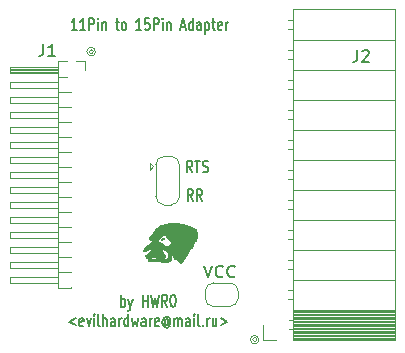
<source format=gbr>
G04 #@! TF.GenerationSoftware,KiCad,Pcbnew,(5.1.5)-3*
G04 #@! TF.CreationDate,2020-01-25T22:14:14+03:00*
G04 #@! TF.ProjectId,Sharp_11pin_to_15pin_Adapter,53686172-705f-4313-9170-696e5f746f5f,rev?*
G04 #@! TF.SameCoordinates,Original*
G04 #@! TF.FileFunction,Legend,Top*
G04 #@! TF.FilePolarity,Positive*
%FSLAX46Y46*%
G04 Gerber Fmt 4.6, Leading zero omitted, Abs format (unit mm)*
G04 Created by KiCad (PCBNEW (5.1.5)-3) date 2020-01-25 22:14:14*
%MOMM*%
%LPD*%
G04 APERTURE LIST*
%ADD10C,0.120000*%
%ADD11C,0.150000*%
%ADD12C,0.010000*%
G04 APERTURE END LIST*
D10*
X129518210Y-103886000D02*
G75*
G03X129518210Y-103886000I-359210J0D01*
G01*
X129338605Y-103886000D02*
G75*
G03X129338605Y-103886000I-179605J0D01*
G01*
X143361210Y-128270000D02*
G75*
G03X143361210Y-128270000I-359210J0D01*
G01*
X143181605Y-128270000D02*
G75*
G03X143181605Y-128270000I-179605J0D01*
G01*
D11*
X131699285Y-125484380D02*
X131699285Y-124484380D01*
X131699285Y-124865333D02*
X131770714Y-124817714D01*
X131913571Y-124817714D01*
X131985000Y-124865333D01*
X132020714Y-124912952D01*
X132056428Y-125008190D01*
X132056428Y-125293904D01*
X132020714Y-125389142D01*
X131985000Y-125436761D01*
X131913571Y-125484380D01*
X131770714Y-125484380D01*
X131699285Y-125436761D01*
X132306428Y-124817714D02*
X132485000Y-125484380D01*
X132663571Y-124817714D02*
X132485000Y-125484380D01*
X132413571Y-125722476D01*
X132377857Y-125770095D01*
X132306428Y-125817714D01*
X133520714Y-125484380D02*
X133520714Y-124484380D01*
X133520714Y-124960571D02*
X133949285Y-124960571D01*
X133949285Y-125484380D02*
X133949285Y-124484380D01*
X134235000Y-124484380D02*
X134413571Y-125484380D01*
X134556428Y-124770095D01*
X134699285Y-125484380D01*
X134877857Y-124484380D01*
X135592142Y-125484380D02*
X135342142Y-125008190D01*
X135163571Y-125484380D02*
X135163571Y-124484380D01*
X135449285Y-124484380D01*
X135520714Y-124532000D01*
X135556428Y-124579619D01*
X135592142Y-124674857D01*
X135592142Y-124817714D01*
X135556428Y-124912952D01*
X135520714Y-124960571D01*
X135449285Y-125008190D01*
X135163571Y-125008190D01*
X136056428Y-124484380D02*
X136127857Y-124484380D01*
X136199285Y-124532000D01*
X136235000Y-124579619D01*
X136270714Y-124674857D01*
X136306428Y-124865333D01*
X136306428Y-125103428D01*
X136270714Y-125293904D01*
X136235000Y-125389142D01*
X136199285Y-125436761D01*
X136127857Y-125484380D01*
X136056428Y-125484380D01*
X135985000Y-125436761D01*
X135949285Y-125389142D01*
X135913571Y-125293904D01*
X135877857Y-125103428D01*
X135877857Y-124865333D01*
X135913571Y-124674857D01*
X135949285Y-124579619D01*
X135985000Y-124532000D01*
X136056428Y-124484380D01*
X127842142Y-126467714D02*
X127270714Y-126753428D01*
X127842142Y-127039142D01*
X128485000Y-127086761D02*
X128413571Y-127134380D01*
X128270714Y-127134380D01*
X128199285Y-127086761D01*
X128163571Y-126991523D01*
X128163571Y-126610571D01*
X128199285Y-126515333D01*
X128270714Y-126467714D01*
X128413571Y-126467714D01*
X128485000Y-126515333D01*
X128520714Y-126610571D01*
X128520714Y-126705809D01*
X128163571Y-126801047D01*
X128770714Y-126467714D02*
X128949285Y-127134380D01*
X129127857Y-126467714D01*
X129413571Y-127134380D02*
X129413571Y-126467714D01*
X129413571Y-126134380D02*
X129377857Y-126182000D01*
X129413571Y-126229619D01*
X129449285Y-126182000D01*
X129413571Y-126134380D01*
X129413571Y-126229619D01*
X129877857Y-127134380D02*
X129806428Y-127086761D01*
X129770714Y-126991523D01*
X129770714Y-126134380D01*
X130163571Y-127134380D02*
X130163571Y-126134380D01*
X130485000Y-127134380D02*
X130485000Y-126610571D01*
X130449285Y-126515333D01*
X130377857Y-126467714D01*
X130270714Y-126467714D01*
X130199285Y-126515333D01*
X130163571Y-126562952D01*
X131163571Y-127134380D02*
X131163571Y-126610571D01*
X131127857Y-126515333D01*
X131056428Y-126467714D01*
X130913571Y-126467714D01*
X130842142Y-126515333D01*
X131163571Y-127086761D02*
X131092142Y-127134380D01*
X130913571Y-127134380D01*
X130842142Y-127086761D01*
X130806428Y-126991523D01*
X130806428Y-126896285D01*
X130842142Y-126801047D01*
X130913571Y-126753428D01*
X131092142Y-126753428D01*
X131163571Y-126705809D01*
X131520714Y-127134380D02*
X131520714Y-126467714D01*
X131520714Y-126658190D02*
X131556428Y-126562952D01*
X131592142Y-126515333D01*
X131663571Y-126467714D01*
X131735000Y-126467714D01*
X132306428Y-127134380D02*
X132306428Y-126134380D01*
X132306428Y-127086761D02*
X132235000Y-127134380D01*
X132092142Y-127134380D01*
X132020714Y-127086761D01*
X131985000Y-127039142D01*
X131949285Y-126943904D01*
X131949285Y-126658190D01*
X131985000Y-126562952D01*
X132020714Y-126515333D01*
X132092142Y-126467714D01*
X132235000Y-126467714D01*
X132306428Y-126515333D01*
X132592142Y-126467714D02*
X132735000Y-127134380D01*
X132877857Y-126658190D01*
X133020714Y-127134380D01*
X133163571Y-126467714D01*
X133770714Y-127134380D02*
X133770714Y-126610571D01*
X133735000Y-126515333D01*
X133663571Y-126467714D01*
X133520714Y-126467714D01*
X133449285Y-126515333D01*
X133770714Y-127086761D02*
X133699285Y-127134380D01*
X133520714Y-127134380D01*
X133449285Y-127086761D01*
X133413571Y-126991523D01*
X133413571Y-126896285D01*
X133449285Y-126801047D01*
X133520714Y-126753428D01*
X133699285Y-126753428D01*
X133770714Y-126705809D01*
X134127857Y-127134380D02*
X134127857Y-126467714D01*
X134127857Y-126658190D02*
X134163571Y-126562952D01*
X134199285Y-126515333D01*
X134270714Y-126467714D01*
X134342142Y-126467714D01*
X134877857Y-127086761D02*
X134806428Y-127134380D01*
X134663571Y-127134380D01*
X134592142Y-127086761D01*
X134556428Y-126991523D01*
X134556428Y-126610571D01*
X134592142Y-126515333D01*
X134663571Y-126467714D01*
X134806428Y-126467714D01*
X134877857Y-126515333D01*
X134913571Y-126610571D01*
X134913571Y-126705809D01*
X134556428Y-126801047D01*
X135699285Y-126658190D02*
X135663571Y-126610571D01*
X135592142Y-126562952D01*
X135520714Y-126562952D01*
X135449285Y-126610571D01*
X135413571Y-126658190D01*
X135377857Y-126753428D01*
X135377857Y-126848666D01*
X135413571Y-126943904D01*
X135449285Y-126991523D01*
X135520714Y-127039142D01*
X135592142Y-127039142D01*
X135663571Y-126991523D01*
X135699285Y-126943904D01*
X135699285Y-126562952D02*
X135699285Y-126943904D01*
X135735000Y-126991523D01*
X135770714Y-126991523D01*
X135842142Y-126943904D01*
X135877857Y-126848666D01*
X135877857Y-126610571D01*
X135806428Y-126467714D01*
X135699285Y-126372476D01*
X135556428Y-126324857D01*
X135413571Y-126372476D01*
X135306428Y-126467714D01*
X135235000Y-126610571D01*
X135199285Y-126801047D01*
X135235000Y-126991523D01*
X135306428Y-127134380D01*
X135413571Y-127229619D01*
X135556428Y-127277238D01*
X135699285Y-127229619D01*
X135806428Y-127134380D01*
X136199285Y-127134380D02*
X136199285Y-126467714D01*
X136199285Y-126562952D02*
X136235000Y-126515333D01*
X136306428Y-126467714D01*
X136413571Y-126467714D01*
X136485000Y-126515333D01*
X136520714Y-126610571D01*
X136520714Y-127134380D01*
X136520714Y-126610571D02*
X136556428Y-126515333D01*
X136627857Y-126467714D01*
X136735000Y-126467714D01*
X136806428Y-126515333D01*
X136842142Y-126610571D01*
X136842142Y-127134380D01*
X137520714Y-127134380D02*
X137520714Y-126610571D01*
X137485000Y-126515333D01*
X137413571Y-126467714D01*
X137270714Y-126467714D01*
X137199285Y-126515333D01*
X137520714Y-127086761D02*
X137449285Y-127134380D01*
X137270714Y-127134380D01*
X137199285Y-127086761D01*
X137163571Y-126991523D01*
X137163571Y-126896285D01*
X137199285Y-126801047D01*
X137270714Y-126753428D01*
X137449285Y-126753428D01*
X137520714Y-126705809D01*
X137877857Y-127134380D02*
X137877857Y-126467714D01*
X137877857Y-126134380D02*
X137842142Y-126182000D01*
X137877857Y-126229619D01*
X137913571Y-126182000D01*
X137877857Y-126134380D01*
X137877857Y-126229619D01*
X138342142Y-127134380D02*
X138270714Y-127086761D01*
X138235000Y-126991523D01*
X138235000Y-126134380D01*
X138627857Y-127039142D02*
X138663571Y-127086761D01*
X138627857Y-127134380D01*
X138592142Y-127086761D01*
X138627857Y-127039142D01*
X138627857Y-127134380D01*
X138985000Y-127134380D02*
X138985000Y-126467714D01*
X138985000Y-126658190D02*
X139020714Y-126562952D01*
X139056428Y-126515333D01*
X139127857Y-126467714D01*
X139199285Y-126467714D01*
X139770714Y-126467714D02*
X139770714Y-127134380D01*
X139449285Y-126467714D02*
X139449285Y-126991523D01*
X139485000Y-127086761D01*
X139556428Y-127134380D01*
X139663571Y-127134380D01*
X139735000Y-127086761D01*
X139770714Y-127039142D01*
X140127857Y-126467714D02*
X140699285Y-126753428D01*
X140127857Y-127039142D01*
X127951285Y-102052380D02*
X127522714Y-102052380D01*
X127736999Y-102052380D02*
X127736999Y-101052380D01*
X127665571Y-101195238D01*
X127594142Y-101290476D01*
X127522714Y-101338095D01*
X128665571Y-102052380D02*
X128236999Y-102052380D01*
X128451285Y-102052380D02*
X128451285Y-101052380D01*
X128379857Y-101195238D01*
X128308428Y-101290476D01*
X128236999Y-101338095D01*
X128986999Y-102052380D02*
X128986999Y-101052380D01*
X129272714Y-101052380D01*
X129344142Y-101100000D01*
X129379857Y-101147619D01*
X129415571Y-101242857D01*
X129415571Y-101385714D01*
X129379857Y-101480952D01*
X129344142Y-101528571D01*
X129272714Y-101576190D01*
X128986999Y-101576190D01*
X129736999Y-102052380D02*
X129736999Y-101385714D01*
X129736999Y-101052380D02*
X129701285Y-101100000D01*
X129736999Y-101147619D01*
X129772714Y-101100000D01*
X129736999Y-101052380D01*
X129736999Y-101147619D01*
X130094142Y-101385714D02*
X130094142Y-102052380D01*
X130094142Y-101480952D02*
X130129857Y-101433333D01*
X130201285Y-101385714D01*
X130308428Y-101385714D01*
X130379857Y-101433333D01*
X130415571Y-101528571D01*
X130415571Y-102052380D01*
X131236999Y-101385714D02*
X131522714Y-101385714D01*
X131344142Y-101052380D02*
X131344142Y-101909523D01*
X131379857Y-102004761D01*
X131451285Y-102052380D01*
X131522714Y-102052380D01*
X131879857Y-102052380D02*
X131808428Y-102004761D01*
X131772714Y-101957142D01*
X131736999Y-101861904D01*
X131736999Y-101576190D01*
X131772714Y-101480952D01*
X131808428Y-101433333D01*
X131879857Y-101385714D01*
X131986999Y-101385714D01*
X132058428Y-101433333D01*
X132094142Y-101480952D01*
X132129857Y-101576190D01*
X132129857Y-101861904D01*
X132094142Y-101957142D01*
X132058428Y-102004761D01*
X131986999Y-102052380D01*
X131879857Y-102052380D01*
X133415571Y-102052380D02*
X132986999Y-102052380D01*
X133201285Y-102052380D02*
X133201285Y-101052380D01*
X133129857Y-101195238D01*
X133058428Y-101290476D01*
X132986999Y-101338095D01*
X134094142Y-101052380D02*
X133736999Y-101052380D01*
X133701285Y-101528571D01*
X133736999Y-101480952D01*
X133808428Y-101433333D01*
X133986999Y-101433333D01*
X134058428Y-101480952D01*
X134094142Y-101528571D01*
X134129857Y-101623809D01*
X134129857Y-101861904D01*
X134094142Y-101957142D01*
X134058428Y-102004761D01*
X133986999Y-102052380D01*
X133808428Y-102052380D01*
X133736999Y-102004761D01*
X133701285Y-101957142D01*
X134451285Y-102052380D02*
X134451285Y-101052380D01*
X134737000Y-101052380D01*
X134808428Y-101100000D01*
X134844142Y-101147619D01*
X134879857Y-101242857D01*
X134879857Y-101385714D01*
X134844142Y-101480952D01*
X134808428Y-101528571D01*
X134737000Y-101576190D01*
X134451285Y-101576190D01*
X135201285Y-102052380D02*
X135201285Y-101385714D01*
X135201285Y-101052380D02*
X135165571Y-101100000D01*
X135201285Y-101147619D01*
X135237000Y-101100000D01*
X135201285Y-101052380D01*
X135201285Y-101147619D01*
X135558428Y-101385714D02*
X135558428Y-102052380D01*
X135558428Y-101480952D02*
X135594142Y-101433333D01*
X135665571Y-101385714D01*
X135772714Y-101385714D01*
X135844142Y-101433333D01*
X135879857Y-101528571D01*
X135879857Y-102052380D01*
X136772714Y-101766666D02*
X137129857Y-101766666D01*
X136701285Y-102052380D02*
X136951285Y-101052380D01*
X137201285Y-102052380D01*
X137772714Y-102052380D02*
X137772714Y-101052380D01*
X137772714Y-102004761D02*
X137701285Y-102052380D01*
X137558428Y-102052380D01*
X137487000Y-102004761D01*
X137451285Y-101957142D01*
X137415571Y-101861904D01*
X137415571Y-101576190D01*
X137451285Y-101480952D01*
X137487000Y-101433333D01*
X137558428Y-101385714D01*
X137701285Y-101385714D01*
X137772714Y-101433333D01*
X138451285Y-102052380D02*
X138451285Y-101528571D01*
X138415571Y-101433333D01*
X138344142Y-101385714D01*
X138201285Y-101385714D01*
X138129857Y-101433333D01*
X138451285Y-102004761D02*
X138379857Y-102052380D01*
X138201285Y-102052380D01*
X138129857Y-102004761D01*
X138094142Y-101909523D01*
X138094142Y-101814285D01*
X138129857Y-101719047D01*
X138201285Y-101671428D01*
X138379857Y-101671428D01*
X138451285Y-101623809D01*
X138808428Y-101385714D02*
X138808428Y-102385714D01*
X138808428Y-101433333D02*
X138879857Y-101385714D01*
X139022714Y-101385714D01*
X139094142Y-101433333D01*
X139129857Y-101480952D01*
X139165571Y-101576190D01*
X139165571Y-101861904D01*
X139129857Y-101957142D01*
X139094142Y-102004761D01*
X139022714Y-102052380D01*
X138879857Y-102052380D01*
X138808428Y-102004761D01*
X139379857Y-101385714D02*
X139665571Y-101385714D01*
X139487000Y-101052380D02*
X139487000Y-101909523D01*
X139522714Y-102004761D01*
X139594142Y-102052380D01*
X139665571Y-102052380D01*
X140201285Y-102004761D02*
X140129857Y-102052380D01*
X139987000Y-102052380D01*
X139915571Y-102004761D01*
X139879857Y-101909523D01*
X139879857Y-101528571D01*
X139915571Y-101433333D01*
X139987000Y-101385714D01*
X140129857Y-101385714D01*
X140201285Y-101433333D01*
X140237000Y-101528571D01*
X140237000Y-101623809D01*
X139879857Y-101719047D01*
X140558428Y-102052380D02*
X140558428Y-101385714D01*
X140558428Y-101576190D02*
X140594142Y-101480952D01*
X140629857Y-101433333D01*
X140701285Y-101385714D01*
X140772714Y-101385714D01*
X138747666Y-122007380D02*
X139081000Y-123007380D01*
X139414333Y-122007380D01*
X140319095Y-122912142D02*
X140271476Y-122959761D01*
X140128619Y-123007380D01*
X140033380Y-123007380D01*
X139890523Y-122959761D01*
X139795285Y-122864523D01*
X139747666Y-122769285D01*
X139700047Y-122578809D01*
X139700047Y-122435952D01*
X139747666Y-122245476D01*
X139795285Y-122150238D01*
X139890523Y-122055000D01*
X140033380Y-122007380D01*
X140128619Y-122007380D01*
X140271476Y-122055000D01*
X140319095Y-122102619D01*
X141319095Y-122912142D02*
X141271476Y-122959761D01*
X141128619Y-123007380D01*
X141033380Y-123007380D01*
X140890523Y-122959761D01*
X140795285Y-122864523D01*
X140747666Y-122769285D01*
X140700047Y-122578809D01*
X140700047Y-122435952D01*
X140747666Y-122245476D01*
X140795285Y-122150238D01*
X140890523Y-122055000D01*
X141033380Y-122007380D01*
X141128619Y-122007380D01*
X141271476Y-122055000D01*
X141319095Y-122102619D01*
X137778119Y-116530380D02*
X137511452Y-116054190D01*
X137320976Y-116530380D02*
X137320976Y-115530380D01*
X137625738Y-115530380D01*
X137701928Y-115578000D01*
X137740023Y-115625619D01*
X137778119Y-115720857D01*
X137778119Y-115863714D01*
X137740023Y-115958952D01*
X137701928Y-116006571D01*
X137625738Y-116054190D01*
X137320976Y-116054190D01*
X138578119Y-116530380D02*
X138311452Y-116054190D01*
X138120976Y-116530380D02*
X138120976Y-115530380D01*
X138425738Y-115530380D01*
X138501928Y-115578000D01*
X138540023Y-115625619D01*
X138578119Y-115720857D01*
X138578119Y-115863714D01*
X138540023Y-115958952D01*
X138501928Y-116006571D01*
X138425738Y-116054190D01*
X138120976Y-116054190D01*
X137697690Y-114117380D02*
X137431023Y-113641190D01*
X137240547Y-114117380D02*
X137240547Y-113117380D01*
X137545309Y-113117380D01*
X137621500Y-113165000D01*
X137659595Y-113212619D01*
X137697690Y-113307857D01*
X137697690Y-113450714D01*
X137659595Y-113545952D01*
X137621500Y-113593571D01*
X137545309Y-113641190D01*
X137240547Y-113641190D01*
X137926261Y-113117380D02*
X138383404Y-113117380D01*
X138154833Y-114117380D02*
X138154833Y-113117380D01*
X138611976Y-114069761D02*
X138726261Y-114117380D01*
X138916738Y-114117380D01*
X138992928Y-114069761D01*
X139031023Y-114022142D01*
X139069119Y-113926904D01*
X139069119Y-113831666D01*
X139031023Y-113736428D01*
X138992928Y-113688809D01*
X138916738Y-113641190D01*
X138764357Y-113593571D01*
X138688166Y-113545952D01*
X138650071Y-113498333D01*
X138611976Y-113403095D01*
X138611976Y-113307857D01*
X138650071Y-113212619D01*
X138688166Y-113165000D01*
X138764357Y-113117380D01*
X138954833Y-113117380D01*
X139069119Y-113165000D01*
D12*
G36*
X136239836Y-118382810D02*
G01*
X136275191Y-118383763D01*
X136299897Y-118385302D01*
X136313162Y-118387383D01*
X136315302Y-118388834D01*
X136321076Y-118392232D01*
X136336110Y-118394530D01*
X136352732Y-118395186D01*
X136376182Y-118396246D01*
X136389290Y-118399769D01*
X136393818Y-118404713D01*
X136397242Y-118408475D01*
X136405367Y-118411132D01*
X136420006Y-118412857D01*
X136442976Y-118413825D01*
X136476088Y-118414211D01*
X136492947Y-118414241D01*
X136531827Y-118414651D01*
X136561404Y-118415833D01*
X136580594Y-118417716D01*
X136588316Y-118420227D01*
X136588420Y-118420592D01*
X136594004Y-118424790D01*
X136607734Y-118426889D01*
X136610651Y-118426944D01*
X136627093Y-118429010D01*
X136632841Y-118435603D01*
X136632882Y-118436471D01*
X136637077Y-118443096D01*
X136650984Y-118445826D01*
X136658288Y-118445999D01*
X136675954Y-118447572D01*
X136683233Y-118452787D01*
X136683694Y-118455526D01*
X136685793Y-118459969D01*
X136693483Y-118462821D01*
X136708853Y-118464396D01*
X136733992Y-118465008D01*
X136747210Y-118465053D01*
X136776717Y-118465657D01*
X136798049Y-118467347D01*
X136809378Y-118469939D01*
X136810726Y-118471405D01*
X136816162Y-118476180D01*
X136826605Y-118477756D01*
X136839376Y-118481069D01*
X136842484Y-118487284D01*
X136846679Y-118493909D01*
X136860586Y-118496638D01*
X136867890Y-118496811D01*
X136883800Y-118498220D01*
X136892649Y-118501739D01*
X136893297Y-118503163D01*
X136899208Y-118506363D01*
X136915208Y-118508594D01*
X136938700Y-118509508D01*
X136940934Y-118509514D01*
X136964937Y-118510303D01*
X136981667Y-118512436D01*
X136988526Y-118515568D01*
X136988571Y-118515866D01*
X136993899Y-118521000D01*
X137001473Y-118522218D01*
X137013687Y-118526356D01*
X137018032Y-118531745D01*
X137023321Y-118536969D01*
X137035760Y-118539971D01*
X137057670Y-118541187D01*
X137068645Y-118541272D01*
X137092395Y-118542071D01*
X137108919Y-118544228D01*
X137115574Y-118547387D01*
X137115602Y-118547624D01*
X137120931Y-118552758D01*
X137128505Y-118553976D01*
X137140718Y-118558114D01*
X137145063Y-118563503D01*
X137153590Y-118571002D01*
X137163389Y-118573030D01*
X137175826Y-118575865D01*
X137180544Y-118580485D01*
X137188634Y-118584912D01*
X137208885Y-118586633D01*
X137225566Y-118586398D01*
X137249563Y-118586170D01*
X137263665Y-118587979D01*
X137270583Y-118592318D01*
X137271927Y-118594822D01*
X137279834Y-118603534D01*
X137284599Y-118604788D01*
X137292426Y-118609887D01*
X137293447Y-118614316D01*
X137298267Y-118621362D01*
X137313653Y-118623826D01*
X137315677Y-118623843D01*
X137330371Y-118625438D01*
X137337716Y-118629361D01*
X137337908Y-118630195D01*
X137343678Y-118633596D01*
X137358687Y-118635896D01*
X137375128Y-118636546D01*
X137397206Y-118637287D01*
X137410785Y-118640407D01*
X137420025Y-118647249D01*
X137424272Y-118652425D01*
X137437387Y-118664205D01*
X137455671Y-118668217D01*
X137460096Y-118668304D01*
X137477188Y-118670085D01*
X137483779Y-118675894D01*
X137483994Y-118677832D01*
X137489516Y-118685494D01*
X137499873Y-118687359D01*
X137511810Y-118689533D01*
X137515752Y-118693710D01*
X137521188Y-118698485D01*
X137531631Y-118700062D01*
X137544402Y-118703375D01*
X137547510Y-118709589D01*
X137551706Y-118716214D01*
X137565612Y-118718944D01*
X137572917Y-118719117D01*
X137588826Y-118720526D01*
X137597675Y-118724045D01*
X137598323Y-118725468D01*
X137603643Y-118730629D01*
X137611026Y-118731820D01*
X137621372Y-118735791D01*
X137623729Y-118741347D01*
X137629251Y-118749010D01*
X137639608Y-118750875D01*
X137651545Y-118753049D01*
X137655487Y-118757226D01*
X137661042Y-118761580D01*
X137674573Y-118763661D01*
X137676130Y-118763688D01*
X137699488Y-118769853D01*
X137711730Y-118779567D01*
X137731916Y-118792862D01*
X137748252Y-118795336D01*
X137764428Y-118797536D01*
X137769808Y-118804486D01*
X137769816Y-118804863D01*
X137775337Y-118812526D01*
X137785695Y-118814391D01*
X137797631Y-118816565D01*
X137801574Y-118820742D01*
X137806718Y-118826377D01*
X137811101Y-118827094D01*
X137819522Y-118832178D01*
X137820629Y-118836621D01*
X137825449Y-118843668D01*
X137840834Y-118846131D01*
X137842859Y-118846149D01*
X137857553Y-118847744D01*
X137864898Y-118851667D01*
X137865090Y-118852500D01*
X137870422Y-118857620D01*
X137878096Y-118858852D01*
X137891228Y-118863302D01*
X137905203Y-118874078D01*
X137905819Y-118874731D01*
X137925969Y-118888227D01*
X137940449Y-118890610D01*
X137955947Y-118893204D01*
X137960363Y-118900137D01*
X137965448Y-118908558D01*
X137969891Y-118909664D01*
X137978343Y-118913094D01*
X137979418Y-118916016D01*
X137984670Y-118921376D01*
X137990710Y-118922368D01*
X138006254Y-118928175D01*
X138017669Y-118943971D01*
X138023458Y-118967316D01*
X138023879Y-118976429D01*
X138025132Y-118995241D01*
X138029391Y-119003794D01*
X138033407Y-119004938D01*
X138041827Y-119010023D01*
X138042934Y-119014466D01*
X138046364Y-119022918D01*
X138049286Y-119023993D01*
X138053484Y-119029577D01*
X138055582Y-119043306D01*
X138055637Y-119046224D01*
X138057703Y-119062666D01*
X138064297Y-119068414D01*
X138065165Y-119068454D01*
X138069813Y-119070682D01*
X138072708Y-119078812D01*
X138074212Y-119095016D01*
X138074687Y-119121464D01*
X138074692Y-119125618D01*
X138075063Y-119153507D01*
X138076418Y-119170878D01*
X138079119Y-119179903D01*
X138083527Y-119182753D01*
X138084219Y-119182783D01*
X138091882Y-119188304D01*
X138093747Y-119198662D01*
X138095921Y-119210598D01*
X138100098Y-119214541D01*
X138102094Y-119220820D01*
X138103733Y-119239377D01*
X138104999Y-119269790D01*
X138105879Y-119311640D01*
X138106359Y-119364505D01*
X138106450Y-119405088D01*
X138106241Y-119464971D01*
X138105622Y-119514115D01*
X138104608Y-119552099D01*
X138103213Y-119578504D01*
X138101451Y-119592908D01*
X138100098Y-119595636D01*
X138095345Y-119601078D01*
X138093747Y-119611714D01*
X138090383Y-119625241D01*
X138084219Y-119631449D01*
X138079275Y-119636311D01*
X138076305Y-119647768D01*
X138074922Y-119668095D01*
X138074692Y-119687734D01*
X138074155Y-119715252D01*
X138072288Y-119732379D01*
X138068704Y-119741392D01*
X138065165Y-119744019D01*
X138057959Y-119753209D01*
X138055637Y-119770105D01*
X138054055Y-119784878D01*
X138050161Y-119792322D01*
X138049286Y-119792535D01*
X138045035Y-119798106D01*
X138042971Y-119811752D01*
X138042934Y-119814086D01*
X138040138Y-119831434D01*
X138033407Y-119839293D01*
X138025561Y-119847909D01*
X138023879Y-119855852D01*
X138021256Y-119866281D01*
X138017528Y-119868754D01*
X138011893Y-119873899D01*
X138011176Y-119878282D01*
X138006092Y-119886702D01*
X138001649Y-119887809D01*
X137993228Y-119882725D01*
X137992121Y-119878282D01*
X137988692Y-119869829D01*
X137985770Y-119868754D01*
X137982569Y-119862843D01*
X137980339Y-119846843D01*
X137979424Y-119823351D01*
X137979418Y-119821117D01*
X137978919Y-119795990D01*
X137977116Y-119781241D01*
X137973548Y-119774572D01*
X137969891Y-119773480D01*
X137961470Y-119768396D01*
X137960363Y-119763953D01*
X137956934Y-119755501D01*
X137954012Y-119754426D01*
X137948377Y-119759570D01*
X137947660Y-119763953D01*
X137942576Y-119772374D01*
X137938133Y-119773480D01*
X137932141Y-119776880D01*
X137929215Y-119788651D01*
X137928606Y-119805238D01*
X137927463Y-119823354D01*
X137924542Y-119834853D01*
X137922254Y-119836996D01*
X137917403Y-119842410D01*
X137915902Y-119852196D01*
X137912355Y-119865368D01*
X137906375Y-119871051D01*
X137900582Y-119877330D01*
X137897582Y-119892013D01*
X137896848Y-119913016D01*
X137895888Y-119933397D01*
X137893378Y-119947223D01*
X137890496Y-119951325D01*
X137885721Y-119956760D01*
X137884144Y-119967204D01*
X137880832Y-119979975D01*
X137874617Y-119983083D01*
X137866954Y-119988604D01*
X137865090Y-119998962D01*
X137862915Y-120010898D01*
X137858738Y-120014841D01*
X137855115Y-120020553D01*
X137852815Y-120035159D01*
X137852386Y-120046599D01*
X137851367Y-120066570D01*
X137847835Y-120076324D01*
X137842859Y-120078357D01*
X137835196Y-120083878D01*
X137833332Y-120094236D01*
X137831157Y-120106172D01*
X137826980Y-120110115D01*
X137822205Y-120115550D01*
X137820629Y-120125994D01*
X137817316Y-120138765D01*
X137811101Y-120141873D01*
X137804120Y-120146591D01*
X137801606Y-120161747D01*
X137801574Y-120164557D01*
X137798068Y-120185147D01*
X137788946Y-120199900D01*
X137776621Y-120205388D01*
X137772554Y-120211191D01*
X137770167Y-120226485D01*
X137769816Y-120237146D01*
X137768673Y-120255262D01*
X137765752Y-120266761D01*
X137763464Y-120268904D01*
X137758690Y-120274340D01*
X137757113Y-120284783D01*
X137753800Y-120297554D01*
X137747585Y-120300662D01*
X137739165Y-120305746D01*
X137738058Y-120310190D01*
X137734628Y-120318642D01*
X137731706Y-120319717D01*
X137727264Y-120325241D01*
X137725356Y-120338569D01*
X137725355Y-120338971D01*
X137722375Y-120354549D01*
X137715827Y-120361881D01*
X137707386Y-120369878D01*
X137706300Y-120374385D01*
X137701201Y-120382212D01*
X137696773Y-120383233D01*
X137689110Y-120388754D01*
X137687245Y-120399112D01*
X137685071Y-120411048D01*
X137680894Y-120414991D01*
X137676643Y-120420562D01*
X137674579Y-120434207D01*
X137674542Y-120436542D01*
X137671746Y-120453890D01*
X137665015Y-120461749D01*
X137657764Y-120470208D01*
X137655487Y-120481483D01*
X137653338Y-120493515D01*
X137649136Y-120497561D01*
X137643975Y-120502881D01*
X137642784Y-120510265D01*
X137638813Y-120520610D01*
X137633257Y-120522968D01*
X137624941Y-120528086D01*
X137623729Y-120532937D01*
X137618985Y-120540478D01*
X137609438Y-120540876D01*
X137603231Y-120539361D01*
X137599062Y-120535416D01*
X137596439Y-120526796D01*
X137594870Y-120511254D01*
X137593864Y-120486543D01*
X137593351Y-120467391D01*
X137592360Y-120436159D01*
X137591004Y-120415514D01*
X137588902Y-120403340D01*
X137585671Y-120397522D01*
X137580932Y-120395943D01*
X137580472Y-120395936D01*
X137566739Y-120401352D01*
X137554480Y-120414414D01*
X137547818Y-120430346D01*
X137547510Y-120434118D01*
X137543522Y-120444406D01*
X137537983Y-120446749D01*
X137530320Y-120452270D01*
X137528455Y-120462628D01*
X137526281Y-120474564D01*
X137522104Y-120478507D01*
X137517854Y-120484078D01*
X137515790Y-120497723D01*
X137515752Y-120500058D01*
X137512956Y-120517406D01*
X137506225Y-120525265D01*
X137499019Y-120534454D01*
X137496698Y-120551351D01*
X137495115Y-120566123D01*
X137491221Y-120573567D01*
X137490346Y-120573780D01*
X137485571Y-120579216D01*
X137483994Y-120589659D01*
X137480682Y-120602431D01*
X137474467Y-120605538D01*
X137467842Y-120609734D01*
X137465113Y-120623641D01*
X137464940Y-120630945D01*
X137463531Y-120646854D01*
X137460012Y-120655703D01*
X137458588Y-120656351D01*
X137453454Y-120661680D01*
X137452236Y-120669254D01*
X137448098Y-120681467D01*
X137442709Y-120685812D01*
X137435306Y-120694313D01*
X137433182Y-120704668D01*
X137430919Y-120716275D01*
X137426830Y-120719867D01*
X137422632Y-120725451D01*
X137420533Y-120739180D01*
X137420478Y-120742098D01*
X137418412Y-120758540D01*
X137411819Y-120764288D01*
X137410951Y-120764328D01*
X137402530Y-120769412D01*
X137401424Y-120773856D01*
X137397994Y-120782308D01*
X137395072Y-120783383D01*
X137390630Y-120788907D01*
X137388722Y-120802235D01*
X137388721Y-120802637D01*
X137385741Y-120818215D01*
X137379193Y-120825547D01*
X137371226Y-120834193D01*
X137369666Y-120841530D01*
X137365234Y-120854158D01*
X137354498Y-120867902D01*
X137353787Y-120868573D01*
X137340290Y-120888724D01*
X137337908Y-120903204D01*
X137336141Y-120916950D01*
X137331859Y-120923095D01*
X137331556Y-120923118D01*
X137325921Y-120928262D01*
X137325205Y-120932645D01*
X137320120Y-120941066D01*
X137315677Y-120942173D01*
X137308015Y-120947694D01*
X137306150Y-120958052D01*
X137303976Y-120969988D01*
X137299798Y-120973931D01*
X137295024Y-120979366D01*
X137293447Y-120989810D01*
X137290134Y-121002581D01*
X137283919Y-121005688D01*
X137276257Y-121011210D01*
X137274392Y-121021567D01*
X137272218Y-121033504D01*
X137268040Y-121037446D01*
X137263266Y-121042882D01*
X137261689Y-121053325D01*
X137259539Y-121065262D01*
X137255410Y-121069204D01*
X137243625Y-121074166D01*
X137231586Y-121085659D01*
X137224177Y-121098596D01*
X137223579Y-121102374D01*
X137220625Y-121111903D01*
X137217228Y-121113665D01*
X137212195Y-121119026D01*
X137210876Y-121127352D01*
X137206362Y-121139558D01*
X137194642Y-121155603D01*
X137185470Y-121165207D01*
X137171234Y-121180990D01*
X137162014Y-121195511D01*
X137160063Y-121202333D01*
X137157450Y-121212792D01*
X137153712Y-121215291D01*
X137148937Y-121220726D01*
X137147360Y-121231170D01*
X137145032Y-121243104D01*
X137140555Y-121247049D01*
X137129012Y-121252253D01*
X137119092Y-121264136D01*
X137115602Y-121275481D01*
X137111227Y-121286606D01*
X137100607Y-121299646D01*
X137099723Y-121300481D01*
X137088711Y-121314501D01*
X137083856Y-121328232D01*
X137083844Y-121328760D01*
X137080070Y-121339775D01*
X137074317Y-121342323D01*
X137066604Y-121347755D01*
X137064790Y-121356694D01*
X137059950Y-121370643D01*
X137048911Y-121382990D01*
X137037599Y-121395028D01*
X137033032Y-121406728D01*
X137030194Y-121416556D01*
X137026680Y-121418542D01*
X137021045Y-121423686D01*
X137020328Y-121428069D01*
X137015244Y-121436490D01*
X137010801Y-121437596D01*
X137003088Y-121443028D01*
X137001274Y-121451968D01*
X136996434Y-121465917D01*
X136985395Y-121478264D01*
X136974071Y-121490456D01*
X136969516Y-121502456D01*
X136965117Y-121516893D01*
X136954836Y-121528768D01*
X136944563Y-121532870D01*
X136939153Y-121538221D01*
X136937758Y-121546411D01*
X136933337Y-121558661D01*
X136922152Y-121574053D01*
X136915527Y-121580919D01*
X136902273Y-121596025D01*
X136894319Y-121610121D01*
X136893297Y-121615014D01*
X136889424Y-121625694D01*
X136883769Y-121628144D01*
X136875349Y-121633228D01*
X136874242Y-121637671D01*
X136869158Y-121646092D01*
X136864715Y-121647199D01*
X136856966Y-121652538D01*
X136855187Y-121660356D01*
X136850867Y-121675354D01*
X136840666Y-121687482D01*
X136830235Y-121691660D01*
X136824200Y-121696797D01*
X136823429Y-121701187D01*
X136820000Y-121709640D01*
X136817078Y-121710715D01*
X136812303Y-121716150D01*
X136810726Y-121726594D01*
X136808398Y-121738528D01*
X136803921Y-121742473D01*
X136794165Y-121746554D01*
X136788042Y-121751546D01*
X136780475Y-121762174D01*
X136778968Y-121767425D01*
X136773535Y-121772540D01*
X136763089Y-121774231D01*
X136750318Y-121770918D01*
X136747210Y-121764703D01*
X136743541Y-121756255D01*
X136740405Y-121755176D01*
X136730649Y-121751095D01*
X136724526Y-121746102D01*
X136716959Y-121735475D01*
X136715452Y-121730223D01*
X136710572Y-121723697D01*
X136708647Y-121723418D01*
X136698891Y-121719337D01*
X136692768Y-121714344D01*
X136685202Y-121703717D01*
X136683694Y-121698465D01*
X136678815Y-121691939D01*
X136676889Y-121691660D01*
X136667133Y-121687579D01*
X136661010Y-121682586D01*
X136653444Y-121671959D01*
X136651936Y-121666707D01*
X136646799Y-121660673D01*
X136642409Y-121659902D01*
X136633956Y-121656472D01*
X136632882Y-121653550D01*
X136627446Y-121648776D01*
X136617003Y-121647199D01*
X136605069Y-121644871D01*
X136601124Y-121640394D01*
X136596313Y-121629619D01*
X136585753Y-121619385D01*
X136576171Y-121615441D01*
X136570136Y-121610304D01*
X136569366Y-121605914D01*
X136563994Y-121598175D01*
X136555825Y-121596386D01*
X136543575Y-121591965D01*
X136528183Y-121580780D01*
X136521317Y-121574156D01*
X136507156Y-121561012D01*
X136495155Y-121553034D01*
X136491287Y-121551925D01*
X136481352Y-121547237D01*
X136470298Y-121536046D01*
X136457082Y-121524477D01*
X136443803Y-121520167D01*
X136430889Y-121516475D01*
X136425576Y-121510640D01*
X136417075Y-121503236D01*
X136406721Y-121501112D01*
X136395116Y-121498690D01*
X136391521Y-121494307D01*
X136385784Y-121481724D01*
X136370858Y-121472709D01*
X136350690Y-121469354D01*
X136335818Y-121467677D01*
X136328249Y-121463543D01*
X136328005Y-121462549D01*
X136322268Y-121449966D01*
X136307343Y-121440951D01*
X136287174Y-121437596D01*
X136270553Y-121435615D01*
X136264565Y-121429249D01*
X136264489Y-121428069D01*
X136260294Y-121421444D01*
X136246387Y-121418715D01*
X136239083Y-121418542D01*
X136223174Y-121417133D01*
X136214325Y-121413614D01*
X136213677Y-121412190D01*
X136208093Y-121407992D01*
X136194364Y-121405893D01*
X136191446Y-121405839D01*
X136175004Y-121403773D01*
X136169256Y-121397179D01*
X136169216Y-121396311D01*
X136163694Y-121388648D01*
X136153337Y-121386784D01*
X136144536Y-121385977D01*
X136139785Y-121381567D01*
X136137840Y-121370573D01*
X136137458Y-121350010D01*
X136137458Y-121348674D01*
X136136494Y-121328375D01*
X136133975Y-121314613D01*
X136131106Y-121310565D01*
X136126923Y-121304978D01*
X136124815Y-121291224D01*
X136124755Y-121288135D01*
X136122026Y-121270123D01*
X136115227Y-121262049D01*
X136107824Y-121253548D01*
X136105700Y-121243193D01*
X136102263Y-121230933D01*
X136096172Y-121227994D01*
X136089126Y-121223173D01*
X136086662Y-121207788D01*
X136086645Y-121205763D01*
X136085050Y-121191070D01*
X136081127Y-121183725D01*
X136080293Y-121183533D01*
X136075443Y-121178119D01*
X136073942Y-121168334D01*
X136070394Y-121155161D01*
X136064414Y-121149478D01*
X136057164Y-121141019D01*
X136054887Y-121129744D01*
X136052737Y-121117712D01*
X136048536Y-121113665D01*
X136043761Y-121108230D01*
X136042184Y-121097786D01*
X136039817Y-121085853D01*
X136035266Y-121081908D01*
X136027508Y-121077651D01*
X136014236Y-121066572D01*
X136000569Y-121053325D01*
X135978829Y-121033733D01*
X135962532Y-121025157D01*
X135951899Y-121027625D01*
X135947154Y-121041163D01*
X135946910Y-121046974D01*
X135948505Y-121061668D01*
X135952428Y-121069012D01*
X135953262Y-121069204D01*
X135955534Y-121075441D01*
X135957336Y-121093704D01*
X135958637Y-121123326D01*
X135959404Y-121163639D01*
X135959613Y-121205763D01*
X135959323Y-121254628D01*
X135958474Y-121293371D01*
X135957096Y-121321322D01*
X135955221Y-121337814D01*
X135953262Y-121342323D01*
X135949063Y-121347906D01*
X135946965Y-121361636D01*
X135946910Y-121364553D01*
X135944844Y-121380995D01*
X135938250Y-121386744D01*
X135937383Y-121386784D01*
X135929720Y-121392305D01*
X135927855Y-121402663D01*
X135925681Y-121414599D01*
X135921504Y-121418542D01*
X135917526Y-121424177D01*
X135915314Y-121438253D01*
X135915152Y-121443948D01*
X135913643Y-121459856D01*
X135909873Y-121468706D01*
X135908347Y-121469354D01*
X135896691Y-121474617D01*
X135886833Y-121486732D01*
X135883394Y-121498466D01*
X135879037Y-121508733D01*
X135867843Y-121523361D01*
X135857988Y-121533599D01*
X135843823Y-121548824D01*
X135834600Y-121562095D01*
X135832582Y-121568003D01*
X135827168Y-121582636D01*
X135814460Y-121593655D01*
X135804150Y-121596386D01*
X135793024Y-121600761D01*
X135779984Y-121611381D01*
X135779149Y-121612265D01*
X135765129Y-121623277D01*
X135751399Y-121628133D01*
X135750870Y-121628144D01*
X135739856Y-121631919D01*
X135737308Y-121637671D01*
X135733908Y-121643663D01*
X135722137Y-121646589D01*
X135705550Y-121647199D01*
X135687434Y-121648341D01*
X135675935Y-121651263D01*
X135673792Y-121653550D01*
X135668378Y-121658401D01*
X135658592Y-121659902D01*
X135645420Y-121663450D01*
X135639737Y-121669429D01*
X135635689Y-121673758D01*
X135626125Y-121676599D01*
X135608970Y-121678222D01*
X135582152Y-121678893D01*
X135566014Y-121678957D01*
X135534428Y-121679507D01*
X135511304Y-121681062D01*
X135498262Y-121683473D01*
X135495947Y-121685308D01*
X135489748Y-121687760D01*
X135471740Y-121689659D01*
X135442806Y-121690955D01*
X135403832Y-121691597D01*
X135384795Y-121691660D01*
X135341889Y-121691306D01*
X135308655Y-121690277D01*
X135285976Y-121688623D01*
X135274738Y-121686396D01*
X135273642Y-121685308D01*
X135267527Y-121682557D01*
X135250101Y-121680511D01*
X135222742Y-121679280D01*
X135194247Y-121678957D01*
X135160615Y-121678732D01*
X135137770Y-121677904D01*
X135123801Y-121676245D01*
X135116799Y-121673524D01*
X135114853Y-121669514D01*
X135114852Y-121669429D01*
X135110657Y-121662805D01*
X135096750Y-121660075D01*
X135089446Y-121659902D01*
X135073536Y-121658493D01*
X135064687Y-121654974D01*
X135064039Y-121653550D01*
X135057875Y-121650962D01*
X135040104Y-121648993D01*
X135011815Y-121647717D01*
X134974091Y-121647205D01*
X134968766Y-121647199D01*
X134931477Y-121647026D01*
X134905123Y-121646390D01*
X134887937Y-121645114D01*
X134878155Y-121643021D01*
X134874009Y-121639936D01*
X134873492Y-121637671D01*
X134870736Y-121632327D01*
X134860887Y-121629357D01*
X134841576Y-121628214D01*
X134832206Y-121628144D01*
X134810632Y-121627247D01*
X134795862Y-121624869D01*
X134790921Y-121621793D01*
X134785136Y-121618409D01*
X134770022Y-121616116D01*
X134752812Y-121615441D01*
X134730683Y-121614709D01*
X134718802Y-121612115D01*
X134714777Y-121607061D01*
X134714702Y-121605914D01*
X134713191Y-121602731D01*
X134707660Y-121600329D01*
X134696611Y-121598605D01*
X134678545Y-121597454D01*
X134651965Y-121596770D01*
X134615371Y-121596450D01*
X134578143Y-121596386D01*
X134529278Y-121596096D01*
X134490536Y-121595247D01*
X134462584Y-121593869D01*
X134446092Y-121591994D01*
X134441584Y-121590035D01*
X134435397Y-121587531D01*
X134417474Y-121585605D01*
X134388772Y-121584315D01*
X134350248Y-121583718D01*
X134336783Y-121583683D01*
X134297438Y-121583532D01*
X134269102Y-121582976D01*
X134250083Y-121581861D01*
X134238688Y-121580034D01*
X134233225Y-121577341D01*
X134231981Y-121574156D01*
X134227161Y-121567109D01*
X134211775Y-121564645D01*
X134209751Y-121564628D01*
X134193309Y-121566694D01*
X134187560Y-121573288D01*
X134187520Y-121574156D01*
X134181999Y-121581818D01*
X134171641Y-121583683D01*
X134159705Y-121585857D01*
X134155762Y-121590035D01*
X134150082Y-121593806D01*
X134135693Y-121596082D01*
X134126877Y-121596386D01*
X134105355Y-121598318D01*
X134090515Y-121605477D01*
X134083275Y-121612265D01*
X134069255Y-121623277D01*
X134055525Y-121628133D01*
X134054996Y-121628144D01*
X134043982Y-121631919D01*
X134041434Y-121637671D01*
X134037238Y-121644296D01*
X134023332Y-121647026D01*
X134016027Y-121647199D01*
X133998362Y-121645626D01*
X133991082Y-121640411D01*
X133990621Y-121637671D01*
X133987191Y-121629219D01*
X133984269Y-121628144D01*
X133980071Y-121622561D01*
X133977973Y-121608831D01*
X133977918Y-121605914D01*
X133975852Y-121589471D01*
X133969258Y-121583723D01*
X133968390Y-121583683D01*
X133962320Y-121578199D01*
X133958953Y-121564635D01*
X133958291Y-121547325D01*
X133960331Y-121530599D01*
X133965076Y-121518791D01*
X133968390Y-121516112D01*
X133976326Y-121507474D01*
X133977918Y-121499979D01*
X133983425Y-121482923D01*
X133998910Y-121472359D01*
X134018749Y-121469354D01*
X134035370Y-121467373D01*
X134041358Y-121461007D01*
X134041434Y-121459827D01*
X134046955Y-121452164D01*
X134057313Y-121450300D01*
X134069249Y-121448125D01*
X134073192Y-121443948D01*
X134078627Y-121439173D01*
X134089071Y-121437596D01*
X134101842Y-121434284D01*
X134104950Y-121428069D01*
X134106498Y-121424783D01*
X134112176Y-121422332D01*
X134123532Y-121420603D01*
X134142118Y-121419477D01*
X134169481Y-121418839D01*
X134207171Y-121418572D01*
X134231981Y-121418542D01*
X134278683Y-121418230D01*
X134315415Y-121417321D01*
X134341438Y-121415851D01*
X134356015Y-121413857D01*
X134359013Y-121412190D01*
X134365274Y-121410061D01*
X134383703Y-121408343D01*
X134413774Y-121407055D01*
X134454957Y-121406218D01*
X134506725Y-121405853D01*
X134520979Y-121405839D01*
X134575262Y-121406084D01*
X134619090Y-121406807D01*
X134651935Y-121407986D01*
X134673269Y-121409601D01*
X134682563Y-121411631D01*
X134682944Y-121412190D01*
X134689272Y-121413624D01*
X134708165Y-121414879D01*
X134739484Y-121415953D01*
X134783094Y-121416844D01*
X134838856Y-121417550D01*
X134906632Y-121418069D01*
X134986286Y-121418399D01*
X135077680Y-121418537D01*
X135098973Y-121418542D01*
X135192888Y-121418445D01*
X135275092Y-121418157D01*
X135345448Y-121417678D01*
X135403820Y-121417013D01*
X135450069Y-121416161D01*
X135484057Y-121415127D01*
X135505649Y-121413911D01*
X135514705Y-121412515D01*
X135515002Y-121412190D01*
X135520438Y-121407415D01*
X135530881Y-121405839D01*
X135543652Y-121402526D01*
X135546760Y-121396311D01*
X135549687Y-121390779D01*
X135560062Y-121387809D01*
X135580278Y-121386803D01*
X135584870Y-121386784D01*
X135605169Y-121385820D01*
X135618931Y-121383301D01*
X135622979Y-121380432D01*
X135628415Y-121375658D01*
X135638858Y-121374081D01*
X135650945Y-121371457D01*
X135654670Y-121361128D01*
X135654737Y-121358202D01*
X135658050Y-121345431D01*
X135664264Y-121342323D01*
X135672685Y-121337238D01*
X135673792Y-121332795D01*
X135677221Y-121324343D01*
X135680143Y-121323268D01*
X135685277Y-121317939D01*
X135686495Y-121310365D01*
X135690634Y-121298152D01*
X135696022Y-121293807D01*
X135700573Y-121289483D01*
X135703470Y-121279279D01*
X135705023Y-121261033D01*
X135705542Y-121232586D01*
X135705550Y-121227315D01*
X135705230Y-121197877D01*
X135704057Y-121179034D01*
X135701714Y-121168687D01*
X135697883Y-121164738D01*
X135696022Y-121164478D01*
X135689398Y-121160283D01*
X135686668Y-121146376D01*
X135686495Y-121139072D01*
X135685086Y-121123162D01*
X135681567Y-121114313D01*
X135680143Y-121113665D01*
X135675010Y-121108337D01*
X135673792Y-121100763D01*
X135669653Y-121088549D01*
X135664264Y-121084204D01*
X135658399Y-121077788D01*
X135655407Y-121062799D01*
X135654737Y-121043118D01*
X135654737Y-121005688D01*
X135680143Y-121005688D01*
X135696512Y-121006555D01*
X135703788Y-121010643D01*
X135705541Y-121020185D01*
X135705550Y-121021567D01*
X135708173Y-121033655D01*
X135718502Y-121037379D01*
X135721429Y-121037446D01*
X135733740Y-121040289D01*
X135737304Y-121050529D01*
X135737308Y-121051037D01*
X135742993Y-121066969D01*
X135757595Y-121078188D01*
X135773829Y-121081706D01*
X135784076Y-121079501D01*
X135787828Y-121070072D01*
X135788120Y-121062653D01*
X135785141Y-121047076D01*
X135778593Y-121039743D01*
X135771190Y-121031243D01*
X135769066Y-121020888D01*
X135766803Y-121009280D01*
X135762714Y-121005688D01*
X135757580Y-121000360D01*
X135756362Y-120992786D01*
X135752224Y-120980572D01*
X135746835Y-120976227D01*
X135738394Y-120968230D01*
X135737308Y-120963724D01*
X135733396Y-120955721D01*
X135730502Y-120954876D01*
X135719728Y-120950065D01*
X135709494Y-120939505D01*
X135705550Y-120929923D01*
X135700670Y-120923397D01*
X135698744Y-120923118D01*
X135687970Y-120918307D01*
X135677736Y-120907747D01*
X135673792Y-120898165D01*
X135668912Y-120891639D01*
X135666987Y-120891360D01*
X135656212Y-120886549D01*
X135645978Y-120875989D01*
X135642034Y-120866407D01*
X135637154Y-120859881D01*
X135635229Y-120859602D01*
X135624919Y-120855054D01*
X135614665Y-120845124D01*
X135610276Y-120835723D01*
X135605273Y-120828878D01*
X135594397Y-120821492D01*
X135582793Y-120812584D01*
X135578518Y-120804540D01*
X135574451Y-120796805D01*
X135571713Y-120796086D01*
X135560938Y-120791275D01*
X135550705Y-120780715D01*
X135546760Y-120771133D01*
X135541880Y-120764607D01*
X135539955Y-120764328D01*
X135529180Y-120759517D01*
X135518947Y-120748957D01*
X135515002Y-120739375D01*
X135509569Y-120734261D01*
X135499123Y-120732570D01*
X135487187Y-120730396D01*
X135483244Y-120726219D01*
X135478100Y-120720584D01*
X135473717Y-120719867D01*
X135465296Y-120714783D01*
X135464189Y-120710340D01*
X135458853Y-120702590D01*
X135451060Y-120700812D01*
X135439070Y-120696399D01*
X135423842Y-120685234D01*
X135416964Y-120678582D01*
X135402457Y-120665397D01*
X135389690Y-120657428D01*
X135385433Y-120656351D01*
X135374243Y-120651367D01*
X135371213Y-120646824D01*
X135362679Y-120639296D01*
X135353037Y-120637296D01*
X135340143Y-120633592D01*
X135334861Y-120627769D01*
X135326245Y-120619923D01*
X135318302Y-120618242D01*
X135307873Y-120615619D01*
X135305400Y-120611890D01*
X135299964Y-120607115D01*
X135289521Y-120605538D01*
X135276750Y-120602226D01*
X135273642Y-120596011D01*
X135268120Y-120588348D01*
X135257763Y-120586484D01*
X135245826Y-120584309D01*
X135241884Y-120580132D01*
X135236171Y-120576509D01*
X135221566Y-120574209D01*
X135210126Y-120573780D01*
X135190155Y-120572761D01*
X135180400Y-120569229D01*
X135178368Y-120564253D01*
X135175612Y-120558909D01*
X135165763Y-120555939D01*
X135146452Y-120554795D01*
X135137083Y-120554726D01*
X135113925Y-120555362D01*
X135101054Y-120557635D01*
X135096100Y-120562091D01*
X135095797Y-120564253D01*
X135090977Y-120571300D01*
X135075591Y-120573763D01*
X135073567Y-120573780D01*
X135058873Y-120575376D01*
X135051528Y-120579299D01*
X135051336Y-120580132D01*
X135056170Y-120586299D01*
X135057688Y-120586484D01*
X135063323Y-120591628D01*
X135064039Y-120596011D01*
X135066643Y-120601174D01*
X135076011Y-120604136D01*
X135094475Y-120605393D01*
X135108766Y-120605538D01*
X135135019Y-120606367D01*
X135152134Y-120609341D01*
X135163600Y-120615193D01*
X135166507Y-120617663D01*
X135177481Y-120632388D01*
X135176397Y-120644091D01*
X135163698Y-120652000D01*
X135144965Y-120655111D01*
X135127389Y-120657378D01*
X135116540Y-120660965D01*
X135114852Y-120663051D01*
X135109216Y-120666810D01*
X135095138Y-120668901D01*
X135089446Y-120669054D01*
X135071780Y-120670628D01*
X135064500Y-120675843D01*
X135064039Y-120678582D01*
X135058518Y-120686244D01*
X135048160Y-120688109D01*
X135036224Y-120690283D01*
X135032281Y-120694461D01*
X135026755Y-120698893D01*
X135013411Y-120700810D01*
X135012923Y-120700812D01*
X134990936Y-120706913D01*
X134978849Y-120716691D01*
X134964829Y-120727703D01*
X134951099Y-120732559D01*
X134950570Y-120732570D01*
X134939794Y-120735255D01*
X134937008Y-120739375D01*
X134932196Y-120750150D01*
X134921637Y-120760384D01*
X134912055Y-120764328D01*
X134906020Y-120769465D01*
X134905250Y-120773856D01*
X134902574Y-120782318D01*
X134900314Y-120783383D01*
X134890375Y-120788123D01*
X134877315Y-120799721D01*
X134864714Y-120814241D01*
X134856150Y-120827746D01*
X134854437Y-120833838D01*
X134851843Y-120844352D01*
X134848085Y-120846899D01*
X134843311Y-120852334D01*
X134841734Y-120862778D01*
X134839406Y-120874712D01*
X134834929Y-120878657D01*
X134823057Y-120884032D01*
X134813332Y-120896629D01*
X134809976Y-120909281D01*
X134805705Y-120921312D01*
X134800448Y-120925415D01*
X134792603Y-120934031D01*
X134790921Y-120941973D01*
X134788298Y-120952402D01*
X134784570Y-120954876D01*
X134778935Y-120960020D01*
X134778218Y-120964403D01*
X134774788Y-120972856D01*
X134771866Y-120973931D01*
X134766732Y-120979259D01*
X134765515Y-120986833D01*
X134761376Y-120999047D01*
X134755987Y-121003392D01*
X134748020Y-121012037D01*
X134746460Y-121019374D01*
X134742029Y-121032003D01*
X134731292Y-121045747D01*
X134730581Y-121046418D01*
X134719680Y-121059185D01*
X134714729Y-121070245D01*
X134714702Y-121070841D01*
X134709564Y-121081422D01*
X134705175Y-121084204D01*
X134697329Y-121092820D01*
X134695647Y-121100763D01*
X134693024Y-121111192D01*
X134689296Y-121113665D01*
X134683661Y-121118810D01*
X134682944Y-121123193D01*
X134677860Y-121131614D01*
X134673417Y-121132720D01*
X134665667Y-121138056D01*
X134663889Y-121145838D01*
X134659253Y-121157471D01*
X134647260Y-121173754D01*
X134630790Y-121191810D01*
X134612719Y-121208762D01*
X134595924Y-121221733D01*
X134583283Y-121227844D01*
X134581733Y-121227994D01*
X134571192Y-121230761D01*
X134568616Y-121234799D01*
X134562878Y-121247382D01*
X134547953Y-121256398D01*
X134527784Y-121259752D01*
X134511163Y-121261734D01*
X134505175Y-121268099D01*
X134505100Y-121269279D01*
X134499578Y-121276942D01*
X134489221Y-121278807D01*
X134477284Y-121280981D01*
X134473342Y-121285158D01*
X134467369Y-121288248D01*
X134450935Y-121290438D01*
X134426267Y-121291465D01*
X134419154Y-121291510D01*
X134391225Y-121292019D01*
X134373707Y-121293793D01*
X134364338Y-121297206D01*
X134361310Y-121301037D01*
X134356491Y-121305951D01*
X134345135Y-121308918D01*
X134324974Y-121310316D01*
X134304345Y-121310565D01*
X134278292Y-121311275D01*
X134259872Y-121313227D01*
X134251355Y-121316150D01*
X134251036Y-121316916D01*
X134244831Y-121319343D01*
X134226784Y-121321229D01*
X134197745Y-121322527D01*
X134158567Y-121323190D01*
X134136708Y-121323268D01*
X134093022Y-121322923D01*
X134059072Y-121321921D01*
X134035711Y-121320307D01*
X134023789Y-121318131D01*
X134022379Y-121316916D01*
X134016795Y-121312718D01*
X134003066Y-121310620D01*
X134000148Y-121310565D01*
X133985455Y-121312160D01*
X133978110Y-121316083D01*
X133977918Y-121316916D01*
X133972482Y-121321691D01*
X133962039Y-121323268D01*
X133949268Y-121326581D01*
X133946160Y-121332795D01*
X133940677Y-121340481D01*
X133930960Y-121342323D01*
X133917788Y-121345870D01*
X133912105Y-121351850D01*
X133903489Y-121359696D01*
X133895547Y-121361377D01*
X133885118Y-121364000D01*
X133882644Y-121367729D01*
X133877500Y-121373364D01*
X133873117Y-121374081D01*
X133864664Y-121377510D01*
X133863589Y-121380432D01*
X133859077Y-121386510D01*
X133847760Y-121385810D01*
X133832965Y-121379216D01*
X133819070Y-121368629D01*
X133805751Y-121352605D01*
X133800559Y-121334941D01*
X133800073Y-121323714D01*
X133796857Y-121300876D01*
X133788209Y-121285007D01*
X133775633Y-121278815D01*
X133775121Y-121278807D01*
X133771054Y-121273004D01*
X133768667Y-121257710D01*
X133768315Y-121247049D01*
X133767173Y-121228933D01*
X133764252Y-121217434D01*
X133761964Y-121215291D01*
X133757189Y-121209855D01*
X133755612Y-121199412D01*
X133752299Y-121186641D01*
X133746085Y-121183533D01*
X133738400Y-121178050D01*
X133736558Y-121168334D01*
X133732875Y-121155104D01*
X133726679Y-121149344D01*
X133720473Y-121143226D01*
X133718311Y-121129448D01*
X133718740Y-121115318D01*
X133720679Y-121085083D01*
X133760376Y-121083192D01*
X133782010Y-121082421D01*
X133793886Y-121083429D01*
X133798927Y-121087269D01*
X133800059Y-121094992D01*
X133800073Y-121097483D01*
X133801062Y-121107083D01*
X133806198Y-121111872D01*
X133818733Y-121113508D01*
X133831831Y-121113665D01*
X133849947Y-121112523D01*
X133861446Y-121109602D01*
X133863589Y-121107314D01*
X133868734Y-121101679D01*
X133873117Y-121100962D01*
X133880876Y-121095670D01*
X133882644Y-121088284D01*
X133886968Y-121081206D01*
X133899080Y-121066585D01*
X133917686Y-121045740D01*
X133941494Y-121019995D01*
X133969212Y-120990670D01*
X133999546Y-120959087D01*
X134031204Y-120926567D01*
X134062893Y-120894433D01*
X134093322Y-120864005D01*
X134121197Y-120836605D01*
X134145225Y-120813555D01*
X134164114Y-120796176D01*
X134176572Y-120785790D01*
X134180871Y-120783383D01*
X134185869Y-120777949D01*
X134187520Y-120767504D01*
X134189694Y-120755567D01*
X134193872Y-120751625D01*
X134198920Y-120746270D01*
X134200223Y-120738062D01*
X134204689Y-120724518D01*
X134215496Y-120710355D01*
X134216102Y-120709783D01*
X134229546Y-120689794D01*
X134231981Y-120675510D01*
X134234936Y-120659695D01*
X134241509Y-120652296D01*
X134249195Y-120643721D01*
X134251036Y-120634949D01*
X134255849Y-120621539D01*
X134266915Y-120609332D01*
X134277647Y-120598224D01*
X134282177Y-120583227D01*
X134282794Y-120569715D01*
X134284094Y-120552980D01*
X134287371Y-120543130D01*
X134289146Y-120542023D01*
X134295046Y-120537904D01*
X134293038Y-120528167D01*
X134286424Y-120519338D01*
X134275273Y-120512736D01*
X134262430Y-120510411D01*
X134252973Y-120512754D01*
X134251036Y-120516616D01*
X134245726Y-120521806D01*
X134238552Y-120522968D01*
X134226967Y-120527174D01*
X134212168Y-120537464D01*
X134198181Y-120550348D01*
X134189032Y-120562334D01*
X134187520Y-120567215D01*
X134181929Y-120571519D01*
X134168147Y-120573710D01*
X134164836Y-120573780D01*
X134144245Y-120577287D01*
X134129493Y-120586408D01*
X134124004Y-120598733D01*
X134118371Y-120602994D01*
X134104297Y-120605365D01*
X134098598Y-120605538D01*
X134082689Y-120606947D01*
X134073840Y-120610466D01*
X134073192Y-120611890D01*
X134067605Y-120616073D01*
X134053851Y-120618181D01*
X134050762Y-120618242D01*
X134032750Y-120620970D01*
X134024676Y-120627769D01*
X134016175Y-120635172D01*
X134005820Y-120637296D01*
X133993560Y-120640734D01*
X133990621Y-120646824D01*
X133987221Y-120652815D01*
X133975450Y-120655741D01*
X133958863Y-120656351D01*
X133940747Y-120657494D01*
X133929248Y-120660415D01*
X133927105Y-120662703D01*
X133921777Y-120667837D01*
X133914203Y-120669054D01*
X133901989Y-120673193D01*
X133897644Y-120678582D01*
X133889143Y-120685985D01*
X133878789Y-120688109D01*
X133867181Y-120690372D01*
X133863589Y-120694461D01*
X133858154Y-120699235D01*
X133847710Y-120700812D01*
X133834939Y-120704125D01*
X133831831Y-120710340D01*
X133826399Y-120718052D01*
X133817460Y-120719867D01*
X133803511Y-120724707D01*
X133791164Y-120735746D01*
X133779126Y-120747058D01*
X133767426Y-120751625D01*
X133757598Y-120754463D01*
X133755612Y-120757977D01*
X133750468Y-120763612D01*
X133746085Y-120764328D01*
X133737664Y-120769412D01*
X133736558Y-120773856D01*
X133734330Y-120778504D01*
X133726199Y-120781399D01*
X133709996Y-120782903D01*
X133683547Y-120783378D01*
X133679393Y-120783383D01*
X133650046Y-120782832D01*
X133631861Y-120781039D01*
X133623340Y-120777793D01*
X133622229Y-120775363D01*
X133617570Y-120766203D01*
X133606365Y-120755430D01*
X133606350Y-120755419D01*
X133598326Y-120748318D01*
X133593575Y-120739748D01*
X133591252Y-120726409D01*
X133590512Y-120705000D01*
X133590471Y-120693372D01*
X133591059Y-120666520D01*
X133593095Y-120650030D01*
X133596987Y-120641601D01*
X133599998Y-120639593D01*
X133608440Y-120631596D01*
X133609526Y-120627089D01*
X133613183Y-120619083D01*
X133615877Y-120618242D01*
X133620652Y-120612806D01*
X133622229Y-120602363D01*
X133624557Y-120590429D01*
X133629034Y-120586484D01*
X133639809Y-120581673D01*
X133650042Y-120571113D01*
X133653987Y-120561531D01*
X133658867Y-120555005D01*
X133660792Y-120554726D01*
X133672747Y-120549306D01*
X133682414Y-120536508D01*
X133685745Y-120523421D01*
X133689611Y-120512721D01*
X133695272Y-120510265D01*
X133703721Y-120506595D01*
X133704800Y-120503459D01*
X133709611Y-120492684D01*
X133720171Y-120482451D01*
X133729752Y-120478507D01*
X133735787Y-120473369D01*
X133736558Y-120468979D01*
X133740227Y-120460531D01*
X133743363Y-120459452D01*
X133754138Y-120454641D01*
X133764371Y-120444081D01*
X133768315Y-120434499D01*
X133773195Y-120427973D01*
X133775121Y-120427694D01*
X133785896Y-120422883D01*
X133796129Y-120412323D01*
X133800073Y-120402741D01*
X133804953Y-120396215D01*
X133806879Y-120395936D01*
X133817654Y-120391125D01*
X133827887Y-120380565D01*
X133831831Y-120370983D01*
X133836711Y-120364457D01*
X133838637Y-120364178D01*
X133849411Y-120359367D01*
X133859645Y-120348807D01*
X133863589Y-120339225D01*
X133868469Y-120332699D01*
X133870395Y-120332420D01*
X133881169Y-120327609D01*
X133891403Y-120317049D01*
X133895347Y-120307467D01*
X133900659Y-120301929D01*
X133907974Y-120300662D01*
X133918156Y-120296322D01*
X133934035Y-120284739D01*
X133952765Y-120268066D01*
X133958357Y-120262553D01*
X133978603Y-120243685D01*
X133995996Y-120230392D01*
X134008022Y-120224558D01*
X134009246Y-120224443D01*
X134019928Y-120220572D01*
X134022379Y-120214916D01*
X134026685Y-120206478D01*
X134030399Y-120205388D01*
X134039559Y-120200729D01*
X134050332Y-120189525D01*
X134050343Y-120189509D01*
X134061418Y-120178275D01*
X134071209Y-120173630D01*
X134081355Y-120169292D01*
X134093923Y-120158749D01*
X134094866Y-120157751D01*
X134107761Y-120146839D01*
X134119094Y-120141898D01*
X134119690Y-120141873D01*
X134128481Y-120137617D01*
X134142816Y-120126633D01*
X134159870Y-120111591D01*
X134176822Y-120095164D01*
X134190847Y-120080023D01*
X134199122Y-120068841D01*
X134200223Y-120065655D01*
X134205659Y-120060879D01*
X134216102Y-120059302D01*
X134228039Y-120057128D01*
X134231981Y-120052950D01*
X134237417Y-120048176D01*
X134247860Y-120046599D01*
X134260631Y-120043286D01*
X134263739Y-120037071D01*
X134268824Y-120028651D01*
X134273267Y-120027544D01*
X134281719Y-120024114D01*
X134282794Y-120021192D01*
X134287985Y-120015670D01*
X134293022Y-120014841D01*
X134303303Y-120010279D01*
X134318023Y-119998715D01*
X134334027Y-119983332D01*
X134348161Y-119967312D01*
X134357271Y-119953838D01*
X134359013Y-119948250D01*
X134364156Y-119937381D01*
X134368541Y-119934567D01*
X134377096Y-119927977D01*
X134375890Y-119921548D01*
X134368541Y-119919567D01*
X134360878Y-119914045D01*
X134359013Y-119903688D01*
X134356839Y-119891751D01*
X134352662Y-119887809D01*
X134347027Y-119882664D01*
X134346310Y-119878282D01*
X134340788Y-119870619D01*
X134330431Y-119868754D01*
X134318494Y-119866580D01*
X134314552Y-119862403D01*
X134309407Y-119856768D01*
X134305025Y-119856051D01*
X134296604Y-119850967D01*
X134295497Y-119846524D01*
X134292068Y-119838071D01*
X134289146Y-119836996D01*
X134284371Y-119831561D01*
X134282794Y-119821117D01*
X134280466Y-119809183D01*
X134275989Y-119805238D01*
X134264011Y-119799807D01*
X134254360Y-119786950D01*
X134251036Y-119773735D01*
X134247029Y-119761328D01*
X134241509Y-119756723D01*
X134234105Y-119748222D01*
X134233483Y-119745189D01*
X134536858Y-119745189D01*
X134540151Y-119765552D01*
X134551657Y-119780100D01*
X134552737Y-119780967D01*
X134563967Y-119793148D01*
X134568616Y-119804810D01*
X134573365Y-119816455D01*
X134584494Y-119828087D01*
X134595891Y-119841025D01*
X134600373Y-119854383D01*
X134603975Y-119866017D01*
X134609901Y-119868754D01*
X134618350Y-119872424D01*
X134619428Y-119875560D01*
X134624239Y-119886334D01*
X134634799Y-119896568D01*
X134644381Y-119900512D01*
X134650416Y-119905649D01*
X134651186Y-119910040D01*
X134656708Y-119917702D01*
X134667065Y-119919567D01*
X134679002Y-119921741D01*
X134682944Y-119925919D01*
X134688915Y-119929012D01*
X134705337Y-119931202D01*
X134729974Y-119932227D01*
X134736933Y-119932270D01*
X134763076Y-119932416D01*
X134779032Y-119933346D01*
X134787315Y-119935801D01*
X134790439Y-119940521D01*
X134790921Y-119948149D01*
X134789260Y-119958887D01*
X134781786Y-119963283D01*
X134768691Y-119964028D01*
X134752248Y-119966094D01*
X134746500Y-119972688D01*
X134746460Y-119973555D01*
X134741087Y-119981293D01*
X134732897Y-119983083D01*
X134719353Y-119987549D01*
X134705190Y-119998356D01*
X134704618Y-119998962D01*
X134684764Y-120012359D01*
X134670544Y-120014841D01*
X134657035Y-120016654D01*
X134651192Y-120021032D01*
X134651186Y-120021192D01*
X134646042Y-120026827D01*
X134641659Y-120027544D01*
X134634678Y-120032262D01*
X134632163Y-120047419D01*
X134632131Y-120050228D01*
X134628213Y-120072256D01*
X134617568Y-120086642D01*
X134604003Y-120091060D01*
X134592370Y-120095280D01*
X134581319Y-120103763D01*
X134568616Y-120116466D01*
X134581319Y-120129169D01*
X134594869Y-120138492D01*
X134608233Y-120141576D01*
X134617483Y-120138094D01*
X134619428Y-120132345D01*
X134621527Y-120127902D01*
X134629217Y-120125050D01*
X134644587Y-120123475D01*
X134669726Y-120122863D01*
X134682944Y-120122818D01*
X134711839Y-120122649D01*
X134730335Y-120121832D01*
X134740734Y-120119898D01*
X134745339Y-120116381D01*
X134746452Y-120110811D01*
X134746460Y-120109915D01*
X134742321Y-120097702D01*
X134736933Y-120093357D01*
X134729738Y-120084271D01*
X134727405Y-120068150D01*
X134727405Y-120046599D01*
X134775042Y-120046599D01*
X134799045Y-120047387D01*
X134815775Y-120049520D01*
X134822634Y-120052652D01*
X134822679Y-120052950D01*
X134828471Y-120056325D01*
X134843633Y-120058616D01*
X134861215Y-120059302D01*
X134883472Y-120058684D01*
X134897909Y-120055616D01*
X134909394Y-120048281D01*
X134920717Y-120037071D01*
X134935782Y-120024287D01*
X134950826Y-120016415D01*
X134962787Y-120014468D01*
X134968606Y-120019456D01*
X134968766Y-120021192D01*
X134973910Y-120026827D01*
X134978293Y-120027544D01*
X134986714Y-120032628D01*
X134987820Y-120037071D01*
X134991506Y-120043307D01*
X135004076Y-120046179D01*
X135016856Y-120046599D01*
X135041148Y-120049670D01*
X135057601Y-120058111D01*
X135064021Y-120070761D01*
X135064039Y-120071551D01*
X135069382Y-120076989D01*
X135077376Y-120078357D01*
X135087672Y-120083158D01*
X135105756Y-120097333D01*
X135131232Y-120120538D01*
X135163704Y-120152432D01*
X135168964Y-120157751D01*
X135194555Y-120183488D01*
X135217114Y-120205745D01*
X135235127Y-120223062D01*
X135247082Y-120233983D01*
X135251355Y-120237146D01*
X135259921Y-120241822D01*
X135269083Y-120251960D01*
X135273629Y-120261724D01*
X135273642Y-120262099D01*
X135278522Y-120268625D01*
X135280447Y-120268904D01*
X135291222Y-120273715D01*
X135301455Y-120284275D01*
X135305400Y-120293857D01*
X135310537Y-120299892D01*
X135314927Y-120300662D01*
X135323177Y-120305801D01*
X135324454Y-120310911D01*
X135327566Y-120317862D01*
X135338824Y-120318925D01*
X135344098Y-120318276D01*
X135360745Y-120318656D01*
X135367008Y-120323906D01*
X135375435Y-120329839D01*
X135392727Y-120332393D01*
X135395002Y-120332420D01*
X135412410Y-120334082D01*
X135419387Y-120339552D01*
X135419728Y-120341948D01*
X135421289Y-120345269D01*
X135427017Y-120347735D01*
X135438479Y-120349466D01*
X135457240Y-120350582D01*
X135484867Y-120351205D01*
X135522928Y-120351453D01*
X135543784Y-120351475D01*
X135587370Y-120351341D01*
X135619858Y-120350860D01*
X135642854Y-120349912D01*
X135657959Y-120348378D01*
X135666779Y-120346137D01*
X135670917Y-120343071D01*
X135671495Y-120341948D01*
X135680029Y-120334420D01*
X135689671Y-120332420D01*
X135702632Y-120328554D01*
X135708001Y-120322490D01*
X135714458Y-120316033D01*
X135718573Y-120316739D01*
X135725654Y-120314321D01*
X135739009Y-120304357D01*
X135756339Y-120288677D01*
X135766002Y-120279032D01*
X135784220Y-120260675D01*
X135799132Y-120246408D01*
X135808563Y-120238274D01*
X135810552Y-120237146D01*
X135819551Y-120232139D01*
X135828395Y-120220959D01*
X135832575Y-120209366D01*
X135832582Y-120209002D01*
X135836841Y-120200312D01*
X135848248Y-120185433D01*
X135864745Y-120166930D01*
X135873867Y-120157516D01*
X135894904Y-120135377D01*
X135907726Y-120119018D01*
X135913914Y-120106128D01*
X135915152Y-120097192D01*
X135917012Y-120083908D01*
X135921485Y-120078357D01*
X135921504Y-120078357D01*
X135927139Y-120073212D01*
X135927855Y-120068829D01*
X135932940Y-120060409D01*
X135937383Y-120059302D01*
X135945045Y-120053780D01*
X135946910Y-120043423D01*
X135949084Y-120031486D01*
X135953262Y-120027544D01*
X135956212Y-120021505D01*
X135958346Y-120004609D01*
X135959478Y-119978686D01*
X135959613Y-119964028D01*
X135959928Y-119934409D01*
X135961082Y-119915393D01*
X135963387Y-119904891D01*
X135967158Y-119900813D01*
X135969141Y-119900512D01*
X135976187Y-119895692D01*
X135978651Y-119880306D01*
X135978668Y-119878282D01*
X135976602Y-119861840D01*
X135970008Y-119856091D01*
X135969141Y-119856051D01*
X135960720Y-119850967D01*
X135959613Y-119846524D01*
X135954793Y-119839477D01*
X135939407Y-119837014D01*
X135937383Y-119836996D01*
X135922061Y-119838417D01*
X135915879Y-119843965D01*
X135915152Y-119849699D01*
X135910266Y-119867904D01*
X135895249Y-119880087D01*
X135869565Y-119886542D01*
X135845285Y-119887809D01*
X135820532Y-119886886D01*
X135805175Y-119884297D01*
X135800824Y-119881004D01*
X135796012Y-119870229D01*
X135785453Y-119859996D01*
X135775871Y-119856051D01*
X135769345Y-119851171D01*
X135769066Y-119849246D01*
X135764255Y-119838471D01*
X135753695Y-119828238D01*
X135744113Y-119824293D01*
X135738078Y-119819156D01*
X135737308Y-119814766D01*
X135732776Y-119806333D01*
X135728854Y-119805238D01*
X135719963Y-119800171D01*
X135711901Y-119789359D01*
X135702993Y-119777755D01*
X135694949Y-119773480D01*
X135688487Y-119768012D01*
X135686495Y-119757601D01*
X135683872Y-119745514D01*
X135673542Y-119741790D01*
X135670616Y-119741722D01*
X135658298Y-119738874D01*
X135654740Y-119728632D01*
X135654737Y-119728181D01*
X135650316Y-119715931D01*
X135639131Y-119700540D01*
X135632507Y-119693674D01*
X135619425Y-119680031D01*
X135611435Y-119669179D01*
X135610276Y-119665930D01*
X135604843Y-119660836D01*
X135594397Y-119659152D01*
X135582460Y-119656978D01*
X135578518Y-119652800D01*
X135573373Y-119647165D01*
X135568991Y-119646449D01*
X135560542Y-119642779D01*
X135559463Y-119639643D01*
X135553726Y-119627060D01*
X135538800Y-119618045D01*
X135518632Y-119614691D01*
X135502011Y-119612709D01*
X135496023Y-119606343D01*
X135495947Y-119605163D01*
X135492518Y-119596711D01*
X135489596Y-119595636D01*
X135485398Y-119590052D01*
X135483299Y-119576323D01*
X135483244Y-119573405D01*
X135484839Y-119558712D01*
X135488762Y-119551367D01*
X135489596Y-119551175D01*
X135495231Y-119546030D01*
X135495947Y-119541647D01*
X135497899Y-119537464D01*
X135505071Y-119534678D01*
X135519443Y-119533032D01*
X135542990Y-119532269D01*
X135568991Y-119532120D01*
X135642034Y-119532120D01*
X135642034Y-119516241D01*
X135639188Y-119503926D01*
X135628947Y-119500365D01*
X135628471Y-119500362D01*
X135614927Y-119495896D01*
X135600764Y-119485089D01*
X135600192Y-119484483D01*
X135586356Y-119473487D01*
X135573017Y-119468618D01*
X135572470Y-119468604D01*
X135561985Y-119466000D01*
X135559463Y-119462253D01*
X135554135Y-119457119D01*
X135546561Y-119455901D01*
X135534347Y-119451762D01*
X135530002Y-119446374D01*
X135521335Y-119439252D01*
X135507668Y-119436846D01*
X135486689Y-119430903D01*
X135474273Y-119420967D01*
X135468518Y-119415150D01*
X135462350Y-119410961D01*
X135453725Y-119408134D01*
X135440602Y-119406401D01*
X135420939Y-119405493D01*
X135392692Y-119405145D01*
X135353820Y-119405088D01*
X135353037Y-119405088D01*
X135313962Y-119405143D01*
X135285547Y-119405483D01*
X135265752Y-119406378D01*
X135252532Y-119408095D01*
X135243847Y-119410901D01*
X135237653Y-119415064D01*
X135231908Y-119420850D01*
X135231800Y-119420967D01*
X135217964Y-119431964D01*
X135204625Y-119436833D01*
X135204078Y-119436846D01*
X135193596Y-119439634D01*
X135191071Y-119443652D01*
X135186260Y-119454426D01*
X135175700Y-119464660D01*
X135166118Y-119468604D01*
X135159592Y-119473484D01*
X135159313Y-119475409D01*
X135154502Y-119486184D01*
X135143942Y-119496418D01*
X135134361Y-119500362D01*
X135127834Y-119505242D01*
X135127555Y-119507167D01*
X135122744Y-119517942D01*
X135112184Y-119528175D01*
X135102603Y-119532120D01*
X135097065Y-119537432D01*
X135095797Y-119544751D01*
X135091164Y-119560556D01*
X135080002Y-119574751D01*
X135066416Y-119582545D01*
X135063070Y-119582933D01*
X135053435Y-119588473D01*
X135050190Y-119597159D01*
X135043985Y-119609312D01*
X135036437Y-119613621D01*
X135019700Y-119620936D01*
X135006255Y-119633620D01*
X135000530Y-119647449D01*
X135000524Y-119647860D01*
X134995891Y-119656954D01*
X134984645Y-119659152D01*
X134972710Y-119661480D01*
X134968766Y-119665957D01*
X134963954Y-119676732D01*
X134953395Y-119686965D01*
X134943813Y-119690910D01*
X134937287Y-119695790D01*
X134937008Y-119697715D01*
X134932196Y-119708490D01*
X134921637Y-119718723D01*
X134912055Y-119722668D01*
X134906020Y-119727805D01*
X134905250Y-119732195D01*
X134899819Y-119739925D01*
X134890959Y-119741785D01*
X134877174Y-119746966D01*
X134860209Y-119760942D01*
X134854437Y-119767129D01*
X134839822Y-119781506D01*
X134826695Y-119790694D01*
X134821091Y-119792473D01*
X134811663Y-119795523D01*
X134809976Y-119798887D01*
X134804831Y-119804522D01*
X134800448Y-119805238D01*
X134792000Y-119808908D01*
X134790921Y-119812044D01*
X134786975Y-119823804D01*
X134774294Y-119831580D01*
X134751614Y-119835824D01*
X134721054Y-119836996D01*
X134688125Y-119835587D01*
X134666352Y-119831058D01*
X134654469Y-119822958D01*
X134651186Y-119812044D01*
X134646306Y-119805517D01*
X134644381Y-119805238D01*
X134633606Y-119800427D01*
X134623373Y-119789867D01*
X134619428Y-119780286D01*
X134614291Y-119774251D01*
X134609901Y-119773480D01*
X134601480Y-119768396D01*
X134600373Y-119763953D01*
X134597178Y-119755497D01*
X134594464Y-119754426D01*
X134589078Y-119749025D01*
X134586524Y-119740135D01*
X134582466Y-119730142D01*
X134571621Y-119725271D01*
X134560676Y-119723872D01*
X134545114Y-119723268D01*
X134538438Y-119727220D01*
X134536886Y-119739093D01*
X134536858Y-119745189D01*
X134233483Y-119745189D01*
X134231981Y-119737867D01*
X134229188Y-119726248D01*
X134218448Y-119722711D01*
X134216102Y-119722668D01*
X134208227Y-119723209D01*
X134203512Y-119726562D01*
X134201146Y-119735317D01*
X134200320Y-119752066D01*
X134200223Y-119773480D01*
X134199966Y-119798782D01*
X134198759Y-119813944D01*
X134195953Y-119821527D01*
X134190898Y-119824092D01*
X134187321Y-119824293D01*
X134175107Y-119820154D01*
X134170762Y-119814766D01*
X134162124Y-119806831D01*
X134154629Y-119805238D01*
X134138006Y-119799799D01*
X134126505Y-119786434D01*
X134123942Y-119775522D01*
X134119389Y-119764970D01*
X134107809Y-119750617D01*
X134098598Y-119741722D01*
X134082196Y-119724405D01*
X134073859Y-119709216D01*
X134073254Y-119705201D01*
X134070643Y-119694048D01*
X134066386Y-119690910D01*
X134055612Y-119686099D01*
X134045378Y-119675539D01*
X134041434Y-119665957D01*
X134036296Y-119659922D01*
X134031906Y-119659152D01*
X134023651Y-119654014D01*
X134022379Y-119648924D01*
X134027096Y-119637959D01*
X134039085Y-119622945D01*
X134055100Y-119606961D01*
X134071897Y-119593083D01*
X134086232Y-119584389D01*
X134091946Y-119582933D01*
X134102527Y-119579031D01*
X134104950Y-119573405D01*
X134108619Y-119564957D01*
X134111755Y-119563878D01*
X134121511Y-119559797D01*
X134127634Y-119554804D01*
X134135200Y-119544177D01*
X134136708Y-119538925D01*
X134141587Y-119532399D01*
X134143513Y-119532120D01*
X134153269Y-119528039D01*
X134159392Y-119523046D01*
X134166958Y-119512419D01*
X134168465Y-119507167D01*
X134173603Y-119501133D01*
X134177993Y-119500362D01*
X134186448Y-119497093D01*
X134187520Y-119494313D01*
X134191719Y-119487118D01*
X134202757Y-119473916D01*
X134218302Y-119457485D01*
X134219278Y-119456506D01*
X134235102Y-119439366D01*
X134246480Y-119424532D01*
X134251030Y-119415122D01*
X134251036Y-119414918D01*
X134254374Y-119406273D01*
X134257388Y-119405088D01*
X134263023Y-119399944D01*
X134263739Y-119395561D01*
X134267200Y-119387109D01*
X134270149Y-119386034D01*
X134280101Y-119381379D01*
X134293178Y-119370087D01*
X134305571Y-119356166D01*
X134313473Y-119343624D01*
X134314552Y-119339297D01*
X134317721Y-119330282D01*
X134320904Y-119328869D01*
X134326539Y-119323725D01*
X134327255Y-119319342D01*
X134332339Y-119310921D01*
X134336783Y-119309815D01*
X134344527Y-119304460D01*
X134346310Y-119296481D01*
X134350802Y-119285030D01*
X134362786Y-119268545D01*
X134378068Y-119252052D01*
X134393969Y-119235127D01*
X134405361Y-119220417D01*
X134409824Y-119211056D01*
X134409826Y-119210943D01*
X134414415Y-119197970D01*
X134424861Y-119186747D01*
X134434778Y-119182783D01*
X134440813Y-119177645D01*
X134441584Y-119173255D01*
X134446668Y-119164835D01*
X134451111Y-119163728D01*
X134458820Y-119158289D01*
X134460639Y-119149251D01*
X134465528Y-119134333D01*
X134473342Y-119125618D01*
X134483285Y-119113822D01*
X134486045Y-119104261D01*
X134490420Y-119092931D01*
X134501073Y-119078542D01*
X134514296Y-119065143D01*
X134526381Y-119056787D01*
X134530448Y-119055751D01*
X134535558Y-119050401D01*
X134536858Y-119042313D01*
X134541509Y-119030513D01*
X134554053Y-119013796D01*
X134568616Y-118998587D01*
X134586021Y-118980018D01*
X134597253Y-118963998D01*
X134600373Y-118954860D01*
X134604176Y-118943942D01*
X134609901Y-118941422D01*
X134618350Y-118937753D01*
X134619428Y-118934617D01*
X134623509Y-118924861D01*
X134628502Y-118918738D01*
X134639129Y-118911172D01*
X134644381Y-118909664D01*
X134650907Y-118904785D01*
X134651186Y-118902859D01*
X134655267Y-118893103D01*
X134660260Y-118886980D01*
X134670887Y-118879414D01*
X134676139Y-118877907D01*
X134682665Y-118873027D01*
X134682944Y-118871101D01*
X134687025Y-118861345D01*
X134692018Y-118855222D01*
X134702645Y-118847656D01*
X134707897Y-118846149D01*
X134714423Y-118841269D01*
X134714702Y-118839343D01*
X134719513Y-118828568D01*
X134730073Y-118818335D01*
X134739655Y-118814391D01*
X134745881Y-118809338D01*
X134746460Y-118805937D01*
X134751528Y-118797046D01*
X134762339Y-118788984D01*
X134773943Y-118780076D01*
X134778218Y-118772032D01*
X134783535Y-118765249D01*
X134791348Y-118763578D01*
X134803338Y-118759165D01*
X134818566Y-118747999D01*
X134825443Y-118741347D01*
X134840648Y-118728082D01*
X134854959Y-118720131D01*
X134859951Y-118719117D01*
X134870715Y-118716428D01*
X134873492Y-118712312D01*
X134878303Y-118701537D01*
X134888863Y-118691303D01*
X134898444Y-118687359D01*
X134904479Y-118682222D01*
X134905250Y-118677832D01*
X134910623Y-118670094D01*
X134918812Y-118668304D01*
X134932357Y-118663838D01*
X134946520Y-118653031D01*
X134947091Y-118652425D01*
X134960043Y-118641508D01*
X134971496Y-118636571D01*
X134972092Y-118636546D01*
X134985245Y-118631979D01*
X134996547Y-118621550D01*
X135000524Y-118611594D01*
X135005934Y-118606398D01*
X135015723Y-118604788D01*
X135028895Y-118601241D01*
X135034578Y-118595261D01*
X135042819Y-118589094D01*
X135058163Y-118585997D01*
X135075349Y-118586146D01*
X135089110Y-118589717D01*
X135093371Y-118593298D01*
X135093435Y-118601414D01*
X135090570Y-118603355D01*
X135084810Y-118610869D01*
X135083094Y-118621197D01*
X135079685Y-118633570D01*
X135073567Y-118636546D01*
X135065116Y-118640060D01*
X135064039Y-118643056D01*
X135059772Y-118650215D01*
X135048410Y-118663597D01*
X135032111Y-118680721D01*
X135025930Y-118686856D01*
X135006322Y-118707672D01*
X134993058Y-118725138D01*
X134987840Y-118736995D01*
X134987820Y-118737511D01*
X134989104Y-118748227D01*
X134994074Y-118749240D01*
X135004413Y-118740355D01*
X135009495Y-118734996D01*
X135021483Y-118724167D01*
X135030880Y-118719158D01*
X135031438Y-118719117D01*
X135038865Y-118714888D01*
X135052717Y-118703557D01*
X135070594Y-118687158D01*
X135080154Y-118677832D01*
X135103970Y-118655501D01*
X135121765Y-118642201D01*
X135135137Y-118636798D01*
X135138278Y-118636546D01*
X135155012Y-118631228D01*
X135174857Y-118614812D01*
X135179086Y-118610362D01*
X135196790Y-118593843D01*
X135209704Y-118587548D01*
X135213045Y-118587932D01*
X135221424Y-118587178D01*
X135222829Y-118582358D01*
X135227918Y-118574112D01*
X135232356Y-118573030D01*
X135240777Y-118567946D01*
X135241884Y-118563503D01*
X135247405Y-118555840D01*
X135257763Y-118553976D01*
X135269699Y-118551801D01*
X135273642Y-118547624D01*
X135279277Y-118543647D01*
X135293353Y-118541434D01*
X135299048Y-118541272D01*
X135314956Y-118539763D01*
X135323806Y-118535994D01*
X135324454Y-118534467D01*
X135330263Y-118521620D01*
X135346224Y-118512919D01*
X135370143Y-118509524D01*
X135371638Y-118509514D01*
X135388840Y-118508271D01*
X135399253Y-118505121D01*
X135400674Y-118503163D01*
X135406261Y-118498980D01*
X135420014Y-118496872D01*
X135423103Y-118496811D01*
X135441115Y-118494083D01*
X135449189Y-118487284D01*
X135458207Y-118480098D01*
X135473867Y-118477756D01*
X135488877Y-118475773D01*
X135497107Y-118470946D01*
X135497330Y-118470432D01*
X135505243Y-118466337D01*
X135525563Y-118464423D01*
X135551892Y-118464485D01*
X135578690Y-118464741D01*
X135595326Y-118463524D01*
X135604296Y-118460454D01*
X135607824Y-118455931D01*
X135617179Y-118448246D01*
X135632507Y-118445999D01*
X135649337Y-118443149D01*
X135657034Y-118436471D01*
X135663313Y-118430678D01*
X135677996Y-118427678D01*
X135698999Y-118426944D01*
X135719379Y-118425984D01*
X135733206Y-118423474D01*
X135737308Y-118420592D01*
X135743495Y-118418088D01*
X135761417Y-118416162D01*
X135790119Y-118414872D01*
X135828644Y-118414276D01*
X135842109Y-118414241D01*
X135881454Y-118414089D01*
X135909790Y-118413534D01*
X135928809Y-118412419D01*
X135940204Y-118410592D01*
X135945667Y-118407898D01*
X135946910Y-118404713D01*
X135949009Y-118400270D01*
X135956699Y-118397418D01*
X135972068Y-118395843D01*
X135997208Y-118395231D01*
X136010426Y-118395186D01*
X136039932Y-118394582D01*
X136061265Y-118392892D01*
X136072594Y-118390300D01*
X136073942Y-118388834D01*
X136080157Y-118386455D01*
X136098275Y-118384594D01*
X136127505Y-118383293D01*
X136167056Y-118382595D01*
X136194622Y-118382483D01*
X136239836Y-118382810D01*
G37*
X136239836Y-118382810D02*
X136275191Y-118383763D01*
X136299897Y-118385302D01*
X136313162Y-118387383D01*
X136315302Y-118388834D01*
X136321076Y-118392232D01*
X136336110Y-118394530D01*
X136352732Y-118395186D01*
X136376182Y-118396246D01*
X136389290Y-118399769D01*
X136393818Y-118404713D01*
X136397242Y-118408475D01*
X136405367Y-118411132D01*
X136420006Y-118412857D01*
X136442976Y-118413825D01*
X136476088Y-118414211D01*
X136492947Y-118414241D01*
X136531827Y-118414651D01*
X136561404Y-118415833D01*
X136580594Y-118417716D01*
X136588316Y-118420227D01*
X136588420Y-118420592D01*
X136594004Y-118424790D01*
X136607734Y-118426889D01*
X136610651Y-118426944D01*
X136627093Y-118429010D01*
X136632841Y-118435603D01*
X136632882Y-118436471D01*
X136637077Y-118443096D01*
X136650984Y-118445826D01*
X136658288Y-118445999D01*
X136675954Y-118447572D01*
X136683233Y-118452787D01*
X136683694Y-118455526D01*
X136685793Y-118459969D01*
X136693483Y-118462821D01*
X136708853Y-118464396D01*
X136733992Y-118465008D01*
X136747210Y-118465053D01*
X136776717Y-118465657D01*
X136798049Y-118467347D01*
X136809378Y-118469939D01*
X136810726Y-118471405D01*
X136816162Y-118476180D01*
X136826605Y-118477756D01*
X136839376Y-118481069D01*
X136842484Y-118487284D01*
X136846679Y-118493909D01*
X136860586Y-118496638D01*
X136867890Y-118496811D01*
X136883800Y-118498220D01*
X136892649Y-118501739D01*
X136893297Y-118503163D01*
X136899208Y-118506363D01*
X136915208Y-118508594D01*
X136938700Y-118509508D01*
X136940934Y-118509514D01*
X136964937Y-118510303D01*
X136981667Y-118512436D01*
X136988526Y-118515568D01*
X136988571Y-118515866D01*
X136993899Y-118521000D01*
X137001473Y-118522218D01*
X137013687Y-118526356D01*
X137018032Y-118531745D01*
X137023321Y-118536969D01*
X137035760Y-118539971D01*
X137057670Y-118541187D01*
X137068645Y-118541272D01*
X137092395Y-118542071D01*
X137108919Y-118544228D01*
X137115574Y-118547387D01*
X137115602Y-118547624D01*
X137120931Y-118552758D01*
X137128505Y-118553976D01*
X137140718Y-118558114D01*
X137145063Y-118563503D01*
X137153590Y-118571002D01*
X137163389Y-118573030D01*
X137175826Y-118575865D01*
X137180544Y-118580485D01*
X137188634Y-118584912D01*
X137208885Y-118586633D01*
X137225566Y-118586398D01*
X137249563Y-118586170D01*
X137263665Y-118587979D01*
X137270583Y-118592318D01*
X137271927Y-118594822D01*
X137279834Y-118603534D01*
X137284599Y-118604788D01*
X137292426Y-118609887D01*
X137293447Y-118614316D01*
X137298267Y-118621362D01*
X137313653Y-118623826D01*
X137315677Y-118623843D01*
X137330371Y-118625438D01*
X137337716Y-118629361D01*
X137337908Y-118630195D01*
X137343678Y-118633596D01*
X137358687Y-118635896D01*
X137375128Y-118636546D01*
X137397206Y-118637287D01*
X137410785Y-118640407D01*
X137420025Y-118647249D01*
X137424272Y-118652425D01*
X137437387Y-118664205D01*
X137455671Y-118668217D01*
X137460096Y-118668304D01*
X137477188Y-118670085D01*
X137483779Y-118675894D01*
X137483994Y-118677832D01*
X137489516Y-118685494D01*
X137499873Y-118687359D01*
X137511810Y-118689533D01*
X137515752Y-118693710D01*
X137521188Y-118698485D01*
X137531631Y-118700062D01*
X137544402Y-118703375D01*
X137547510Y-118709589D01*
X137551706Y-118716214D01*
X137565612Y-118718944D01*
X137572917Y-118719117D01*
X137588826Y-118720526D01*
X137597675Y-118724045D01*
X137598323Y-118725468D01*
X137603643Y-118730629D01*
X137611026Y-118731820D01*
X137621372Y-118735791D01*
X137623729Y-118741347D01*
X137629251Y-118749010D01*
X137639608Y-118750875D01*
X137651545Y-118753049D01*
X137655487Y-118757226D01*
X137661042Y-118761580D01*
X137674573Y-118763661D01*
X137676130Y-118763688D01*
X137699488Y-118769853D01*
X137711730Y-118779567D01*
X137731916Y-118792862D01*
X137748252Y-118795336D01*
X137764428Y-118797536D01*
X137769808Y-118804486D01*
X137769816Y-118804863D01*
X137775337Y-118812526D01*
X137785695Y-118814391D01*
X137797631Y-118816565D01*
X137801574Y-118820742D01*
X137806718Y-118826377D01*
X137811101Y-118827094D01*
X137819522Y-118832178D01*
X137820629Y-118836621D01*
X137825449Y-118843668D01*
X137840834Y-118846131D01*
X137842859Y-118846149D01*
X137857553Y-118847744D01*
X137864898Y-118851667D01*
X137865090Y-118852500D01*
X137870422Y-118857620D01*
X137878096Y-118858852D01*
X137891228Y-118863302D01*
X137905203Y-118874078D01*
X137905819Y-118874731D01*
X137925969Y-118888227D01*
X137940449Y-118890610D01*
X137955947Y-118893204D01*
X137960363Y-118900137D01*
X137965448Y-118908558D01*
X137969891Y-118909664D01*
X137978343Y-118913094D01*
X137979418Y-118916016D01*
X137984670Y-118921376D01*
X137990710Y-118922368D01*
X138006254Y-118928175D01*
X138017669Y-118943971D01*
X138023458Y-118967316D01*
X138023879Y-118976429D01*
X138025132Y-118995241D01*
X138029391Y-119003794D01*
X138033407Y-119004938D01*
X138041827Y-119010023D01*
X138042934Y-119014466D01*
X138046364Y-119022918D01*
X138049286Y-119023993D01*
X138053484Y-119029577D01*
X138055582Y-119043306D01*
X138055637Y-119046224D01*
X138057703Y-119062666D01*
X138064297Y-119068414D01*
X138065165Y-119068454D01*
X138069813Y-119070682D01*
X138072708Y-119078812D01*
X138074212Y-119095016D01*
X138074687Y-119121464D01*
X138074692Y-119125618D01*
X138075063Y-119153507D01*
X138076418Y-119170878D01*
X138079119Y-119179903D01*
X138083527Y-119182753D01*
X138084219Y-119182783D01*
X138091882Y-119188304D01*
X138093747Y-119198662D01*
X138095921Y-119210598D01*
X138100098Y-119214541D01*
X138102094Y-119220820D01*
X138103733Y-119239377D01*
X138104999Y-119269790D01*
X138105879Y-119311640D01*
X138106359Y-119364505D01*
X138106450Y-119405088D01*
X138106241Y-119464971D01*
X138105622Y-119514115D01*
X138104608Y-119552099D01*
X138103213Y-119578504D01*
X138101451Y-119592908D01*
X138100098Y-119595636D01*
X138095345Y-119601078D01*
X138093747Y-119611714D01*
X138090383Y-119625241D01*
X138084219Y-119631449D01*
X138079275Y-119636311D01*
X138076305Y-119647768D01*
X138074922Y-119668095D01*
X138074692Y-119687734D01*
X138074155Y-119715252D01*
X138072288Y-119732379D01*
X138068704Y-119741392D01*
X138065165Y-119744019D01*
X138057959Y-119753209D01*
X138055637Y-119770105D01*
X138054055Y-119784878D01*
X138050161Y-119792322D01*
X138049286Y-119792535D01*
X138045035Y-119798106D01*
X138042971Y-119811752D01*
X138042934Y-119814086D01*
X138040138Y-119831434D01*
X138033407Y-119839293D01*
X138025561Y-119847909D01*
X138023879Y-119855852D01*
X138021256Y-119866281D01*
X138017528Y-119868754D01*
X138011893Y-119873899D01*
X138011176Y-119878282D01*
X138006092Y-119886702D01*
X138001649Y-119887809D01*
X137993228Y-119882725D01*
X137992121Y-119878282D01*
X137988692Y-119869829D01*
X137985770Y-119868754D01*
X137982569Y-119862843D01*
X137980339Y-119846843D01*
X137979424Y-119823351D01*
X137979418Y-119821117D01*
X137978919Y-119795990D01*
X137977116Y-119781241D01*
X137973548Y-119774572D01*
X137969891Y-119773480D01*
X137961470Y-119768396D01*
X137960363Y-119763953D01*
X137956934Y-119755501D01*
X137954012Y-119754426D01*
X137948377Y-119759570D01*
X137947660Y-119763953D01*
X137942576Y-119772374D01*
X137938133Y-119773480D01*
X137932141Y-119776880D01*
X137929215Y-119788651D01*
X137928606Y-119805238D01*
X137927463Y-119823354D01*
X137924542Y-119834853D01*
X137922254Y-119836996D01*
X137917403Y-119842410D01*
X137915902Y-119852196D01*
X137912355Y-119865368D01*
X137906375Y-119871051D01*
X137900582Y-119877330D01*
X137897582Y-119892013D01*
X137896848Y-119913016D01*
X137895888Y-119933397D01*
X137893378Y-119947223D01*
X137890496Y-119951325D01*
X137885721Y-119956760D01*
X137884144Y-119967204D01*
X137880832Y-119979975D01*
X137874617Y-119983083D01*
X137866954Y-119988604D01*
X137865090Y-119998962D01*
X137862915Y-120010898D01*
X137858738Y-120014841D01*
X137855115Y-120020553D01*
X137852815Y-120035159D01*
X137852386Y-120046599D01*
X137851367Y-120066570D01*
X137847835Y-120076324D01*
X137842859Y-120078357D01*
X137835196Y-120083878D01*
X137833332Y-120094236D01*
X137831157Y-120106172D01*
X137826980Y-120110115D01*
X137822205Y-120115550D01*
X137820629Y-120125994D01*
X137817316Y-120138765D01*
X137811101Y-120141873D01*
X137804120Y-120146591D01*
X137801606Y-120161747D01*
X137801574Y-120164557D01*
X137798068Y-120185147D01*
X137788946Y-120199900D01*
X137776621Y-120205388D01*
X137772554Y-120211191D01*
X137770167Y-120226485D01*
X137769816Y-120237146D01*
X137768673Y-120255262D01*
X137765752Y-120266761D01*
X137763464Y-120268904D01*
X137758690Y-120274340D01*
X137757113Y-120284783D01*
X137753800Y-120297554D01*
X137747585Y-120300662D01*
X137739165Y-120305746D01*
X137738058Y-120310190D01*
X137734628Y-120318642D01*
X137731706Y-120319717D01*
X137727264Y-120325241D01*
X137725356Y-120338569D01*
X137725355Y-120338971D01*
X137722375Y-120354549D01*
X137715827Y-120361881D01*
X137707386Y-120369878D01*
X137706300Y-120374385D01*
X137701201Y-120382212D01*
X137696773Y-120383233D01*
X137689110Y-120388754D01*
X137687245Y-120399112D01*
X137685071Y-120411048D01*
X137680894Y-120414991D01*
X137676643Y-120420562D01*
X137674579Y-120434207D01*
X137674542Y-120436542D01*
X137671746Y-120453890D01*
X137665015Y-120461749D01*
X137657764Y-120470208D01*
X137655487Y-120481483D01*
X137653338Y-120493515D01*
X137649136Y-120497561D01*
X137643975Y-120502881D01*
X137642784Y-120510265D01*
X137638813Y-120520610D01*
X137633257Y-120522968D01*
X137624941Y-120528086D01*
X137623729Y-120532937D01*
X137618985Y-120540478D01*
X137609438Y-120540876D01*
X137603231Y-120539361D01*
X137599062Y-120535416D01*
X137596439Y-120526796D01*
X137594870Y-120511254D01*
X137593864Y-120486543D01*
X137593351Y-120467391D01*
X137592360Y-120436159D01*
X137591004Y-120415514D01*
X137588902Y-120403340D01*
X137585671Y-120397522D01*
X137580932Y-120395943D01*
X137580472Y-120395936D01*
X137566739Y-120401352D01*
X137554480Y-120414414D01*
X137547818Y-120430346D01*
X137547510Y-120434118D01*
X137543522Y-120444406D01*
X137537983Y-120446749D01*
X137530320Y-120452270D01*
X137528455Y-120462628D01*
X137526281Y-120474564D01*
X137522104Y-120478507D01*
X137517854Y-120484078D01*
X137515790Y-120497723D01*
X137515752Y-120500058D01*
X137512956Y-120517406D01*
X137506225Y-120525265D01*
X137499019Y-120534454D01*
X137496698Y-120551351D01*
X137495115Y-120566123D01*
X137491221Y-120573567D01*
X137490346Y-120573780D01*
X137485571Y-120579216D01*
X137483994Y-120589659D01*
X137480682Y-120602431D01*
X137474467Y-120605538D01*
X137467842Y-120609734D01*
X137465113Y-120623641D01*
X137464940Y-120630945D01*
X137463531Y-120646854D01*
X137460012Y-120655703D01*
X137458588Y-120656351D01*
X137453454Y-120661680D01*
X137452236Y-120669254D01*
X137448098Y-120681467D01*
X137442709Y-120685812D01*
X137435306Y-120694313D01*
X137433182Y-120704668D01*
X137430919Y-120716275D01*
X137426830Y-120719867D01*
X137422632Y-120725451D01*
X137420533Y-120739180D01*
X137420478Y-120742098D01*
X137418412Y-120758540D01*
X137411819Y-120764288D01*
X137410951Y-120764328D01*
X137402530Y-120769412D01*
X137401424Y-120773856D01*
X137397994Y-120782308D01*
X137395072Y-120783383D01*
X137390630Y-120788907D01*
X137388722Y-120802235D01*
X137388721Y-120802637D01*
X137385741Y-120818215D01*
X137379193Y-120825547D01*
X137371226Y-120834193D01*
X137369666Y-120841530D01*
X137365234Y-120854158D01*
X137354498Y-120867902D01*
X137353787Y-120868573D01*
X137340290Y-120888724D01*
X137337908Y-120903204D01*
X137336141Y-120916950D01*
X137331859Y-120923095D01*
X137331556Y-120923118D01*
X137325921Y-120928262D01*
X137325205Y-120932645D01*
X137320120Y-120941066D01*
X137315677Y-120942173D01*
X137308015Y-120947694D01*
X137306150Y-120958052D01*
X137303976Y-120969988D01*
X137299798Y-120973931D01*
X137295024Y-120979366D01*
X137293447Y-120989810D01*
X137290134Y-121002581D01*
X137283919Y-121005688D01*
X137276257Y-121011210D01*
X137274392Y-121021567D01*
X137272218Y-121033504D01*
X137268040Y-121037446D01*
X137263266Y-121042882D01*
X137261689Y-121053325D01*
X137259539Y-121065262D01*
X137255410Y-121069204D01*
X137243625Y-121074166D01*
X137231586Y-121085659D01*
X137224177Y-121098596D01*
X137223579Y-121102374D01*
X137220625Y-121111903D01*
X137217228Y-121113665D01*
X137212195Y-121119026D01*
X137210876Y-121127352D01*
X137206362Y-121139558D01*
X137194642Y-121155603D01*
X137185470Y-121165207D01*
X137171234Y-121180990D01*
X137162014Y-121195511D01*
X137160063Y-121202333D01*
X137157450Y-121212792D01*
X137153712Y-121215291D01*
X137148937Y-121220726D01*
X137147360Y-121231170D01*
X137145032Y-121243104D01*
X137140555Y-121247049D01*
X137129012Y-121252253D01*
X137119092Y-121264136D01*
X137115602Y-121275481D01*
X137111227Y-121286606D01*
X137100607Y-121299646D01*
X137099723Y-121300481D01*
X137088711Y-121314501D01*
X137083856Y-121328232D01*
X137083844Y-121328760D01*
X137080070Y-121339775D01*
X137074317Y-121342323D01*
X137066604Y-121347755D01*
X137064790Y-121356694D01*
X137059950Y-121370643D01*
X137048911Y-121382990D01*
X137037599Y-121395028D01*
X137033032Y-121406728D01*
X137030194Y-121416556D01*
X137026680Y-121418542D01*
X137021045Y-121423686D01*
X137020328Y-121428069D01*
X137015244Y-121436490D01*
X137010801Y-121437596D01*
X137003088Y-121443028D01*
X137001274Y-121451968D01*
X136996434Y-121465917D01*
X136985395Y-121478264D01*
X136974071Y-121490456D01*
X136969516Y-121502456D01*
X136965117Y-121516893D01*
X136954836Y-121528768D01*
X136944563Y-121532870D01*
X136939153Y-121538221D01*
X136937758Y-121546411D01*
X136933337Y-121558661D01*
X136922152Y-121574053D01*
X136915527Y-121580919D01*
X136902273Y-121596025D01*
X136894319Y-121610121D01*
X136893297Y-121615014D01*
X136889424Y-121625694D01*
X136883769Y-121628144D01*
X136875349Y-121633228D01*
X136874242Y-121637671D01*
X136869158Y-121646092D01*
X136864715Y-121647199D01*
X136856966Y-121652538D01*
X136855187Y-121660356D01*
X136850867Y-121675354D01*
X136840666Y-121687482D01*
X136830235Y-121691660D01*
X136824200Y-121696797D01*
X136823429Y-121701187D01*
X136820000Y-121709640D01*
X136817078Y-121710715D01*
X136812303Y-121716150D01*
X136810726Y-121726594D01*
X136808398Y-121738528D01*
X136803921Y-121742473D01*
X136794165Y-121746554D01*
X136788042Y-121751546D01*
X136780475Y-121762174D01*
X136778968Y-121767425D01*
X136773535Y-121772540D01*
X136763089Y-121774231D01*
X136750318Y-121770918D01*
X136747210Y-121764703D01*
X136743541Y-121756255D01*
X136740405Y-121755176D01*
X136730649Y-121751095D01*
X136724526Y-121746102D01*
X136716959Y-121735475D01*
X136715452Y-121730223D01*
X136710572Y-121723697D01*
X136708647Y-121723418D01*
X136698891Y-121719337D01*
X136692768Y-121714344D01*
X136685202Y-121703717D01*
X136683694Y-121698465D01*
X136678815Y-121691939D01*
X136676889Y-121691660D01*
X136667133Y-121687579D01*
X136661010Y-121682586D01*
X136653444Y-121671959D01*
X136651936Y-121666707D01*
X136646799Y-121660673D01*
X136642409Y-121659902D01*
X136633956Y-121656472D01*
X136632882Y-121653550D01*
X136627446Y-121648776D01*
X136617003Y-121647199D01*
X136605069Y-121644871D01*
X136601124Y-121640394D01*
X136596313Y-121629619D01*
X136585753Y-121619385D01*
X136576171Y-121615441D01*
X136570136Y-121610304D01*
X136569366Y-121605914D01*
X136563994Y-121598175D01*
X136555825Y-121596386D01*
X136543575Y-121591965D01*
X136528183Y-121580780D01*
X136521317Y-121574156D01*
X136507156Y-121561012D01*
X136495155Y-121553034D01*
X136491287Y-121551925D01*
X136481352Y-121547237D01*
X136470298Y-121536046D01*
X136457082Y-121524477D01*
X136443803Y-121520167D01*
X136430889Y-121516475D01*
X136425576Y-121510640D01*
X136417075Y-121503236D01*
X136406721Y-121501112D01*
X136395116Y-121498690D01*
X136391521Y-121494307D01*
X136385784Y-121481724D01*
X136370858Y-121472709D01*
X136350690Y-121469354D01*
X136335818Y-121467677D01*
X136328249Y-121463543D01*
X136328005Y-121462549D01*
X136322268Y-121449966D01*
X136307343Y-121440951D01*
X136287174Y-121437596D01*
X136270553Y-121435615D01*
X136264565Y-121429249D01*
X136264489Y-121428069D01*
X136260294Y-121421444D01*
X136246387Y-121418715D01*
X136239083Y-121418542D01*
X136223174Y-121417133D01*
X136214325Y-121413614D01*
X136213677Y-121412190D01*
X136208093Y-121407992D01*
X136194364Y-121405893D01*
X136191446Y-121405839D01*
X136175004Y-121403773D01*
X136169256Y-121397179D01*
X136169216Y-121396311D01*
X136163694Y-121388648D01*
X136153337Y-121386784D01*
X136144536Y-121385977D01*
X136139785Y-121381567D01*
X136137840Y-121370573D01*
X136137458Y-121350010D01*
X136137458Y-121348674D01*
X136136494Y-121328375D01*
X136133975Y-121314613D01*
X136131106Y-121310565D01*
X136126923Y-121304978D01*
X136124815Y-121291224D01*
X136124755Y-121288135D01*
X136122026Y-121270123D01*
X136115227Y-121262049D01*
X136107824Y-121253548D01*
X136105700Y-121243193D01*
X136102263Y-121230933D01*
X136096172Y-121227994D01*
X136089126Y-121223173D01*
X136086662Y-121207788D01*
X136086645Y-121205763D01*
X136085050Y-121191070D01*
X136081127Y-121183725D01*
X136080293Y-121183533D01*
X136075443Y-121178119D01*
X136073942Y-121168334D01*
X136070394Y-121155161D01*
X136064414Y-121149478D01*
X136057164Y-121141019D01*
X136054887Y-121129744D01*
X136052737Y-121117712D01*
X136048536Y-121113665D01*
X136043761Y-121108230D01*
X136042184Y-121097786D01*
X136039817Y-121085853D01*
X136035266Y-121081908D01*
X136027508Y-121077651D01*
X136014236Y-121066572D01*
X136000569Y-121053325D01*
X135978829Y-121033733D01*
X135962532Y-121025157D01*
X135951899Y-121027625D01*
X135947154Y-121041163D01*
X135946910Y-121046974D01*
X135948505Y-121061668D01*
X135952428Y-121069012D01*
X135953262Y-121069204D01*
X135955534Y-121075441D01*
X135957336Y-121093704D01*
X135958637Y-121123326D01*
X135959404Y-121163639D01*
X135959613Y-121205763D01*
X135959323Y-121254628D01*
X135958474Y-121293371D01*
X135957096Y-121321322D01*
X135955221Y-121337814D01*
X135953262Y-121342323D01*
X135949063Y-121347906D01*
X135946965Y-121361636D01*
X135946910Y-121364553D01*
X135944844Y-121380995D01*
X135938250Y-121386744D01*
X135937383Y-121386784D01*
X135929720Y-121392305D01*
X135927855Y-121402663D01*
X135925681Y-121414599D01*
X135921504Y-121418542D01*
X135917526Y-121424177D01*
X135915314Y-121438253D01*
X135915152Y-121443948D01*
X135913643Y-121459856D01*
X135909873Y-121468706D01*
X135908347Y-121469354D01*
X135896691Y-121474617D01*
X135886833Y-121486732D01*
X135883394Y-121498466D01*
X135879037Y-121508733D01*
X135867843Y-121523361D01*
X135857988Y-121533599D01*
X135843823Y-121548824D01*
X135834600Y-121562095D01*
X135832582Y-121568003D01*
X135827168Y-121582636D01*
X135814460Y-121593655D01*
X135804150Y-121596386D01*
X135793024Y-121600761D01*
X135779984Y-121611381D01*
X135779149Y-121612265D01*
X135765129Y-121623277D01*
X135751399Y-121628133D01*
X135750870Y-121628144D01*
X135739856Y-121631919D01*
X135737308Y-121637671D01*
X135733908Y-121643663D01*
X135722137Y-121646589D01*
X135705550Y-121647199D01*
X135687434Y-121648341D01*
X135675935Y-121651263D01*
X135673792Y-121653550D01*
X135668378Y-121658401D01*
X135658592Y-121659902D01*
X135645420Y-121663450D01*
X135639737Y-121669429D01*
X135635689Y-121673758D01*
X135626125Y-121676599D01*
X135608970Y-121678222D01*
X135582152Y-121678893D01*
X135566014Y-121678957D01*
X135534428Y-121679507D01*
X135511304Y-121681062D01*
X135498262Y-121683473D01*
X135495947Y-121685308D01*
X135489748Y-121687760D01*
X135471740Y-121689659D01*
X135442806Y-121690955D01*
X135403832Y-121691597D01*
X135384795Y-121691660D01*
X135341889Y-121691306D01*
X135308655Y-121690277D01*
X135285976Y-121688623D01*
X135274738Y-121686396D01*
X135273642Y-121685308D01*
X135267527Y-121682557D01*
X135250101Y-121680511D01*
X135222742Y-121679280D01*
X135194247Y-121678957D01*
X135160615Y-121678732D01*
X135137770Y-121677904D01*
X135123801Y-121676245D01*
X135116799Y-121673524D01*
X135114853Y-121669514D01*
X135114852Y-121669429D01*
X135110657Y-121662805D01*
X135096750Y-121660075D01*
X135089446Y-121659902D01*
X135073536Y-121658493D01*
X135064687Y-121654974D01*
X135064039Y-121653550D01*
X135057875Y-121650962D01*
X135040104Y-121648993D01*
X135011815Y-121647717D01*
X134974091Y-121647205D01*
X134968766Y-121647199D01*
X134931477Y-121647026D01*
X134905123Y-121646390D01*
X134887937Y-121645114D01*
X134878155Y-121643021D01*
X134874009Y-121639936D01*
X134873492Y-121637671D01*
X134870736Y-121632327D01*
X134860887Y-121629357D01*
X134841576Y-121628214D01*
X134832206Y-121628144D01*
X134810632Y-121627247D01*
X134795862Y-121624869D01*
X134790921Y-121621793D01*
X134785136Y-121618409D01*
X134770022Y-121616116D01*
X134752812Y-121615441D01*
X134730683Y-121614709D01*
X134718802Y-121612115D01*
X134714777Y-121607061D01*
X134714702Y-121605914D01*
X134713191Y-121602731D01*
X134707660Y-121600329D01*
X134696611Y-121598605D01*
X134678545Y-121597454D01*
X134651965Y-121596770D01*
X134615371Y-121596450D01*
X134578143Y-121596386D01*
X134529278Y-121596096D01*
X134490536Y-121595247D01*
X134462584Y-121593869D01*
X134446092Y-121591994D01*
X134441584Y-121590035D01*
X134435397Y-121587531D01*
X134417474Y-121585605D01*
X134388772Y-121584315D01*
X134350248Y-121583718D01*
X134336783Y-121583683D01*
X134297438Y-121583532D01*
X134269102Y-121582976D01*
X134250083Y-121581861D01*
X134238688Y-121580034D01*
X134233225Y-121577341D01*
X134231981Y-121574156D01*
X134227161Y-121567109D01*
X134211775Y-121564645D01*
X134209751Y-121564628D01*
X134193309Y-121566694D01*
X134187560Y-121573288D01*
X134187520Y-121574156D01*
X134181999Y-121581818D01*
X134171641Y-121583683D01*
X134159705Y-121585857D01*
X134155762Y-121590035D01*
X134150082Y-121593806D01*
X134135693Y-121596082D01*
X134126877Y-121596386D01*
X134105355Y-121598318D01*
X134090515Y-121605477D01*
X134083275Y-121612265D01*
X134069255Y-121623277D01*
X134055525Y-121628133D01*
X134054996Y-121628144D01*
X134043982Y-121631919D01*
X134041434Y-121637671D01*
X134037238Y-121644296D01*
X134023332Y-121647026D01*
X134016027Y-121647199D01*
X133998362Y-121645626D01*
X133991082Y-121640411D01*
X133990621Y-121637671D01*
X133987191Y-121629219D01*
X133984269Y-121628144D01*
X133980071Y-121622561D01*
X133977973Y-121608831D01*
X133977918Y-121605914D01*
X133975852Y-121589471D01*
X133969258Y-121583723D01*
X133968390Y-121583683D01*
X133962320Y-121578199D01*
X133958953Y-121564635D01*
X133958291Y-121547325D01*
X133960331Y-121530599D01*
X133965076Y-121518791D01*
X133968390Y-121516112D01*
X133976326Y-121507474D01*
X133977918Y-121499979D01*
X133983425Y-121482923D01*
X133998910Y-121472359D01*
X134018749Y-121469354D01*
X134035370Y-121467373D01*
X134041358Y-121461007D01*
X134041434Y-121459827D01*
X134046955Y-121452164D01*
X134057313Y-121450300D01*
X134069249Y-121448125D01*
X134073192Y-121443948D01*
X134078627Y-121439173D01*
X134089071Y-121437596D01*
X134101842Y-121434284D01*
X134104950Y-121428069D01*
X134106498Y-121424783D01*
X134112176Y-121422332D01*
X134123532Y-121420603D01*
X134142118Y-121419477D01*
X134169481Y-121418839D01*
X134207171Y-121418572D01*
X134231981Y-121418542D01*
X134278683Y-121418230D01*
X134315415Y-121417321D01*
X134341438Y-121415851D01*
X134356015Y-121413857D01*
X134359013Y-121412190D01*
X134365274Y-121410061D01*
X134383703Y-121408343D01*
X134413774Y-121407055D01*
X134454957Y-121406218D01*
X134506725Y-121405853D01*
X134520979Y-121405839D01*
X134575262Y-121406084D01*
X134619090Y-121406807D01*
X134651935Y-121407986D01*
X134673269Y-121409601D01*
X134682563Y-121411631D01*
X134682944Y-121412190D01*
X134689272Y-121413624D01*
X134708165Y-121414879D01*
X134739484Y-121415953D01*
X134783094Y-121416844D01*
X134838856Y-121417550D01*
X134906632Y-121418069D01*
X134986286Y-121418399D01*
X135077680Y-121418537D01*
X135098973Y-121418542D01*
X135192888Y-121418445D01*
X135275092Y-121418157D01*
X135345448Y-121417678D01*
X135403820Y-121417013D01*
X135450069Y-121416161D01*
X135484057Y-121415127D01*
X135505649Y-121413911D01*
X135514705Y-121412515D01*
X135515002Y-121412190D01*
X135520438Y-121407415D01*
X135530881Y-121405839D01*
X135543652Y-121402526D01*
X135546760Y-121396311D01*
X135549687Y-121390779D01*
X135560062Y-121387809D01*
X135580278Y-121386803D01*
X135584870Y-121386784D01*
X135605169Y-121385820D01*
X135618931Y-121383301D01*
X135622979Y-121380432D01*
X135628415Y-121375658D01*
X135638858Y-121374081D01*
X135650945Y-121371457D01*
X135654670Y-121361128D01*
X135654737Y-121358202D01*
X135658050Y-121345431D01*
X135664264Y-121342323D01*
X135672685Y-121337238D01*
X135673792Y-121332795D01*
X135677221Y-121324343D01*
X135680143Y-121323268D01*
X135685277Y-121317939D01*
X135686495Y-121310365D01*
X135690634Y-121298152D01*
X135696022Y-121293807D01*
X135700573Y-121289483D01*
X135703470Y-121279279D01*
X135705023Y-121261033D01*
X135705542Y-121232586D01*
X135705550Y-121227315D01*
X135705230Y-121197877D01*
X135704057Y-121179034D01*
X135701714Y-121168687D01*
X135697883Y-121164738D01*
X135696022Y-121164478D01*
X135689398Y-121160283D01*
X135686668Y-121146376D01*
X135686495Y-121139072D01*
X135685086Y-121123162D01*
X135681567Y-121114313D01*
X135680143Y-121113665D01*
X135675010Y-121108337D01*
X135673792Y-121100763D01*
X135669653Y-121088549D01*
X135664264Y-121084204D01*
X135658399Y-121077788D01*
X135655407Y-121062799D01*
X135654737Y-121043118D01*
X135654737Y-121005688D01*
X135680143Y-121005688D01*
X135696512Y-121006555D01*
X135703788Y-121010643D01*
X135705541Y-121020185D01*
X135705550Y-121021567D01*
X135708173Y-121033655D01*
X135718502Y-121037379D01*
X135721429Y-121037446D01*
X135733740Y-121040289D01*
X135737304Y-121050529D01*
X135737308Y-121051037D01*
X135742993Y-121066969D01*
X135757595Y-121078188D01*
X135773829Y-121081706D01*
X135784076Y-121079501D01*
X135787828Y-121070072D01*
X135788120Y-121062653D01*
X135785141Y-121047076D01*
X135778593Y-121039743D01*
X135771190Y-121031243D01*
X135769066Y-121020888D01*
X135766803Y-121009280D01*
X135762714Y-121005688D01*
X135757580Y-121000360D01*
X135756362Y-120992786D01*
X135752224Y-120980572D01*
X135746835Y-120976227D01*
X135738394Y-120968230D01*
X135737308Y-120963724D01*
X135733396Y-120955721D01*
X135730502Y-120954876D01*
X135719728Y-120950065D01*
X135709494Y-120939505D01*
X135705550Y-120929923D01*
X135700670Y-120923397D01*
X135698744Y-120923118D01*
X135687970Y-120918307D01*
X135677736Y-120907747D01*
X135673792Y-120898165D01*
X135668912Y-120891639D01*
X135666987Y-120891360D01*
X135656212Y-120886549D01*
X135645978Y-120875989D01*
X135642034Y-120866407D01*
X135637154Y-120859881D01*
X135635229Y-120859602D01*
X135624919Y-120855054D01*
X135614665Y-120845124D01*
X135610276Y-120835723D01*
X135605273Y-120828878D01*
X135594397Y-120821492D01*
X135582793Y-120812584D01*
X135578518Y-120804540D01*
X135574451Y-120796805D01*
X135571713Y-120796086D01*
X135560938Y-120791275D01*
X135550705Y-120780715D01*
X135546760Y-120771133D01*
X135541880Y-120764607D01*
X135539955Y-120764328D01*
X135529180Y-120759517D01*
X135518947Y-120748957D01*
X135515002Y-120739375D01*
X135509569Y-120734261D01*
X135499123Y-120732570D01*
X135487187Y-120730396D01*
X135483244Y-120726219D01*
X135478100Y-120720584D01*
X135473717Y-120719867D01*
X135465296Y-120714783D01*
X135464189Y-120710340D01*
X135458853Y-120702590D01*
X135451060Y-120700812D01*
X135439070Y-120696399D01*
X135423842Y-120685234D01*
X135416964Y-120678582D01*
X135402457Y-120665397D01*
X135389690Y-120657428D01*
X135385433Y-120656351D01*
X135374243Y-120651367D01*
X135371213Y-120646824D01*
X135362679Y-120639296D01*
X135353037Y-120637296D01*
X135340143Y-120633592D01*
X135334861Y-120627769D01*
X135326245Y-120619923D01*
X135318302Y-120618242D01*
X135307873Y-120615619D01*
X135305400Y-120611890D01*
X135299964Y-120607115D01*
X135289521Y-120605538D01*
X135276750Y-120602226D01*
X135273642Y-120596011D01*
X135268120Y-120588348D01*
X135257763Y-120586484D01*
X135245826Y-120584309D01*
X135241884Y-120580132D01*
X135236171Y-120576509D01*
X135221566Y-120574209D01*
X135210126Y-120573780D01*
X135190155Y-120572761D01*
X135180400Y-120569229D01*
X135178368Y-120564253D01*
X135175612Y-120558909D01*
X135165763Y-120555939D01*
X135146452Y-120554795D01*
X135137083Y-120554726D01*
X135113925Y-120555362D01*
X135101054Y-120557635D01*
X135096100Y-120562091D01*
X135095797Y-120564253D01*
X135090977Y-120571300D01*
X135075591Y-120573763D01*
X135073567Y-120573780D01*
X135058873Y-120575376D01*
X135051528Y-120579299D01*
X135051336Y-120580132D01*
X135056170Y-120586299D01*
X135057688Y-120586484D01*
X135063323Y-120591628D01*
X135064039Y-120596011D01*
X135066643Y-120601174D01*
X135076011Y-120604136D01*
X135094475Y-120605393D01*
X135108766Y-120605538D01*
X135135019Y-120606367D01*
X135152134Y-120609341D01*
X135163600Y-120615193D01*
X135166507Y-120617663D01*
X135177481Y-120632388D01*
X135176397Y-120644091D01*
X135163698Y-120652000D01*
X135144965Y-120655111D01*
X135127389Y-120657378D01*
X135116540Y-120660965D01*
X135114852Y-120663051D01*
X135109216Y-120666810D01*
X135095138Y-120668901D01*
X135089446Y-120669054D01*
X135071780Y-120670628D01*
X135064500Y-120675843D01*
X135064039Y-120678582D01*
X135058518Y-120686244D01*
X135048160Y-120688109D01*
X135036224Y-120690283D01*
X135032281Y-120694461D01*
X135026755Y-120698893D01*
X135013411Y-120700810D01*
X135012923Y-120700812D01*
X134990936Y-120706913D01*
X134978849Y-120716691D01*
X134964829Y-120727703D01*
X134951099Y-120732559D01*
X134950570Y-120732570D01*
X134939794Y-120735255D01*
X134937008Y-120739375D01*
X134932196Y-120750150D01*
X134921637Y-120760384D01*
X134912055Y-120764328D01*
X134906020Y-120769465D01*
X134905250Y-120773856D01*
X134902574Y-120782318D01*
X134900314Y-120783383D01*
X134890375Y-120788123D01*
X134877315Y-120799721D01*
X134864714Y-120814241D01*
X134856150Y-120827746D01*
X134854437Y-120833838D01*
X134851843Y-120844352D01*
X134848085Y-120846899D01*
X134843311Y-120852334D01*
X134841734Y-120862778D01*
X134839406Y-120874712D01*
X134834929Y-120878657D01*
X134823057Y-120884032D01*
X134813332Y-120896629D01*
X134809976Y-120909281D01*
X134805705Y-120921312D01*
X134800448Y-120925415D01*
X134792603Y-120934031D01*
X134790921Y-120941973D01*
X134788298Y-120952402D01*
X134784570Y-120954876D01*
X134778935Y-120960020D01*
X134778218Y-120964403D01*
X134774788Y-120972856D01*
X134771866Y-120973931D01*
X134766732Y-120979259D01*
X134765515Y-120986833D01*
X134761376Y-120999047D01*
X134755987Y-121003392D01*
X134748020Y-121012037D01*
X134746460Y-121019374D01*
X134742029Y-121032003D01*
X134731292Y-121045747D01*
X134730581Y-121046418D01*
X134719680Y-121059185D01*
X134714729Y-121070245D01*
X134714702Y-121070841D01*
X134709564Y-121081422D01*
X134705175Y-121084204D01*
X134697329Y-121092820D01*
X134695647Y-121100763D01*
X134693024Y-121111192D01*
X134689296Y-121113665D01*
X134683661Y-121118810D01*
X134682944Y-121123193D01*
X134677860Y-121131614D01*
X134673417Y-121132720D01*
X134665667Y-121138056D01*
X134663889Y-121145838D01*
X134659253Y-121157471D01*
X134647260Y-121173754D01*
X134630790Y-121191810D01*
X134612719Y-121208762D01*
X134595924Y-121221733D01*
X134583283Y-121227844D01*
X134581733Y-121227994D01*
X134571192Y-121230761D01*
X134568616Y-121234799D01*
X134562878Y-121247382D01*
X134547953Y-121256398D01*
X134527784Y-121259752D01*
X134511163Y-121261734D01*
X134505175Y-121268099D01*
X134505100Y-121269279D01*
X134499578Y-121276942D01*
X134489221Y-121278807D01*
X134477284Y-121280981D01*
X134473342Y-121285158D01*
X134467369Y-121288248D01*
X134450935Y-121290438D01*
X134426267Y-121291465D01*
X134419154Y-121291510D01*
X134391225Y-121292019D01*
X134373707Y-121293793D01*
X134364338Y-121297206D01*
X134361310Y-121301037D01*
X134356491Y-121305951D01*
X134345135Y-121308918D01*
X134324974Y-121310316D01*
X134304345Y-121310565D01*
X134278292Y-121311275D01*
X134259872Y-121313227D01*
X134251355Y-121316150D01*
X134251036Y-121316916D01*
X134244831Y-121319343D01*
X134226784Y-121321229D01*
X134197745Y-121322527D01*
X134158567Y-121323190D01*
X134136708Y-121323268D01*
X134093022Y-121322923D01*
X134059072Y-121321921D01*
X134035711Y-121320307D01*
X134023789Y-121318131D01*
X134022379Y-121316916D01*
X134016795Y-121312718D01*
X134003066Y-121310620D01*
X134000148Y-121310565D01*
X133985455Y-121312160D01*
X133978110Y-121316083D01*
X133977918Y-121316916D01*
X133972482Y-121321691D01*
X133962039Y-121323268D01*
X133949268Y-121326581D01*
X133946160Y-121332795D01*
X133940677Y-121340481D01*
X133930960Y-121342323D01*
X133917788Y-121345870D01*
X133912105Y-121351850D01*
X133903489Y-121359696D01*
X133895547Y-121361377D01*
X133885118Y-121364000D01*
X133882644Y-121367729D01*
X133877500Y-121373364D01*
X133873117Y-121374081D01*
X133864664Y-121377510D01*
X133863589Y-121380432D01*
X133859077Y-121386510D01*
X133847760Y-121385810D01*
X133832965Y-121379216D01*
X133819070Y-121368629D01*
X133805751Y-121352605D01*
X133800559Y-121334941D01*
X133800073Y-121323714D01*
X133796857Y-121300876D01*
X133788209Y-121285007D01*
X133775633Y-121278815D01*
X133775121Y-121278807D01*
X133771054Y-121273004D01*
X133768667Y-121257710D01*
X133768315Y-121247049D01*
X133767173Y-121228933D01*
X133764252Y-121217434D01*
X133761964Y-121215291D01*
X133757189Y-121209855D01*
X133755612Y-121199412D01*
X133752299Y-121186641D01*
X133746085Y-121183533D01*
X133738400Y-121178050D01*
X133736558Y-121168334D01*
X133732875Y-121155104D01*
X133726679Y-121149344D01*
X133720473Y-121143226D01*
X133718311Y-121129448D01*
X133718740Y-121115318D01*
X133720679Y-121085083D01*
X133760376Y-121083192D01*
X133782010Y-121082421D01*
X133793886Y-121083429D01*
X133798927Y-121087269D01*
X133800059Y-121094992D01*
X133800073Y-121097483D01*
X133801062Y-121107083D01*
X133806198Y-121111872D01*
X133818733Y-121113508D01*
X133831831Y-121113665D01*
X133849947Y-121112523D01*
X133861446Y-121109602D01*
X133863589Y-121107314D01*
X133868734Y-121101679D01*
X133873117Y-121100962D01*
X133880876Y-121095670D01*
X133882644Y-121088284D01*
X133886968Y-121081206D01*
X133899080Y-121066585D01*
X133917686Y-121045740D01*
X133941494Y-121019995D01*
X133969212Y-120990670D01*
X133999546Y-120959087D01*
X134031204Y-120926567D01*
X134062893Y-120894433D01*
X134093322Y-120864005D01*
X134121197Y-120836605D01*
X134145225Y-120813555D01*
X134164114Y-120796176D01*
X134176572Y-120785790D01*
X134180871Y-120783383D01*
X134185869Y-120777949D01*
X134187520Y-120767504D01*
X134189694Y-120755567D01*
X134193872Y-120751625D01*
X134198920Y-120746270D01*
X134200223Y-120738062D01*
X134204689Y-120724518D01*
X134215496Y-120710355D01*
X134216102Y-120709783D01*
X134229546Y-120689794D01*
X134231981Y-120675510D01*
X134234936Y-120659695D01*
X134241509Y-120652296D01*
X134249195Y-120643721D01*
X134251036Y-120634949D01*
X134255849Y-120621539D01*
X134266915Y-120609332D01*
X134277647Y-120598224D01*
X134282177Y-120583227D01*
X134282794Y-120569715D01*
X134284094Y-120552980D01*
X134287371Y-120543130D01*
X134289146Y-120542023D01*
X134295046Y-120537904D01*
X134293038Y-120528167D01*
X134286424Y-120519338D01*
X134275273Y-120512736D01*
X134262430Y-120510411D01*
X134252973Y-120512754D01*
X134251036Y-120516616D01*
X134245726Y-120521806D01*
X134238552Y-120522968D01*
X134226967Y-120527174D01*
X134212168Y-120537464D01*
X134198181Y-120550348D01*
X134189032Y-120562334D01*
X134187520Y-120567215D01*
X134181929Y-120571519D01*
X134168147Y-120573710D01*
X134164836Y-120573780D01*
X134144245Y-120577287D01*
X134129493Y-120586408D01*
X134124004Y-120598733D01*
X134118371Y-120602994D01*
X134104297Y-120605365D01*
X134098598Y-120605538D01*
X134082689Y-120606947D01*
X134073840Y-120610466D01*
X134073192Y-120611890D01*
X134067605Y-120616073D01*
X134053851Y-120618181D01*
X134050762Y-120618242D01*
X134032750Y-120620970D01*
X134024676Y-120627769D01*
X134016175Y-120635172D01*
X134005820Y-120637296D01*
X133993560Y-120640734D01*
X133990621Y-120646824D01*
X133987221Y-120652815D01*
X133975450Y-120655741D01*
X133958863Y-120656351D01*
X133940747Y-120657494D01*
X133929248Y-120660415D01*
X133927105Y-120662703D01*
X133921777Y-120667837D01*
X133914203Y-120669054D01*
X133901989Y-120673193D01*
X133897644Y-120678582D01*
X133889143Y-120685985D01*
X133878789Y-120688109D01*
X133867181Y-120690372D01*
X133863589Y-120694461D01*
X133858154Y-120699235D01*
X133847710Y-120700812D01*
X133834939Y-120704125D01*
X133831831Y-120710340D01*
X133826399Y-120718052D01*
X133817460Y-120719867D01*
X133803511Y-120724707D01*
X133791164Y-120735746D01*
X133779126Y-120747058D01*
X133767426Y-120751625D01*
X133757598Y-120754463D01*
X133755612Y-120757977D01*
X133750468Y-120763612D01*
X133746085Y-120764328D01*
X133737664Y-120769412D01*
X133736558Y-120773856D01*
X133734330Y-120778504D01*
X133726199Y-120781399D01*
X133709996Y-120782903D01*
X133683547Y-120783378D01*
X133679393Y-120783383D01*
X133650046Y-120782832D01*
X133631861Y-120781039D01*
X133623340Y-120777793D01*
X133622229Y-120775363D01*
X133617570Y-120766203D01*
X133606365Y-120755430D01*
X133606350Y-120755419D01*
X133598326Y-120748318D01*
X133593575Y-120739748D01*
X133591252Y-120726409D01*
X133590512Y-120705000D01*
X133590471Y-120693372D01*
X133591059Y-120666520D01*
X133593095Y-120650030D01*
X133596987Y-120641601D01*
X133599998Y-120639593D01*
X133608440Y-120631596D01*
X133609526Y-120627089D01*
X133613183Y-120619083D01*
X133615877Y-120618242D01*
X133620652Y-120612806D01*
X133622229Y-120602363D01*
X133624557Y-120590429D01*
X133629034Y-120586484D01*
X133639809Y-120581673D01*
X133650042Y-120571113D01*
X133653987Y-120561531D01*
X133658867Y-120555005D01*
X133660792Y-120554726D01*
X133672747Y-120549306D01*
X133682414Y-120536508D01*
X133685745Y-120523421D01*
X133689611Y-120512721D01*
X133695272Y-120510265D01*
X133703721Y-120506595D01*
X133704800Y-120503459D01*
X133709611Y-120492684D01*
X133720171Y-120482451D01*
X133729752Y-120478507D01*
X133735787Y-120473369D01*
X133736558Y-120468979D01*
X133740227Y-120460531D01*
X133743363Y-120459452D01*
X133754138Y-120454641D01*
X133764371Y-120444081D01*
X133768315Y-120434499D01*
X133773195Y-120427973D01*
X133775121Y-120427694D01*
X133785896Y-120422883D01*
X133796129Y-120412323D01*
X133800073Y-120402741D01*
X133804953Y-120396215D01*
X133806879Y-120395936D01*
X133817654Y-120391125D01*
X133827887Y-120380565D01*
X133831831Y-120370983D01*
X133836711Y-120364457D01*
X133838637Y-120364178D01*
X133849411Y-120359367D01*
X133859645Y-120348807D01*
X133863589Y-120339225D01*
X133868469Y-120332699D01*
X133870395Y-120332420D01*
X133881169Y-120327609D01*
X133891403Y-120317049D01*
X133895347Y-120307467D01*
X133900659Y-120301929D01*
X133907974Y-120300662D01*
X133918156Y-120296322D01*
X133934035Y-120284739D01*
X133952765Y-120268066D01*
X133958357Y-120262553D01*
X133978603Y-120243685D01*
X133995996Y-120230392D01*
X134008022Y-120224558D01*
X134009246Y-120224443D01*
X134019928Y-120220572D01*
X134022379Y-120214916D01*
X134026685Y-120206478D01*
X134030399Y-120205388D01*
X134039559Y-120200729D01*
X134050332Y-120189525D01*
X134050343Y-120189509D01*
X134061418Y-120178275D01*
X134071209Y-120173630D01*
X134081355Y-120169292D01*
X134093923Y-120158749D01*
X134094866Y-120157751D01*
X134107761Y-120146839D01*
X134119094Y-120141898D01*
X134119690Y-120141873D01*
X134128481Y-120137617D01*
X134142816Y-120126633D01*
X134159870Y-120111591D01*
X134176822Y-120095164D01*
X134190847Y-120080023D01*
X134199122Y-120068841D01*
X134200223Y-120065655D01*
X134205659Y-120060879D01*
X134216102Y-120059302D01*
X134228039Y-120057128D01*
X134231981Y-120052950D01*
X134237417Y-120048176D01*
X134247860Y-120046599D01*
X134260631Y-120043286D01*
X134263739Y-120037071D01*
X134268824Y-120028651D01*
X134273267Y-120027544D01*
X134281719Y-120024114D01*
X134282794Y-120021192D01*
X134287985Y-120015670D01*
X134293022Y-120014841D01*
X134303303Y-120010279D01*
X134318023Y-119998715D01*
X134334027Y-119983332D01*
X134348161Y-119967312D01*
X134357271Y-119953838D01*
X134359013Y-119948250D01*
X134364156Y-119937381D01*
X134368541Y-119934567D01*
X134377096Y-119927977D01*
X134375890Y-119921548D01*
X134368541Y-119919567D01*
X134360878Y-119914045D01*
X134359013Y-119903688D01*
X134356839Y-119891751D01*
X134352662Y-119887809D01*
X134347027Y-119882664D01*
X134346310Y-119878282D01*
X134340788Y-119870619D01*
X134330431Y-119868754D01*
X134318494Y-119866580D01*
X134314552Y-119862403D01*
X134309407Y-119856768D01*
X134305025Y-119856051D01*
X134296604Y-119850967D01*
X134295497Y-119846524D01*
X134292068Y-119838071D01*
X134289146Y-119836996D01*
X134284371Y-119831561D01*
X134282794Y-119821117D01*
X134280466Y-119809183D01*
X134275989Y-119805238D01*
X134264011Y-119799807D01*
X134254360Y-119786950D01*
X134251036Y-119773735D01*
X134247029Y-119761328D01*
X134241509Y-119756723D01*
X134234105Y-119748222D01*
X134233483Y-119745189D01*
X134536858Y-119745189D01*
X134540151Y-119765552D01*
X134551657Y-119780100D01*
X134552737Y-119780967D01*
X134563967Y-119793148D01*
X134568616Y-119804810D01*
X134573365Y-119816455D01*
X134584494Y-119828087D01*
X134595891Y-119841025D01*
X134600373Y-119854383D01*
X134603975Y-119866017D01*
X134609901Y-119868754D01*
X134618350Y-119872424D01*
X134619428Y-119875560D01*
X134624239Y-119886334D01*
X134634799Y-119896568D01*
X134644381Y-119900512D01*
X134650416Y-119905649D01*
X134651186Y-119910040D01*
X134656708Y-119917702D01*
X134667065Y-119919567D01*
X134679002Y-119921741D01*
X134682944Y-119925919D01*
X134688915Y-119929012D01*
X134705337Y-119931202D01*
X134729974Y-119932227D01*
X134736933Y-119932270D01*
X134763076Y-119932416D01*
X134779032Y-119933346D01*
X134787315Y-119935801D01*
X134790439Y-119940521D01*
X134790921Y-119948149D01*
X134789260Y-119958887D01*
X134781786Y-119963283D01*
X134768691Y-119964028D01*
X134752248Y-119966094D01*
X134746500Y-119972688D01*
X134746460Y-119973555D01*
X134741087Y-119981293D01*
X134732897Y-119983083D01*
X134719353Y-119987549D01*
X134705190Y-119998356D01*
X134704618Y-119998962D01*
X134684764Y-120012359D01*
X134670544Y-120014841D01*
X134657035Y-120016654D01*
X134651192Y-120021032D01*
X134651186Y-120021192D01*
X134646042Y-120026827D01*
X134641659Y-120027544D01*
X134634678Y-120032262D01*
X134632163Y-120047419D01*
X134632131Y-120050228D01*
X134628213Y-120072256D01*
X134617568Y-120086642D01*
X134604003Y-120091060D01*
X134592370Y-120095280D01*
X134581319Y-120103763D01*
X134568616Y-120116466D01*
X134581319Y-120129169D01*
X134594869Y-120138492D01*
X134608233Y-120141576D01*
X134617483Y-120138094D01*
X134619428Y-120132345D01*
X134621527Y-120127902D01*
X134629217Y-120125050D01*
X134644587Y-120123475D01*
X134669726Y-120122863D01*
X134682944Y-120122818D01*
X134711839Y-120122649D01*
X134730335Y-120121832D01*
X134740734Y-120119898D01*
X134745339Y-120116381D01*
X134746452Y-120110811D01*
X134746460Y-120109915D01*
X134742321Y-120097702D01*
X134736933Y-120093357D01*
X134729738Y-120084271D01*
X134727405Y-120068150D01*
X134727405Y-120046599D01*
X134775042Y-120046599D01*
X134799045Y-120047387D01*
X134815775Y-120049520D01*
X134822634Y-120052652D01*
X134822679Y-120052950D01*
X134828471Y-120056325D01*
X134843633Y-120058616D01*
X134861215Y-120059302D01*
X134883472Y-120058684D01*
X134897909Y-120055616D01*
X134909394Y-120048281D01*
X134920717Y-120037071D01*
X134935782Y-120024287D01*
X134950826Y-120016415D01*
X134962787Y-120014468D01*
X134968606Y-120019456D01*
X134968766Y-120021192D01*
X134973910Y-120026827D01*
X134978293Y-120027544D01*
X134986714Y-120032628D01*
X134987820Y-120037071D01*
X134991506Y-120043307D01*
X135004076Y-120046179D01*
X135016856Y-120046599D01*
X135041148Y-120049670D01*
X135057601Y-120058111D01*
X135064021Y-120070761D01*
X135064039Y-120071551D01*
X135069382Y-120076989D01*
X135077376Y-120078357D01*
X135087672Y-120083158D01*
X135105756Y-120097333D01*
X135131232Y-120120538D01*
X135163704Y-120152432D01*
X135168964Y-120157751D01*
X135194555Y-120183488D01*
X135217114Y-120205745D01*
X135235127Y-120223062D01*
X135247082Y-120233983D01*
X135251355Y-120237146D01*
X135259921Y-120241822D01*
X135269083Y-120251960D01*
X135273629Y-120261724D01*
X135273642Y-120262099D01*
X135278522Y-120268625D01*
X135280447Y-120268904D01*
X135291222Y-120273715D01*
X135301455Y-120284275D01*
X135305400Y-120293857D01*
X135310537Y-120299892D01*
X135314927Y-120300662D01*
X135323177Y-120305801D01*
X135324454Y-120310911D01*
X135327566Y-120317862D01*
X135338824Y-120318925D01*
X135344098Y-120318276D01*
X135360745Y-120318656D01*
X135367008Y-120323906D01*
X135375435Y-120329839D01*
X135392727Y-120332393D01*
X135395002Y-120332420D01*
X135412410Y-120334082D01*
X135419387Y-120339552D01*
X135419728Y-120341948D01*
X135421289Y-120345269D01*
X135427017Y-120347735D01*
X135438479Y-120349466D01*
X135457240Y-120350582D01*
X135484867Y-120351205D01*
X135522928Y-120351453D01*
X135543784Y-120351475D01*
X135587370Y-120351341D01*
X135619858Y-120350860D01*
X135642854Y-120349912D01*
X135657959Y-120348378D01*
X135666779Y-120346137D01*
X135670917Y-120343071D01*
X135671495Y-120341948D01*
X135680029Y-120334420D01*
X135689671Y-120332420D01*
X135702632Y-120328554D01*
X135708001Y-120322490D01*
X135714458Y-120316033D01*
X135718573Y-120316739D01*
X135725654Y-120314321D01*
X135739009Y-120304357D01*
X135756339Y-120288677D01*
X135766002Y-120279032D01*
X135784220Y-120260675D01*
X135799132Y-120246408D01*
X135808563Y-120238274D01*
X135810552Y-120237146D01*
X135819551Y-120232139D01*
X135828395Y-120220959D01*
X135832575Y-120209366D01*
X135832582Y-120209002D01*
X135836841Y-120200312D01*
X135848248Y-120185433D01*
X135864745Y-120166930D01*
X135873867Y-120157516D01*
X135894904Y-120135377D01*
X135907726Y-120119018D01*
X135913914Y-120106128D01*
X135915152Y-120097192D01*
X135917012Y-120083908D01*
X135921485Y-120078357D01*
X135921504Y-120078357D01*
X135927139Y-120073212D01*
X135927855Y-120068829D01*
X135932940Y-120060409D01*
X135937383Y-120059302D01*
X135945045Y-120053780D01*
X135946910Y-120043423D01*
X135949084Y-120031486D01*
X135953262Y-120027544D01*
X135956212Y-120021505D01*
X135958346Y-120004609D01*
X135959478Y-119978686D01*
X135959613Y-119964028D01*
X135959928Y-119934409D01*
X135961082Y-119915393D01*
X135963387Y-119904891D01*
X135967158Y-119900813D01*
X135969141Y-119900512D01*
X135976187Y-119895692D01*
X135978651Y-119880306D01*
X135978668Y-119878282D01*
X135976602Y-119861840D01*
X135970008Y-119856091D01*
X135969141Y-119856051D01*
X135960720Y-119850967D01*
X135959613Y-119846524D01*
X135954793Y-119839477D01*
X135939407Y-119837014D01*
X135937383Y-119836996D01*
X135922061Y-119838417D01*
X135915879Y-119843965D01*
X135915152Y-119849699D01*
X135910266Y-119867904D01*
X135895249Y-119880087D01*
X135869565Y-119886542D01*
X135845285Y-119887809D01*
X135820532Y-119886886D01*
X135805175Y-119884297D01*
X135800824Y-119881004D01*
X135796012Y-119870229D01*
X135785453Y-119859996D01*
X135775871Y-119856051D01*
X135769345Y-119851171D01*
X135769066Y-119849246D01*
X135764255Y-119838471D01*
X135753695Y-119828238D01*
X135744113Y-119824293D01*
X135738078Y-119819156D01*
X135737308Y-119814766D01*
X135732776Y-119806333D01*
X135728854Y-119805238D01*
X135719963Y-119800171D01*
X135711901Y-119789359D01*
X135702993Y-119777755D01*
X135694949Y-119773480D01*
X135688487Y-119768012D01*
X135686495Y-119757601D01*
X135683872Y-119745514D01*
X135673542Y-119741790D01*
X135670616Y-119741722D01*
X135658298Y-119738874D01*
X135654740Y-119728632D01*
X135654737Y-119728181D01*
X135650316Y-119715931D01*
X135639131Y-119700540D01*
X135632507Y-119693674D01*
X135619425Y-119680031D01*
X135611435Y-119669179D01*
X135610276Y-119665930D01*
X135604843Y-119660836D01*
X135594397Y-119659152D01*
X135582460Y-119656978D01*
X135578518Y-119652800D01*
X135573373Y-119647165D01*
X135568991Y-119646449D01*
X135560542Y-119642779D01*
X135559463Y-119639643D01*
X135553726Y-119627060D01*
X135538800Y-119618045D01*
X135518632Y-119614691D01*
X135502011Y-119612709D01*
X135496023Y-119606343D01*
X135495947Y-119605163D01*
X135492518Y-119596711D01*
X135489596Y-119595636D01*
X135485398Y-119590052D01*
X135483299Y-119576323D01*
X135483244Y-119573405D01*
X135484839Y-119558712D01*
X135488762Y-119551367D01*
X135489596Y-119551175D01*
X135495231Y-119546030D01*
X135495947Y-119541647D01*
X135497899Y-119537464D01*
X135505071Y-119534678D01*
X135519443Y-119533032D01*
X135542990Y-119532269D01*
X135568991Y-119532120D01*
X135642034Y-119532120D01*
X135642034Y-119516241D01*
X135639188Y-119503926D01*
X135628947Y-119500365D01*
X135628471Y-119500362D01*
X135614927Y-119495896D01*
X135600764Y-119485089D01*
X135600192Y-119484483D01*
X135586356Y-119473487D01*
X135573017Y-119468618D01*
X135572470Y-119468604D01*
X135561985Y-119466000D01*
X135559463Y-119462253D01*
X135554135Y-119457119D01*
X135546561Y-119455901D01*
X135534347Y-119451762D01*
X135530002Y-119446374D01*
X135521335Y-119439252D01*
X135507668Y-119436846D01*
X135486689Y-119430903D01*
X135474273Y-119420967D01*
X135468518Y-119415150D01*
X135462350Y-119410961D01*
X135453725Y-119408134D01*
X135440602Y-119406401D01*
X135420939Y-119405493D01*
X135392692Y-119405145D01*
X135353820Y-119405088D01*
X135353037Y-119405088D01*
X135313962Y-119405143D01*
X135285547Y-119405483D01*
X135265752Y-119406378D01*
X135252532Y-119408095D01*
X135243847Y-119410901D01*
X135237653Y-119415064D01*
X135231908Y-119420850D01*
X135231800Y-119420967D01*
X135217964Y-119431964D01*
X135204625Y-119436833D01*
X135204078Y-119436846D01*
X135193596Y-119439634D01*
X135191071Y-119443652D01*
X135186260Y-119454426D01*
X135175700Y-119464660D01*
X135166118Y-119468604D01*
X135159592Y-119473484D01*
X135159313Y-119475409D01*
X135154502Y-119486184D01*
X135143942Y-119496418D01*
X135134361Y-119500362D01*
X135127834Y-119505242D01*
X135127555Y-119507167D01*
X135122744Y-119517942D01*
X135112184Y-119528175D01*
X135102603Y-119532120D01*
X135097065Y-119537432D01*
X135095797Y-119544751D01*
X135091164Y-119560556D01*
X135080002Y-119574751D01*
X135066416Y-119582545D01*
X135063070Y-119582933D01*
X135053435Y-119588473D01*
X135050190Y-119597159D01*
X135043985Y-119609312D01*
X135036437Y-119613621D01*
X135019700Y-119620936D01*
X135006255Y-119633620D01*
X135000530Y-119647449D01*
X135000524Y-119647860D01*
X134995891Y-119656954D01*
X134984645Y-119659152D01*
X134972710Y-119661480D01*
X134968766Y-119665957D01*
X134963954Y-119676732D01*
X134953395Y-119686965D01*
X134943813Y-119690910D01*
X134937287Y-119695790D01*
X134937008Y-119697715D01*
X134932196Y-119708490D01*
X134921637Y-119718723D01*
X134912055Y-119722668D01*
X134906020Y-119727805D01*
X134905250Y-119732195D01*
X134899819Y-119739925D01*
X134890959Y-119741785D01*
X134877174Y-119746966D01*
X134860209Y-119760942D01*
X134854437Y-119767129D01*
X134839822Y-119781506D01*
X134826695Y-119790694D01*
X134821091Y-119792473D01*
X134811663Y-119795523D01*
X134809976Y-119798887D01*
X134804831Y-119804522D01*
X134800448Y-119805238D01*
X134792000Y-119808908D01*
X134790921Y-119812044D01*
X134786975Y-119823804D01*
X134774294Y-119831580D01*
X134751614Y-119835824D01*
X134721054Y-119836996D01*
X134688125Y-119835587D01*
X134666352Y-119831058D01*
X134654469Y-119822958D01*
X134651186Y-119812044D01*
X134646306Y-119805517D01*
X134644381Y-119805238D01*
X134633606Y-119800427D01*
X134623373Y-119789867D01*
X134619428Y-119780286D01*
X134614291Y-119774251D01*
X134609901Y-119773480D01*
X134601480Y-119768396D01*
X134600373Y-119763953D01*
X134597178Y-119755497D01*
X134594464Y-119754426D01*
X134589078Y-119749025D01*
X134586524Y-119740135D01*
X134582466Y-119730142D01*
X134571621Y-119725271D01*
X134560676Y-119723872D01*
X134545114Y-119723268D01*
X134538438Y-119727220D01*
X134536886Y-119739093D01*
X134536858Y-119745189D01*
X134233483Y-119745189D01*
X134231981Y-119737867D01*
X134229188Y-119726248D01*
X134218448Y-119722711D01*
X134216102Y-119722668D01*
X134208227Y-119723209D01*
X134203512Y-119726562D01*
X134201146Y-119735317D01*
X134200320Y-119752066D01*
X134200223Y-119773480D01*
X134199966Y-119798782D01*
X134198759Y-119813944D01*
X134195953Y-119821527D01*
X134190898Y-119824092D01*
X134187321Y-119824293D01*
X134175107Y-119820154D01*
X134170762Y-119814766D01*
X134162124Y-119806831D01*
X134154629Y-119805238D01*
X134138006Y-119799799D01*
X134126505Y-119786434D01*
X134123942Y-119775522D01*
X134119389Y-119764970D01*
X134107809Y-119750617D01*
X134098598Y-119741722D01*
X134082196Y-119724405D01*
X134073859Y-119709216D01*
X134073254Y-119705201D01*
X134070643Y-119694048D01*
X134066386Y-119690910D01*
X134055612Y-119686099D01*
X134045378Y-119675539D01*
X134041434Y-119665957D01*
X134036296Y-119659922D01*
X134031906Y-119659152D01*
X134023651Y-119654014D01*
X134022379Y-119648924D01*
X134027096Y-119637959D01*
X134039085Y-119622945D01*
X134055100Y-119606961D01*
X134071897Y-119593083D01*
X134086232Y-119584389D01*
X134091946Y-119582933D01*
X134102527Y-119579031D01*
X134104950Y-119573405D01*
X134108619Y-119564957D01*
X134111755Y-119563878D01*
X134121511Y-119559797D01*
X134127634Y-119554804D01*
X134135200Y-119544177D01*
X134136708Y-119538925D01*
X134141587Y-119532399D01*
X134143513Y-119532120D01*
X134153269Y-119528039D01*
X134159392Y-119523046D01*
X134166958Y-119512419D01*
X134168465Y-119507167D01*
X134173603Y-119501133D01*
X134177993Y-119500362D01*
X134186448Y-119497093D01*
X134187520Y-119494313D01*
X134191719Y-119487118D01*
X134202757Y-119473916D01*
X134218302Y-119457485D01*
X134219278Y-119456506D01*
X134235102Y-119439366D01*
X134246480Y-119424532D01*
X134251030Y-119415122D01*
X134251036Y-119414918D01*
X134254374Y-119406273D01*
X134257388Y-119405088D01*
X134263023Y-119399944D01*
X134263739Y-119395561D01*
X134267200Y-119387109D01*
X134270149Y-119386034D01*
X134280101Y-119381379D01*
X134293178Y-119370087D01*
X134305571Y-119356166D01*
X134313473Y-119343624D01*
X134314552Y-119339297D01*
X134317721Y-119330282D01*
X134320904Y-119328869D01*
X134326539Y-119323725D01*
X134327255Y-119319342D01*
X134332339Y-119310921D01*
X134336783Y-119309815D01*
X134344527Y-119304460D01*
X134346310Y-119296481D01*
X134350802Y-119285030D01*
X134362786Y-119268545D01*
X134378068Y-119252052D01*
X134393969Y-119235127D01*
X134405361Y-119220417D01*
X134409824Y-119211056D01*
X134409826Y-119210943D01*
X134414415Y-119197970D01*
X134424861Y-119186747D01*
X134434778Y-119182783D01*
X134440813Y-119177645D01*
X134441584Y-119173255D01*
X134446668Y-119164835D01*
X134451111Y-119163728D01*
X134458820Y-119158289D01*
X134460639Y-119149251D01*
X134465528Y-119134333D01*
X134473342Y-119125618D01*
X134483285Y-119113822D01*
X134486045Y-119104261D01*
X134490420Y-119092931D01*
X134501073Y-119078542D01*
X134514296Y-119065143D01*
X134526381Y-119056787D01*
X134530448Y-119055751D01*
X134535558Y-119050401D01*
X134536858Y-119042313D01*
X134541509Y-119030513D01*
X134554053Y-119013796D01*
X134568616Y-118998587D01*
X134586021Y-118980018D01*
X134597253Y-118963998D01*
X134600373Y-118954860D01*
X134604176Y-118943942D01*
X134609901Y-118941422D01*
X134618350Y-118937753D01*
X134619428Y-118934617D01*
X134623509Y-118924861D01*
X134628502Y-118918738D01*
X134639129Y-118911172D01*
X134644381Y-118909664D01*
X134650907Y-118904785D01*
X134651186Y-118902859D01*
X134655267Y-118893103D01*
X134660260Y-118886980D01*
X134670887Y-118879414D01*
X134676139Y-118877907D01*
X134682665Y-118873027D01*
X134682944Y-118871101D01*
X134687025Y-118861345D01*
X134692018Y-118855222D01*
X134702645Y-118847656D01*
X134707897Y-118846149D01*
X134714423Y-118841269D01*
X134714702Y-118839343D01*
X134719513Y-118828568D01*
X134730073Y-118818335D01*
X134739655Y-118814391D01*
X134745881Y-118809338D01*
X134746460Y-118805937D01*
X134751528Y-118797046D01*
X134762339Y-118788984D01*
X134773943Y-118780076D01*
X134778218Y-118772032D01*
X134783535Y-118765249D01*
X134791348Y-118763578D01*
X134803338Y-118759165D01*
X134818566Y-118747999D01*
X134825443Y-118741347D01*
X134840648Y-118728082D01*
X134854959Y-118720131D01*
X134859951Y-118719117D01*
X134870715Y-118716428D01*
X134873492Y-118712312D01*
X134878303Y-118701537D01*
X134888863Y-118691303D01*
X134898444Y-118687359D01*
X134904479Y-118682222D01*
X134905250Y-118677832D01*
X134910623Y-118670094D01*
X134918812Y-118668304D01*
X134932357Y-118663838D01*
X134946520Y-118653031D01*
X134947091Y-118652425D01*
X134960043Y-118641508D01*
X134971496Y-118636571D01*
X134972092Y-118636546D01*
X134985245Y-118631979D01*
X134996547Y-118621550D01*
X135000524Y-118611594D01*
X135005934Y-118606398D01*
X135015723Y-118604788D01*
X135028895Y-118601241D01*
X135034578Y-118595261D01*
X135042819Y-118589094D01*
X135058163Y-118585997D01*
X135075349Y-118586146D01*
X135089110Y-118589717D01*
X135093371Y-118593298D01*
X135093435Y-118601414D01*
X135090570Y-118603355D01*
X135084810Y-118610869D01*
X135083094Y-118621197D01*
X135079685Y-118633570D01*
X135073567Y-118636546D01*
X135065116Y-118640060D01*
X135064039Y-118643056D01*
X135059772Y-118650215D01*
X135048410Y-118663597D01*
X135032111Y-118680721D01*
X135025930Y-118686856D01*
X135006322Y-118707672D01*
X134993058Y-118725138D01*
X134987840Y-118736995D01*
X134987820Y-118737511D01*
X134989104Y-118748227D01*
X134994074Y-118749240D01*
X135004413Y-118740355D01*
X135009495Y-118734996D01*
X135021483Y-118724167D01*
X135030880Y-118719158D01*
X135031438Y-118719117D01*
X135038865Y-118714888D01*
X135052717Y-118703557D01*
X135070594Y-118687158D01*
X135080154Y-118677832D01*
X135103970Y-118655501D01*
X135121765Y-118642201D01*
X135135137Y-118636798D01*
X135138278Y-118636546D01*
X135155012Y-118631228D01*
X135174857Y-118614812D01*
X135179086Y-118610362D01*
X135196790Y-118593843D01*
X135209704Y-118587548D01*
X135213045Y-118587932D01*
X135221424Y-118587178D01*
X135222829Y-118582358D01*
X135227918Y-118574112D01*
X135232356Y-118573030D01*
X135240777Y-118567946D01*
X135241884Y-118563503D01*
X135247405Y-118555840D01*
X135257763Y-118553976D01*
X135269699Y-118551801D01*
X135273642Y-118547624D01*
X135279277Y-118543647D01*
X135293353Y-118541434D01*
X135299048Y-118541272D01*
X135314956Y-118539763D01*
X135323806Y-118535994D01*
X135324454Y-118534467D01*
X135330263Y-118521620D01*
X135346224Y-118512919D01*
X135370143Y-118509524D01*
X135371638Y-118509514D01*
X135388840Y-118508271D01*
X135399253Y-118505121D01*
X135400674Y-118503163D01*
X135406261Y-118498980D01*
X135420014Y-118496872D01*
X135423103Y-118496811D01*
X135441115Y-118494083D01*
X135449189Y-118487284D01*
X135458207Y-118480098D01*
X135473867Y-118477756D01*
X135488877Y-118475773D01*
X135497107Y-118470946D01*
X135497330Y-118470432D01*
X135505243Y-118466337D01*
X135525563Y-118464423D01*
X135551892Y-118464485D01*
X135578690Y-118464741D01*
X135595326Y-118463524D01*
X135604296Y-118460454D01*
X135607824Y-118455931D01*
X135617179Y-118448246D01*
X135632507Y-118445999D01*
X135649337Y-118443149D01*
X135657034Y-118436471D01*
X135663313Y-118430678D01*
X135677996Y-118427678D01*
X135698999Y-118426944D01*
X135719379Y-118425984D01*
X135733206Y-118423474D01*
X135737308Y-118420592D01*
X135743495Y-118418088D01*
X135761417Y-118416162D01*
X135790119Y-118414872D01*
X135828644Y-118414276D01*
X135842109Y-118414241D01*
X135881454Y-118414089D01*
X135909790Y-118413534D01*
X135928809Y-118412419D01*
X135940204Y-118410592D01*
X135945667Y-118407898D01*
X135946910Y-118404713D01*
X135949009Y-118400270D01*
X135956699Y-118397418D01*
X135972068Y-118395843D01*
X135997208Y-118395231D01*
X136010426Y-118395186D01*
X136039932Y-118394582D01*
X136061265Y-118392892D01*
X136072594Y-118390300D01*
X136073942Y-118388834D01*
X136080157Y-118386455D01*
X136098275Y-118384594D01*
X136127505Y-118383293D01*
X136167056Y-118382595D01*
X136194622Y-118382483D01*
X136239836Y-118382810D01*
G36*
X135151776Y-120784978D02*
G01*
X135159121Y-120788901D01*
X135159313Y-120789734D01*
X135164206Y-120795829D01*
X135166118Y-120796086D01*
X135176893Y-120800897D01*
X135187127Y-120811457D01*
X135191071Y-120821039D01*
X135196208Y-120827074D01*
X135200599Y-120827844D01*
X135209019Y-120832928D01*
X135210126Y-120837371D01*
X135213556Y-120845824D01*
X135216477Y-120846899D01*
X135219428Y-120852937D01*
X135221561Y-120869833D01*
X135222694Y-120895756D01*
X135222829Y-120910415D01*
X135222829Y-120973931D01*
X135206950Y-120973931D01*
X135194179Y-120970618D01*
X135191071Y-120964403D01*
X135187641Y-120955951D01*
X135184720Y-120954876D01*
X135179187Y-120949689D01*
X135178368Y-120944713D01*
X135173710Y-120933511D01*
X135162194Y-120918914D01*
X135147509Y-120904608D01*
X135133340Y-120894281D01*
X135125015Y-120891360D01*
X135118094Y-120894894D01*
X135115149Y-120907174D01*
X135114852Y-120916766D01*
X135116261Y-120932676D01*
X135119780Y-120941525D01*
X135121204Y-120942173D01*
X135125978Y-120947608D01*
X135127555Y-120958052D01*
X135130868Y-120970823D01*
X135137083Y-120973931D01*
X135144489Y-120979015D01*
X135146976Y-120991439D01*
X135144833Y-121006954D01*
X135138350Y-121021313D01*
X135133470Y-121026819D01*
X135126168Y-121032256D01*
X135119677Y-121032933D01*
X135111258Y-121027546D01*
X135098172Y-121014793D01*
X135089743Y-121006000D01*
X135070818Y-120987647D01*
X135056220Y-120977653D01*
X135042869Y-120974059D01*
X135039367Y-120973931D01*
X135026082Y-120975100D01*
X135020633Y-120981186D01*
X135019578Y-120996055D01*
X135019578Y-120996161D01*
X135021174Y-121010855D01*
X135025096Y-121018200D01*
X135025930Y-121018392D01*
X135031678Y-121023486D01*
X135032281Y-121027239D01*
X135037405Y-121037045D01*
X135041809Y-121039743D01*
X135049029Y-121049249D01*
X135051336Y-121069005D01*
X135052977Y-121086148D01*
X135059507Y-121100389D01*
X135073341Y-121116573D01*
X135076743Y-121120017D01*
X135092970Y-121134100D01*
X135107714Y-121143326D01*
X135114852Y-121145423D01*
X135125197Y-121149395D01*
X135127555Y-121154951D01*
X135131751Y-121161575D01*
X135145657Y-121164305D01*
X135152962Y-121164478D01*
X135178368Y-121164478D01*
X135178368Y-121135969D01*
X135181931Y-121110634D01*
X135191623Y-121092029D01*
X135205946Y-121082594D01*
X135211537Y-121081908D01*
X135220632Y-121086540D01*
X135222829Y-121097786D01*
X135226142Y-121110558D01*
X135232356Y-121113665D01*
X135240777Y-121118750D01*
X135241884Y-121123193D01*
X135245553Y-121131642D01*
X135248689Y-121132720D01*
X135259464Y-121137531D01*
X135269697Y-121148091D01*
X135273642Y-121157673D01*
X135276865Y-121164112D01*
X135285624Y-121160334D01*
X135295470Y-121150524D01*
X135302664Y-121138991D01*
X135300057Y-121134115D01*
X135294386Y-121126633D01*
X135292697Y-121116312D01*
X135289288Y-121103938D01*
X135283169Y-121100962D01*
X135276123Y-121096142D01*
X135273659Y-121080756D01*
X135273642Y-121078732D01*
X135274603Y-121063897D01*
X135280068Y-121057763D01*
X135293911Y-121056506D01*
X135296161Y-121056501D01*
X135317263Y-121061199D01*
X135335611Y-121073230D01*
X135347444Y-121089500D01*
X135349861Y-121100674D01*
X135353765Y-121111245D01*
X135359388Y-121113665D01*
X135367074Y-121119149D01*
X135368916Y-121128865D01*
X135372463Y-121142037D01*
X135378443Y-121147720D01*
X135385694Y-121156180D01*
X135387970Y-121167455D01*
X135390120Y-121179486D01*
X135394322Y-121183533D01*
X135397522Y-121189444D01*
X135399753Y-121205444D01*
X135400668Y-121228936D01*
X135400674Y-121231170D01*
X135399885Y-121255173D01*
X135397752Y-121271903D01*
X135394620Y-121278762D01*
X135394322Y-121278807D01*
X135388821Y-121284006D01*
X135387970Y-121289172D01*
X135383613Y-121299372D01*
X135372547Y-121313536D01*
X135365288Y-121320930D01*
X135342605Y-121342323D01*
X134682944Y-121342323D01*
X134682944Y-121312881D01*
X134684755Y-121291346D01*
X134691516Y-121276628D01*
X134698823Y-121268723D01*
X134709740Y-121255780D01*
X134714677Y-121244345D01*
X134714702Y-121243750D01*
X134719057Y-121233563D01*
X134730091Y-121219479D01*
X134736933Y-121212526D01*
X134750117Y-121198019D01*
X134758086Y-121185253D01*
X134759163Y-121180996D01*
X134764148Y-121169805D01*
X134768691Y-121166775D01*
X134777132Y-121158778D01*
X134777944Y-121155404D01*
X134956062Y-121155404D01*
X134959568Y-121175995D01*
X134968690Y-121190748D01*
X134981015Y-121196236D01*
X134987050Y-121201373D01*
X134987820Y-121205763D01*
X134991250Y-121214216D01*
X134994172Y-121215291D01*
X134999807Y-121210146D01*
X135000524Y-121205763D01*
X135005608Y-121197343D01*
X135010051Y-121196236D01*
X135018509Y-121193167D01*
X135019578Y-121190564D01*
X135014524Y-121183621D01*
X135010051Y-121181236D01*
X135002205Y-121172620D01*
X135000524Y-121164678D01*
X134996162Y-121153955D01*
X134987621Y-121151775D01*
X134975408Y-121147636D01*
X134971062Y-121142248D01*
X134965044Y-121133183D01*
X134959652Y-121135451D01*
X134956414Y-121147716D01*
X134956062Y-121155404D01*
X134777944Y-121155404D01*
X134778218Y-121154271D01*
X134781875Y-121146264D01*
X134784570Y-121145423D01*
X134789703Y-121140095D01*
X134790921Y-121132521D01*
X134795060Y-121120307D01*
X134800448Y-121115962D01*
X134808384Y-121107324D01*
X134809976Y-121099829D01*
X134814356Y-121085259D01*
X134824619Y-121073323D01*
X134834929Y-121069204D01*
X134840043Y-121063772D01*
X134841734Y-121053325D01*
X134843908Y-121041389D01*
X134848085Y-121037446D01*
X134852860Y-121032011D01*
X134854437Y-121021567D01*
X134857750Y-121008796D01*
X134863964Y-121005688D01*
X134872385Y-121000604D01*
X134873492Y-120996161D01*
X134876921Y-120987709D01*
X134879843Y-120986634D01*
X134885398Y-120981456D01*
X134886195Y-120976611D01*
X134890571Y-120968816D01*
X134902421Y-120954384D01*
X134919824Y-120935230D01*
X134940862Y-120913270D01*
X134963613Y-120890420D01*
X134986159Y-120868596D01*
X135006581Y-120849712D01*
X135022957Y-120835685D01*
X135033370Y-120828429D01*
X135035280Y-120827844D01*
X135044482Y-120822702D01*
X135047558Y-120817596D01*
X135056093Y-120810206D01*
X135064505Y-120810751D01*
X135076916Y-120809881D01*
X135080986Y-120805120D01*
X135089329Y-120798105D01*
X135099653Y-120796086D01*
X135111260Y-120793824D01*
X135114852Y-120789734D01*
X135120436Y-120785536D01*
X135134165Y-120783438D01*
X135137083Y-120783383D01*
X135151776Y-120784978D01*
G37*
X135151776Y-120784978D02*
X135159121Y-120788901D01*
X135159313Y-120789734D01*
X135164206Y-120795829D01*
X135166118Y-120796086D01*
X135176893Y-120800897D01*
X135187127Y-120811457D01*
X135191071Y-120821039D01*
X135196208Y-120827074D01*
X135200599Y-120827844D01*
X135209019Y-120832928D01*
X135210126Y-120837371D01*
X135213556Y-120845824D01*
X135216477Y-120846899D01*
X135219428Y-120852937D01*
X135221561Y-120869833D01*
X135222694Y-120895756D01*
X135222829Y-120910415D01*
X135222829Y-120973931D01*
X135206950Y-120973931D01*
X135194179Y-120970618D01*
X135191071Y-120964403D01*
X135187641Y-120955951D01*
X135184720Y-120954876D01*
X135179187Y-120949689D01*
X135178368Y-120944713D01*
X135173710Y-120933511D01*
X135162194Y-120918914D01*
X135147509Y-120904608D01*
X135133340Y-120894281D01*
X135125015Y-120891360D01*
X135118094Y-120894894D01*
X135115149Y-120907174D01*
X135114852Y-120916766D01*
X135116261Y-120932676D01*
X135119780Y-120941525D01*
X135121204Y-120942173D01*
X135125978Y-120947608D01*
X135127555Y-120958052D01*
X135130868Y-120970823D01*
X135137083Y-120973931D01*
X135144489Y-120979015D01*
X135146976Y-120991439D01*
X135144833Y-121006954D01*
X135138350Y-121021313D01*
X135133470Y-121026819D01*
X135126168Y-121032256D01*
X135119677Y-121032933D01*
X135111258Y-121027546D01*
X135098172Y-121014793D01*
X135089743Y-121006000D01*
X135070818Y-120987647D01*
X135056220Y-120977653D01*
X135042869Y-120974059D01*
X135039367Y-120973931D01*
X135026082Y-120975100D01*
X135020633Y-120981186D01*
X135019578Y-120996055D01*
X135019578Y-120996161D01*
X135021174Y-121010855D01*
X135025096Y-121018200D01*
X135025930Y-121018392D01*
X135031678Y-121023486D01*
X135032281Y-121027239D01*
X135037405Y-121037045D01*
X135041809Y-121039743D01*
X135049029Y-121049249D01*
X135051336Y-121069005D01*
X135052977Y-121086148D01*
X135059507Y-121100389D01*
X135073341Y-121116573D01*
X135076743Y-121120017D01*
X135092970Y-121134100D01*
X135107714Y-121143326D01*
X135114852Y-121145423D01*
X135125197Y-121149395D01*
X135127555Y-121154951D01*
X135131751Y-121161575D01*
X135145657Y-121164305D01*
X135152962Y-121164478D01*
X135178368Y-121164478D01*
X135178368Y-121135969D01*
X135181931Y-121110634D01*
X135191623Y-121092029D01*
X135205946Y-121082594D01*
X135211537Y-121081908D01*
X135220632Y-121086540D01*
X135222829Y-121097786D01*
X135226142Y-121110558D01*
X135232356Y-121113665D01*
X135240777Y-121118750D01*
X135241884Y-121123193D01*
X135245553Y-121131642D01*
X135248689Y-121132720D01*
X135259464Y-121137531D01*
X135269697Y-121148091D01*
X135273642Y-121157673D01*
X135276865Y-121164112D01*
X135285624Y-121160334D01*
X135295470Y-121150524D01*
X135302664Y-121138991D01*
X135300057Y-121134115D01*
X135294386Y-121126633D01*
X135292697Y-121116312D01*
X135289288Y-121103938D01*
X135283169Y-121100962D01*
X135276123Y-121096142D01*
X135273659Y-121080756D01*
X135273642Y-121078732D01*
X135274603Y-121063897D01*
X135280068Y-121057763D01*
X135293911Y-121056506D01*
X135296161Y-121056501D01*
X135317263Y-121061199D01*
X135335611Y-121073230D01*
X135347444Y-121089500D01*
X135349861Y-121100674D01*
X135353765Y-121111245D01*
X135359388Y-121113665D01*
X135367074Y-121119149D01*
X135368916Y-121128865D01*
X135372463Y-121142037D01*
X135378443Y-121147720D01*
X135385694Y-121156180D01*
X135387970Y-121167455D01*
X135390120Y-121179486D01*
X135394322Y-121183533D01*
X135397522Y-121189444D01*
X135399753Y-121205444D01*
X135400668Y-121228936D01*
X135400674Y-121231170D01*
X135399885Y-121255173D01*
X135397752Y-121271903D01*
X135394620Y-121278762D01*
X135394322Y-121278807D01*
X135388821Y-121284006D01*
X135387970Y-121289172D01*
X135383613Y-121299372D01*
X135372547Y-121313536D01*
X135365288Y-121320930D01*
X135342605Y-121342323D01*
X134682944Y-121342323D01*
X134682944Y-121312881D01*
X134684755Y-121291346D01*
X134691516Y-121276628D01*
X134698823Y-121268723D01*
X134709740Y-121255780D01*
X134714677Y-121244345D01*
X134714702Y-121243750D01*
X134719057Y-121233563D01*
X134730091Y-121219479D01*
X134736933Y-121212526D01*
X134750117Y-121198019D01*
X134758086Y-121185253D01*
X134759163Y-121180996D01*
X134764148Y-121169805D01*
X134768691Y-121166775D01*
X134777132Y-121158778D01*
X134777944Y-121155404D01*
X134956062Y-121155404D01*
X134959568Y-121175995D01*
X134968690Y-121190748D01*
X134981015Y-121196236D01*
X134987050Y-121201373D01*
X134987820Y-121205763D01*
X134991250Y-121214216D01*
X134994172Y-121215291D01*
X134999807Y-121210146D01*
X135000524Y-121205763D01*
X135005608Y-121197343D01*
X135010051Y-121196236D01*
X135018509Y-121193167D01*
X135019578Y-121190564D01*
X135014524Y-121183621D01*
X135010051Y-121181236D01*
X135002205Y-121172620D01*
X135000524Y-121164678D01*
X134996162Y-121153955D01*
X134987621Y-121151775D01*
X134975408Y-121147636D01*
X134971062Y-121142248D01*
X134965044Y-121133183D01*
X134959652Y-121135451D01*
X134956414Y-121147716D01*
X134956062Y-121155404D01*
X134777944Y-121155404D01*
X134778218Y-121154271D01*
X134781875Y-121146264D01*
X134784570Y-121145423D01*
X134789703Y-121140095D01*
X134790921Y-121132521D01*
X134795060Y-121120307D01*
X134800448Y-121115962D01*
X134808384Y-121107324D01*
X134809976Y-121099829D01*
X134814356Y-121085259D01*
X134824619Y-121073323D01*
X134834929Y-121069204D01*
X134840043Y-121063772D01*
X134841734Y-121053325D01*
X134843908Y-121041389D01*
X134848085Y-121037446D01*
X134852860Y-121032011D01*
X134854437Y-121021567D01*
X134857750Y-121008796D01*
X134863964Y-121005688D01*
X134872385Y-121000604D01*
X134873492Y-120996161D01*
X134876921Y-120987709D01*
X134879843Y-120986634D01*
X134885398Y-120981456D01*
X134886195Y-120976611D01*
X134890571Y-120968816D01*
X134902421Y-120954384D01*
X134919824Y-120935230D01*
X134940862Y-120913270D01*
X134963613Y-120890420D01*
X134986159Y-120868596D01*
X135006581Y-120849712D01*
X135022957Y-120835685D01*
X135033370Y-120828429D01*
X135035280Y-120827844D01*
X135044482Y-120822702D01*
X135047558Y-120817596D01*
X135056093Y-120810206D01*
X135064505Y-120810751D01*
X135076916Y-120809881D01*
X135080986Y-120805120D01*
X135089329Y-120798105D01*
X135099653Y-120796086D01*
X135111260Y-120793824D01*
X135114852Y-120789734D01*
X135120436Y-120785536D01*
X135134165Y-120783438D01*
X135137083Y-120783383D01*
X135151776Y-120784978D01*
G36*
X135305400Y-119713594D02*
G01*
X135301249Y-119736695D01*
X135288730Y-119750263D01*
X135269158Y-119754426D01*
X135249468Y-119760304D01*
X135233909Y-119773976D01*
X135220583Y-119786769D01*
X135207149Y-119791693D01*
X135190098Y-119791602D01*
X135170608Y-119792065D01*
X135161206Y-119796661D01*
X135160848Y-119797458D01*
X135153250Y-119803455D01*
X135142905Y-119805238D01*
X135131227Y-119807639D01*
X135127555Y-119812044D01*
X135121739Y-119824990D01*
X135105509Y-119833614D01*
X135080696Y-119836982D01*
X135078724Y-119836996D01*
X135058347Y-119835755D01*
X135046279Y-119831026D01*
X135039296Y-119822994D01*
X135034250Y-119811363D01*
X135037768Y-119806585D01*
X135043764Y-119799079D01*
X135044985Y-119791807D01*
X135049289Y-119779821D01*
X135054512Y-119775777D01*
X135062953Y-119767780D01*
X135064039Y-119763273D01*
X135067951Y-119755271D01*
X135070845Y-119754426D01*
X135081620Y-119749615D01*
X135091853Y-119739055D01*
X135095797Y-119729473D01*
X135100935Y-119723438D01*
X135105325Y-119722668D01*
X135113777Y-119719238D01*
X135114852Y-119716316D01*
X135120436Y-119712118D01*
X135134165Y-119710019D01*
X135137083Y-119709965D01*
X135153525Y-119707899D01*
X135159273Y-119701305D01*
X135159313Y-119700437D01*
X135161265Y-119696253D01*
X135168437Y-119693468D01*
X135182808Y-119691822D01*
X135206356Y-119691059D01*
X135232356Y-119690910D01*
X135305400Y-119690910D01*
X135305400Y-119713594D01*
G37*
X135305400Y-119713594D02*
X135301249Y-119736695D01*
X135288730Y-119750263D01*
X135269158Y-119754426D01*
X135249468Y-119760304D01*
X135233909Y-119773976D01*
X135220583Y-119786769D01*
X135207149Y-119791693D01*
X135190098Y-119791602D01*
X135170608Y-119792065D01*
X135161206Y-119796661D01*
X135160848Y-119797458D01*
X135153250Y-119803455D01*
X135142905Y-119805238D01*
X135131227Y-119807639D01*
X135127555Y-119812044D01*
X135121739Y-119824990D01*
X135105509Y-119833614D01*
X135080696Y-119836982D01*
X135078724Y-119836996D01*
X135058347Y-119835755D01*
X135046279Y-119831026D01*
X135039296Y-119822994D01*
X135034250Y-119811363D01*
X135037768Y-119806585D01*
X135043764Y-119799079D01*
X135044985Y-119791807D01*
X135049289Y-119779821D01*
X135054512Y-119775777D01*
X135062953Y-119767780D01*
X135064039Y-119763273D01*
X135067951Y-119755271D01*
X135070845Y-119754426D01*
X135081620Y-119749615D01*
X135091853Y-119739055D01*
X135095797Y-119729473D01*
X135100935Y-119723438D01*
X135105325Y-119722668D01*
X135113777Y-119719238D01*
X135114852Y-119716316D01*
X135120436Y-119712118D01*
X135134165Y-119710019D01*
X135137083Y-119709965D01*
X135153525Y-119707899D01*
X135159273Y-119701305D01*
X135159313Y-119700437D01*
X135161265Y-119696253D01*
X135168437Y-119693468D01*
X135182808Y-119691822D01*
X135206356Y-119691059D01*
X135232356Y-119690910D01*
X135305400Y-119690910D01*
X135305400Y-119713594D01*
D10*
X144780000Y-128330000D02*
X143670000Y-128330000D01*
X143670000Y-128330000D02*
X143670000Y-127000000D01*
X154870000Y-128330000D02*
X154870000Y-100270000D01*
X154870000Y-100270000D02*
X146240000Y-100270000D01*
X146240000Y-128330000D02*
X146240000Y-100270000D01*
X154870000Y-128330000D02*
X146240000Y-128330000D01*
X154870000Y-102870000D02*
X146240000Y-102870000D01*
X154870000Y-105410000D02*
X146240000Y-105410000D01*
X154870000Y-107950000D02*
X146240000Y-107950000D01*
X154870000Y-110490000D02*
X146240000Y-110490000D01*
X154870000Y-113030000D02*
X146240000Y-113030000D01*
X154870000Y-115570000D02*
X146240000Y-115570000D01*
X154870000Y-118110000D02*
X146240000Y-118110000D01*
X154870000Y-120650000D02*
X146240000Y-120650000D01*
X154870000Y-123190000D02*
X146240000Y-123190000D01*
X154870000Y-125730000D02*
X146240000Y-125730000D01*
X146240000Y-101240000D02*
X145830000Y-101240000D01*
X146240000Y-101960000D02*
X145830000Y-101960000D01*
X146240000Y-103780000D02*
X145830000Y-103780000D01*
X146240000Y-104500000D02*
X145830000Y-104500000D01*
X146240000Y-106320000D02*
X145830000Y-106320000D01*
X146240000Y-107040000D02*
X145830000Y-107040000D01*
X146240000Y-108860000D02*
X145830000Y-108860000D01*
X146240000Y-109580000D02*
X145830000Y-109580000D01*
X146240000Y-111400000D02*
X145830000Y-111400000D01*
X146240000Y-112120000D02*
X145830000Y-112120000D01*
X146240000Y-113940000D02*
X145830000Y-113940000D01*
X146240000Y-114660000D02*
X145830000Y-114660000D01*
X146240000Y-116480000D02*
X145830000Y-116480000D01*
X146240000Y-117200000D02*
X145830000Y-117200000D01*
X146240000Y-119020000D02*
X145830000Y-119020000D01*
X146240000Y-119740000D02*
X145830000Y-119740000D01*
X146240000Y-121560000D02*
X145830000Y-121560000D01*
X146240000Y-122280000D02*
X145830000Y-122280000D01*
X146240000Y-124100000D02*
X145830000Y-124100000D01*
X146240000Y-124820000D02*
X145830000Y-124820000D01*
X146240000Y-126640000D02*
X145890000Y-126640000D01*
X146240000Y-127360000D02*
X145890000Y-127360000D01*
X154870000Y-125848100D02*
X146240000Y-125848100D01*
X154870000Y-125966195D02*
X146240000Y-125966195D01*
X154870000Y-126084290D02*
X146240000Y-126084290D01*
X154870000Y-126202385D02*
X146240000Y-126202385D01*
X154870000Y-126320480D02*
X146240000Y-126320480D01*
X154870000Y-126438575D02*
X146240000Y-126438575D01*
X154870000Y-126556670D02*
X146240000Y-126556670D01*
X154870000Y-126674765D02*
X146240000Y-126674765D01*
X154870000Y-126792860D02*
X146240000Y-126792860D01*
X154870000Y-126910955D02*
X146240000Y-126910955D01*
X154870000Y-127029050D02*
X146240000Y-127029050D01*
X154870000Y-127147145D02*
X146240000Y-127147145D01*
X154870000Y-127265240D02*
X146240000Y-127265240D01*
X154870000Y-127383335D02*
X146240000Y-127383335D01*
X154870000Y-127501430D02*
X146240000Y-127501430D01*
X154870000Y-127619525D02*
X146240000Y-127619525D01*
X154870000Y-127737620D02*
X146240000Y-127737620D01*
X154870000Y-127855715D02*
X146240000Y-127855715D01*
X154870000Y-127973810D02*
X146240000Y-127973810D01*
X154870000Y-128091905D02*
X146240000Y-128091905D01*
X154870000Y-128210000D02*
X146240000Y-128210000D01*
X139508000Y-123460000D02*
X140908000Y-123460000D01*
X141608000Y-124160000D02*
X141608000Y-124760000D01*
X140908000Y-125460000D02*
X139508000Y-125460000D01*
X138808000Y-124760000D02*
X138808000Y-124160000D01*
X138808000Y-124160000D02*
G75*
G02X139508000Y-123460000I700000J0D01*
G01*
X139508000Y-125460000D02*
G75*
G02X138808000Y-124760000I0J700000D01*
G01*
X141608000Y-124760000D02*
G75*
G02X140908000Y-125460000I-700000J0D01*
G01*
X140908000Y-123460000D02*
G75*
G02X141608000Y-124160000I0J-700000D01*
G01*
X135936000Y-112758000D02*
G75*
G02X136636000Y-113458000I0J-700000D01*
G01*
X134636000Y-113458000D02*
G75*
G02X135336000Y-112758000I700000J0D01*
G01*
X135336000Y-116858000D02*
G75*
G02X134636000Y-116158000I0J700000D01*
G01*
X136636000Y-116158000D02*
G75*
G02X135936000Y-116858000I-700000J0D01*
G01*
X136636000Y-113408000D02*
X136636000Y-116208000D01*
X135936000Y-116858000D02*
X135336000Y-116858000D01*
X134636000Y-116208000D02*
X134636000Y-113408000D01*
X135336000Y-112758000D02*
X135936000Y-112758000D01*
X134436000Y-113608000D02*
X134136000Y-113308000D01*
X134136000Y-113308000D02*
X134136000Y-113908000D01*
X134436000Y-113608000D02*
X134136000Y-113908000D01*
X127120000Y-104715000D02*
X126320000Y-104715000D01*
X126320000Y-104715000D02*
X126320000Y-123885000D01*
X126320000Y-123885000D02*
X127440000Y-123885000D01*
X127440000Y-123885000D02*
X127440000Y-123809677D01*
X126320000Y-105150000D02*
X122320000Y-105150000D01*
X122320000Y-105150000D02*
X122320000Y-105670000D01*
X122320000Y-105670000D02*
X126320000Y-105670000D01*
X126320000Y-105210000D02*
X122320000Y-105210000D01*
X126320000Y-105330000D02*
X122320000Y-105330000D01*
X126320000Y-105450000D02*
X122320000Y-105450000D01*
X126320000Y-105570000D02*
X122320000Y-105570000D01*
X127120000Y-106045000D02*
X126320000Y-106045000D01*
X126320000Y-106420000D02*
X122320000Y-106420000D01*
X122320000Y-106420000D02*
X122320000Y-106940000D01*
X122320000Y-106940000D02*
X126320000Y-106940000D01*
X127440000Y-107315000D02*
X126320000Y-107315000D01*
X127440000Y-107299677D02*
X127440000Y-107330323D01*
X126320000Y-107690000D02*
X122320000Y-107690000D01*
X122320000Y-107690000D02*
X122320000Y-108210000D01*
X122320000Y-108210000D02*
X126320000Y-108210000D01*
X127440000Y-108585000D02*
X126320000Y-108585000D01*
X127440000Y-108569677D02*
X127440000Y-108600323D01*
X126320000Y-108960000D02*
X122320000Y-108960000D01*
X122320000Y-108960000D02*
X122320000Y-109480000D01*
X122320000Y-109480000D02*
X126320000Y-109480000D01*
X127440000Y-109855000D02*
X126320000Y-109855000D01*
X127440000Y-109839677D02*
X127440000Y-109870323D01*
X126320000Y-110230000D02*
X122320000Y-110230000D01*
X122320000Y-110230000D02*
X122320000Y-110750000D01*
X122320000Y-110750000D02*
X126320000Y-110750000D01*
X127440000Y-111125000D02*
X126320000Y-111125000D01*
X127440000Y-111109677D02*
X127440000Y-111140323D01*
X126320000Y-111500000D02*
X122320000Y-111500000D01*
X122320000Y-111500000D02*
X122320000Y-112020000D01*
X122320000Y-112020000D02*
X126320000Y-112020000D01*
X127440000Y-112395000D02*
X126320000Y-112395000D01*
X127440000Y-112379677D02*
X127440000Y-112410323D01*
X126320000Y-112770000D02*
X122320000Y-112770000D01*
X122320000Y-112770000D02*
X122320000Y-113290000D01*
X122320000Y-113290000D02*
X126320000Y-113290000D01*
X127440000Y-113665000D02*
X126320000Y-113665000D01*
X127440000Y-113649677D02*
X127440000Y-113680323D01*
X126320000Y-114040000D02*
X122320000Y-114040000D01*
X122320000Y-114040000D02*
X122320000Y-114560000D01*
X122320000Y-114560000D02*
X126320000Y-114560000D01*
X127440000Y-114935000D02*
X126320000Y-114935000D01*
X127440000Y-114919677D02*
X127440000Y-114950323D01*
X126320000Y-115310000D02*
X122320000Y-115310000D01*
X122320000Y-115310000D02*
X122320000Y-115830000D01*
X122320000Y-115830000D02*
X126320000Y-115830000D01*
X127440000Y-116205000D02*
X126320000Y-116205000D01*
X127440000Y-116189677D02*
X127440000Y-116220323D01*
X126320000Y-116580000D02*
X122320000Y-116580000D01*
X122320000Y-116580000D02*
X122320000Y-117100000D01*
X122320000Y-117100000D02*
X126320000Y-117100000D01*
X127440000Y-117475000D02*
X126320000Y-117475000D01*
X127440000Y-117459677D02*
X127440000Y-117490323D01*
X126320000Y-117850000D02*
X122320000Y-117850000D01*
X122320000Y-117850000D02*
X122320000Y-118370000D01*
X122320000Y-118370000D02*
X126320000Y-118370000D01*
X127440000Y-118745000D02*
X126320000Y-118745000D01*
X127440000Y-118729677D02*
X127440000Y-118760323D01*
X126320000Y-119120000D02*
X122320000Y-119120000D01*
X122320000Y-119120000D02*
X122320000Y-119640000D01*
X122320000Y-119640000D02*
X126320000Y-119640000D01*
X127440000Y-120015000D02*
X126320000Y-120015000D01*
X127440000Y-119999677D02*
X127440000Y-120030323D01*
X126320000Y-120390000D02*
X122320000Y-120390000D01*
X122320000Y-120390000D02*
X122320000Y-120910000D01*
X122320000Y-120910000D02*
X126320000Y-120910000D01*
X127440000Y-121285000D02*
X126320000Y-121285000D01*
X127440000Y-121269677D02*
X127440000Y-121300323D01*
X126320000Y-121660000D02*
X122320000Y-121660000D01*
X122320000Y-121660000D02*
X122320000Y-122180000D01*
X122320000Y-122180000D02*
X126320000Y-122180000D01*
X127440000Y-122555000D02*
X126320000Y-122555000D01*
X127440000Y-122539677D02*
X127440000Y-122570323D01*
X126320000Y-122930000D02*
X122320000Y-122930000D01*
X122320000Y-122930000D02*
X122320000Y-123450000D01*
X122320000Y-123450000D02*
X126320000Y-123450000D01*
X128640000Y-105410000D02*
X128640000Y-104650000D01*
X128640000Y-104650000D02*
X127880000Y-104650000D01*
D11*
X151686706Y-103751000D02*
X151686706Y-104465286D01*
X151639087Y-104608143D01*
X151543849Y-104703381D01*
X151400992Y-104751000D01*
X151305754Y-104751000D01*
X152115278Y-103846239D02*
X152162897Y-103798620D01*
X152258135Y-103751000D01*
X152496230Y-103751000D01*
X152591468Y-103798620D01*
X152639087Y-103846239D01*
X152686706Y-103941477D01*
X152686706Y-104036715D01*
X152639087Y-104179572D01*
X152067659Y-104751000D01*
X152686706Y-104751000D01*
X125114166Y-103227380D02*
X125114166Y-103941666D01*
X125066547Y-104084523D01*
X124971309Y-104179761D01*
X124828452Y-104227380D01*
X124733214Y-104227380D01*
X126114166Y-104227380D02*
X125542738Y-104227380D01*
X125828452Y-104227380D02*
X125828452Y-103227380D01*
X125733214Y-103370238D01*
X125637976Y-103465476D01*
X125542738Y-103513095D01*
M02*

</source>
